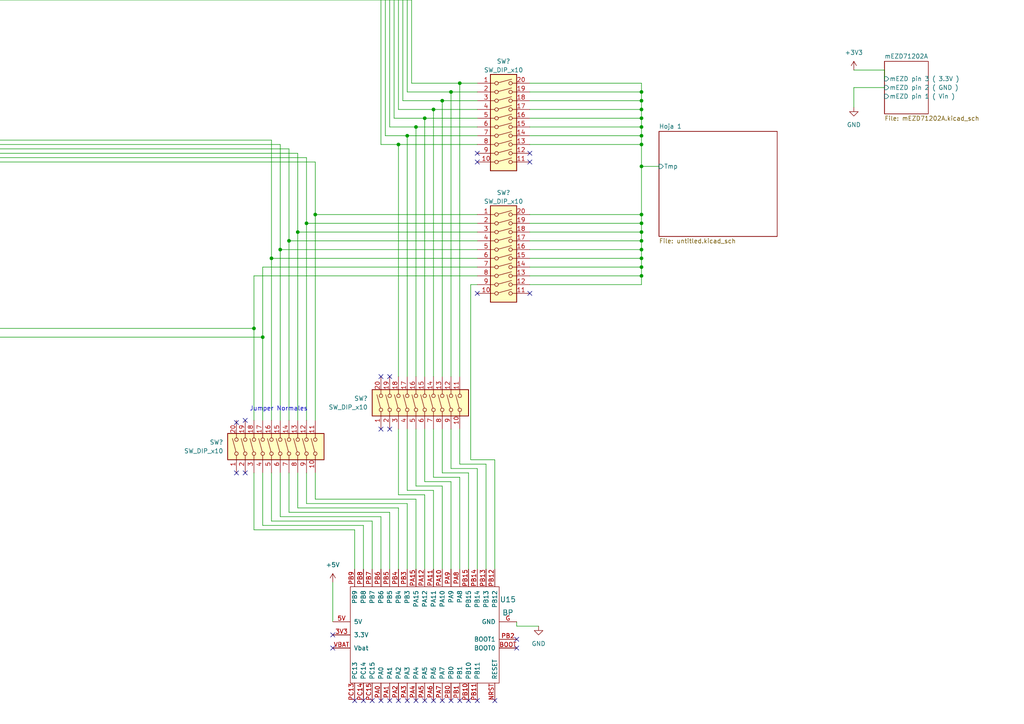
<source format=kicad_sch>
(kicad_sch (version 20211123) (generator eeschema)

  (uuid f5d1fd36-a507-40fb-9629-a44f5c6ba129)

  (paper "A4")

  (lib_symbols
    (symbol "Device:R" (pin_numbers hide) (pin_names (offset 0)) (in_bom yes) (on_board yes)
      (property "Reference" "R" (id 0) (at 2.032 0 90)
        (effects (font (size 1.27 1.27)))
      )
      (property "Value" "R" (id 1) (at 0 0 90)
        (effects (font (size 1.27 1.27)))
      )
      (property "Footprint" "" (id 2) (at -1.778 0 90)
        (effects (font (size 1.27 1.27)) hide)
      )
      (property "Datasheet" "~" (id 3) (at 0 0 0)
        (effects (font (size 1.27 1.27)) hide)
      )
      (property "ki_keywords" "R res resistor" (id 4) (at 0 0 0)
        (effects (font (size 1.27 1.27)) hide)
      )
      (property "ki_description" "Resistor" (id 5) (at 0 0 0)
        (effects (font (size 1.27 1.27)) hide)
      )
      (property "ki_fp_filters" "R_*" (id 6) (at 0 0 0)
        (effects (font (size 1.27 1.27)) hide)
      )
      (symbol "R_0_1"
        (rectangle (start -1.016 -2.54) (end 1.016 2.54)
          (stroke (width 0.254) (type default) (color 0 0 0 0))
          (fill (type none))
        )
      )
      (symbol "R_1_1"
        (pin passive line (at 0 3.81 270) (length 1.27)
          (name "~" (effects (font (size 1.27 1.27))))
          (number "1" (effects (font (size 1.27 1.27))))
        )
        (pin passive line (at 0 -3.81 90) (length 1.27)
          (name "~" (effects (font (size 1.27 1.27))))
          (number "2" (effects (font (size 1.27 1.27))))
        )
      )
    )
    (symbol "Simbolos PE:DB37_Female" (pin_names (offset 1.016) hide) (in_bom yes) (on_board yes)
      (property "Reference" "J" (id 0) (at 0 50.165 0)
        (effects (font (size 1.27 1.27)))
      )
      (property "Value" "DB37_Female" (id 1) (at 0 -50.8 0)
        (effects (font (size 1.27 1.27)))
      )
      (property "Footprint" "" (id 2) (at 0 0 0)
        (effects (font (size 1.27 1.27)) hide)
      )
      (property "Datasheet" " ~" (id 3) (at 0 0 0)
        (effects (font (size 1.27 1.27)) hide)
      )
      (property "ki_keywords" "female D-SUB connector" (id 4) (at 0 0 0)
        (effects (font (size 1.27 1.27)) hide)
      )
      (property "ki_description" "37-pin female D-SUB connector" (id 5) (at 0 0 0)
        (effects (font (size 1.27 1.27)) hide)
      )
      (property "ki_fp_filters" "DSUB*Female*" (id 6) (at 0 0 0)
        (effects (font (size 1.27 1.27)) hide)
      )
      (symbol "DB37_Female_0_1"
        (circle (center -1.778 -45.72) (radius 0.762)
          (stroke (width 0) (type default) (color 0 0 0 0))
          (fill (type none))
        )
        (circle (center -1.778 -40.64) (radius 0.762)
          (stroke (width 0) (type default) (color 0 0 0 0))
          (fill (type none))
        )
        (circle (center -1.778 -35.56) (radius 0.762)
          (stroke (width 0) (type default) (color 0 0 0 0))
          (fill (type none))
        )
        (circle (center -1.778 -30.48) (radius 0.762)
          (stroke (width 0) (type default) (color 0 0 0 0))
          (fill (type none))
        )
        (circle (center -1.778 -25.4) (radius 0.762)
          (stroke (width 0) (type default) (color 0 0 0 0))
          (fill (type none))
        )
        (circle (center -1.778 -20.32) (radius 0.762)
          (stroke (width 0) (type default) (color 0 0 0 0))
          (fill (type none))
        )
        (circle (center -1.778 -15.24) (radius 0.762)
          (stroke (width 0) (type default) (color 0 0 0 0))
          (fill (type none))
        )
        (circle (center -1.778 -10.16) (radius 0.762)
          (stroke (width 0) (type default) (color 0 0 0 0))
          (fill (type none))
        )
        (circle (center -1.778 -5.08) (radius 0.762)
          (stroke (width 0) (type default) (color 0 0 0 0))
          (fill (type none))
        )
        (circle (center -1.778 0) (radius 0.762)
          (stroke (width 0) (type default) (color 0 0 0 0))
          (fill (type none))
        )
        (circle (center -1.778 5.08) (radius 0.762)
          (stroke (width 0) (type default) (color 0 0 0 0))
          (fill (type none))
        )
        (circle (center -1.778 10.16) (radius 0.762)
          (stroke (width 0) (type default) (color 0 0 0 0))
          (fill (type none))
        )
        (circle (center -1.778 15.24) (radius 0.762)
          (stroke (width 0) (type default) (color 0 0 0 0))
          (fill (type none))
        )
        (circle (center -1.778 20.32) (radius 0.762)
          (stroke (width 0) (type default) (color 0 0 0 0))
          (fill (type none))
        )
        (circle (center -1.778 25.4) (radius 0.762)
          (stroke (width 0) (type default) (color 0 0 0 0))
          (fill (type none))
        )
        (circle (center -1.778 30.48) (radius 0.762)
          (stroke (width 0) (type default) (color 0 0 0 0))
          (fill (type none))
        )
        (circle (center -1.778 35.56) (radius 0.762)
          (stroke (width 0) (type default) (color 0 0 0 0))
          (fill (type none))
        )
        (circle (center -1.778 40.64) (radius 0.762)
          (stroke (width 0) (type default) (color 0 0 0 0))
          (fill (type none))
        )
        (circle (center -1.778 45.72) (radius 0.762)
          (stroke (width 0) (type default) (color 0 0 0 0))
          (fill (type none))
        )
        (polyline
          (pts
            (xy -3.81 -45.72)
            (xy -2.54 -45.72)
          )
          (stroke (width 0) (type default) (color 0 0 0 0))
          (fill (type none))
        )
        (polyline
          (pts
            (xy -3.81 -43.18)
            (xy 0.508 -43.18)
          )
          (stroke (width 0) (type default) (color 0 0 0 0))
          (fill (type none))
        )
        (polyline
          (pts
            (xy -3.81 -40.64)
            (xy -2.54 -40.64)
          )
          (stroke (width 0) (type default) (color 0 0 0 0))
          (fill (type none))
        )
        (polyline
          (pts
            (xy -3.81 -38.1)
            (xy 0.508 -38.1)
          )
          (stroke (width 0) (type default) (color 0 0 0 0))
          (fill (type none))
        )
        (polyline
          (pts
            (xy -3.81 -35.56)
            (xy -2.54 -35.56)
          )
          (stroke (width 0) (type default) (color 0 0 0 0))
          (fill (type none))
        )
        (polyline
          (pts
            (xy -3.81 -33.02)
            (xy 0.508 -33.02)
          )
          (stroke (width 0) (type default) (color 0 0 0 0))
          (fill (type none))
        )
        (polyline
          (pts
            (xy -3.81 -30.48)
            (xy -2.54 -30.48)
          )
          (stroke (width 0) (type default) (color 0 0 0 0))
          (fill (type none))
        )
        (polyline
          (pts
            (xy -3.81 -27.94)
            (xy 0.508 -27.94)
          )
          (stroke (width 0) (type default) (color 0 0 0 0))
          (fill (type none))
        )
        (polyline
          (pts
            (xy -3.81 -25.4)
            (xy -2.54 -25.4)
          )
          (stroke (width 0) (type default) (color 0 0 0 0))
          (fill (type none))
        )
        (polyline
          (pts
            (xy -3.81 -22.86)
            (xy 0.508 -22.86)
          )
          (stroke (width 0) (type default) (color 0 0 0 0))
          (fill (type none))
        )
        (polyline
          (pts
            (xy -3.81 -20.32)
            (xy -2.54 -20.32)
          )
          (stroke (width 0) (type default) (color 0 0 0 0))
          (fill (type none))
        )
        (polyline
          (pts
            (xy -3.81 -17.78)
            (xy 0.508 -17.78)
          )
          (stroke (width 0) (type default) (color 0 0 0 0))
          (fill (type none))
        )
        (polyline
          (pts
            (xy -3.81 -15.24)
            (xy -2.54 -15.24)
          )
          (stroke (width 0) (type default) (color 0 0 0 0))
          (fill (type none))
        )
        (polyline
          (pts
            (xy -3.81 -12.7)
            (xy 0.508 -12.7)
          )
          (stroke (width 0) (type default) (color 0 0 0 0))
          (fill (type none))
        )
        (polyline
          (pts
            (xy -3.81 -10.16)
            (xy -2.54 -10.16)
          )
          (stroke (width 0) (type default) (color 0 0 0 0))
          (fill (type none))
        )
        (polyline
          (pts
            (xy -3.81 -7.62)
            (xy 0.508 -7.62)
          )
          (stroke (width 0) (type default) (color 0 0 0 0))
          (fill (type none))
        )
        (polyline
          (pts
            (xy -3.81 -5.08)
            (xy -2.54 -5.08)
          )
          (stroke (width 0) (type default) (color 0 0 0 0))
          (fill (type none))
        )
        (polyline
          (pts
            (xy -3.81 -2.54)
            (xy 0.508 -2.54)
          )
          (stroke (width 0) (type default) (color 0 0 0 0))
          (fill (type none))
        )
        (polyline
          (pts
            (xy -3.81 0)
            (xy -2.54 0)
          )
          (stroke (width 0) (type default) (color 0 0 0 0))
          (fill (type none))
        )
        (polyline
          (pts
            (xy -3.81 2.54)
            (xy 0.508 2.54)
          )
          (stroke (width 0) (type default) (color 0 0 0 0))
          (fill (type none))
        )
        (polyline
          (pts
            (xy -3.81 5.08)
            (xy -2.54 5.08)
          )
          (stroke (width 0) (type default) (color 0 0 0 0))
          (fill (type none))
        )
        (polyline
          (pts
            (xy -3.81 7.62)
            (xy 0.508 7.62)
          )
          (stroke (width 0) (type default) (color 0 0 0 0))
          (fill (type none))
        )
        (polyline
          (pts
            (xy -3.81 10.16)
            (xy -2.54 10.16)
          )
          (stroke (width 0) (type default) (color 0 0 0 0))
          (fill (type none))
        )
        (polyline
          (pts
            (xy -3.81 12.7)
            (xy 0.508 12.7)
          )
          (stroke (width 0) (type default) (color 0 0 0 0))
          (fill (type none))
        )
        (polyline
          (pts
            (xy -3.81 15.24)
            (xy -2.54 15.24)
          )
          (stroke (width 0) (type default) (color 0 0 0 0))
          (fill (type none))
        )
        (polyline
          (pts
            (xy -3.81 17.78)
            (xy 0.508 17.78)
          )
          (stroke (width 0) (type default) (color 0 0 0 0))
          (fill (type none))
        )
        (polyline
          (pts
            (xy -3.81 20.32)
            (xy -2.54 20.32)
          )
          (stroke (width 0) (type default) (color 0 0 0 0))
          (fill (type none))
        )
        (polyline
          (pts
            (xy -3.81 22.86)
            (xy 0.508 22.86)
          )
          (stroke (width 0) (type default) (color 0 0 0 0))
          (fill (type none))
        )
        (polyline
          (pts
            (xy -3.81 25.4)
            (xy -2.54 25.4)
          )
          (stroke (width 0) (type default) (color 0 0 0 0))
          (fill (type none))
        )
        (polyline
          (pts
            (xy -3.81 27.94)
            (xy 0.508 27.94)
          )
          (stroke (width 0) (type default) (color 0 0 0 0))
          (fill (type none))
        )
        (polyline
          (pts
            (xy -3.81 30.48)
            (xy -2.54 30.48)
          )
          (stroke (width 0) (type default) (color 0 0 0 0))
          (fill (type none))
        )
        (polyline
          (pts
            (xy -3.81 33.02)
            (xy 0.508 33.02)
          )
          (stroke (width 0) (type default) (color 0 0 0 0))
          (fill (type none))
        )
        (polyline
          (pts
            (xy -3.81 35.56)
            (xy -2.54 35.56)
          )
          (stroke (width 0) (type default) (color 0 0 0 0))
          (fill (type none))
        )
        (polyline
          (pts
            (xy -3.81 38.1)
            (xy 0.508 38.1)
          )
          (stroke (width 0) (type default) (color 0 0 0 0))
          (fill (type none))
        )
        (polyline
          (pts
            (xy -3.81 40.64)
            (xy -2.54 40.64)
          )
          (stroke (width 0) (type default) (color 0 0 0 0))
          (fill (type none))
        )
        (polyline
          (pts
            (xy -3.81 43.18)
            (xy 0.508 43.18)
          )
          (stroke (width 0) (type default) (color 0 0 0 0))
          (fill (type none))
        )
        (polyline
          (pts
            (xy -3.81 45.72)
            (xy -2.54 45.72)
          )
          (stroke (width 0) (type default) (color 0 0 0 0))
          (fill (type none))
        )
        (polyline
          (pts
            (xy -3.81 -49.53)
            (xy 3.81 -45.085)
            (xy 3.81 45.085)
            (xy -3.81 48.895)
            (xy -3.81 -49.53)
          )
          (stroke (width 0.254) (type default) (color 0 0 0 0))
          (fill (type background))
        )
        (circle (center 1.27 -43.18) (radius 0.762)
          (stroke (width 0) (type default) (color 0 0 0 0))
          (fill (type none))
        )
        (circle (center 1.27 -38.1) (radius 0.762)
          (stroke (width 0) (type default) (color 0 0 0 0))
          (fill (type none))
        )
        (circle (center 1.27 -33.02) (radius 0.762)
          (stroke (width 0) (type default) (color 0 0 0 0))
          (fill (type none))
        )
        (circle (center 1.27 -27.94) (radius 0.762)
          (stroke (width 0) (type default) (color 0 0 0 0))
          (fill (type none))
        )
        (circle (center 1.27 -22.86) (radius 0.762)
          (stroke (width 0) (type default) (color 0 0 0 0))
          (fill (type none))
        )
        (circle (center 1.27 -17.78) (radius 0.762)
          (stroke (width 0) (type default) (color 0 0 0 0))
          (fill (type none))
        )
        (circle (center 1.27 -12.7) (radius 0.762)
          (stroke (width 0) (type default) (color 0 0 0 0))
          (fill (type none))
        )
        (circle (center 1.27 -7.62) (radius 0.762)
          (stroke (width 0) (type default) (color 0 0 0 0))
          (fill (type none))
        )
        (circle (center 1.27 -2.54) (radius 0.762)
          (stroke (width 0) (type default) (color 0 0 0 0))
          (fill (type none))
        )
        (circle (center 1.27 2.54) (radius 0.762)
          (stroke (width 0) (type default) (color 0 0 0 0))
          (fill (type none))
        )
        (circle (center 1.27 7.62) (radius 0.762)
          (stroke (width 0) (type default) (color 0 0 0 0))
          (fill (type none))
        )
        (circle (center 1.27 12.7) (radius 0.762)
          (stroke (width 0) (type default) (color 0 0 0 0))
          (fill (type none))
        )
        (circle (center 1.27 17.78) (radius 0.762)
          (stroke (width 0) (type default) (color 0 0 0 0))
          (fill (type none))
        )
        (circle (center 1.27 22.86) (radius 0.762)
          (stroke (width 0) (type default) (color 0 0 0 0))
          (fill (type none))
        )
        (circle (center 1.27 27.94) (radius 0.762)
          (stroke (width 0) (type default) (color 0 0 0 0))
          (fill (type none))
        )
        (circle (center 1.27 33.02) (radius 0.762)
          (stroke (width 0) (type default) (color 0 0 0 0))
          (fill (type none))
        )
        (circle (center 1.27 38.1) (radius 0.762)
          (stroke (width 0) (type default) (color 0 0 0 0))
          (fill (type none))
        )
        (circle (center 1.27 43.18) (radius 0.762)
          (stroke (width 0) (type default) (color 0 0 0 0))
          (fill (type none))
        )
      )
      (symbol "DB37_Female_1_1"
        (pin passive line (at -7.62 45.72 0) (length 3.81)
          (name "1" (effects (font (size 1.27 1.27))))
          (number "1" (effects (font (size 1.27 1.27))))
        )
        (pin passive line (at -7.62 0 0) (length 3.81)
          (name "10" (effects (font (size 1.27 1.27))))
          (number "10" (effects (font (size 1.27 1.27))))
        )
        (pin passive line (at -7.62 -5.08 0) (length 3.81)
          (name "11" (effects (font (size 1.27 1.27))))
          (number "11" (effects (font (size 1.27 1.27))))
        )
        (pin passive line (at -7.62 -10.16 0) (length 3.81)
          (name "12" (effects (font (size 1.27 1.27))))
          (number "12" (effects (font (size 1.27 1.27))))
        )
        (pin passive line (at -7.62 -15.24 0) (length 3.81)
          (name "13" (effects (font (size 1.27 1.27))))
          (number "13" (effects (font (size 1.27 1.27))))
        )
        (pin passive line (at -7.62 -20.32 0) (length 3.81)
          (name "14" (effects (font (size 1.27 1.27))))
          (number "14" (effects (font (size 1.27 1.27))))
        )
        (pin passive line (at -7.62 -25.4 0) (length 3.81)
          (name "15" (effects (font (size 1.27 1.27))))
          (number "15" (effects (font (size 1.27 1.27))))
        )
        (pin passive line (at -7.62 -30.48 0) (length 3.81)
          (name "16" (effects (font (size 1.27 1.27))))
          (number "16" (effects (font (size 1.27 1.27))))
        )
        (pin passive line (at -7.62 -35.56 0) (length 3.81)
          (name "17" (effects (font (size 1.27 1.27))))
          (number "17" (effects (font (size 1.27 1.27))))
        )
        (pin passive line (at -7.62 -40.64 0) (length 3.81)
          (name "18" (effects (font (size 1.27 1.27))))
          (number "18" (effects (font (size 1.27 1.27))))
        )
        (pin passive line (at -7.62 -45.72 0) (length 3.81)
          (name "19" (effects (font (size 1.27 1.27))))
          (number "19" (effects (font (size 1.27 1.27))))
        )
        (pin passive line (at -7.62 40.64 0) (length 3.81)
          (name "2" (effects (font (size 1.27 1.27))))
          (number "2" (effects (font (size 1.27 1.27))))
        )
        (pin passive line (at -7.62 43.18 0) (length 3.81)
          (name "20" (effects (font (size 1.27 1.27))))
          (number "20" (effects (font (size 1.27 1.27))))
        )
        (pin passive line (at -7.62 38.1 0) (length 3.81)
          (name "21" (effects (font (size 1.27 1.27))))
          (number "21" (effects (font (size 1.27 1.27))))
        )
        (pin passive line (at -7.62 33.02 0) (length 3.81)
          (name "22" (effects (font (size 1.27 1.27))))
          (number "22" (effects (font (size 1.27 1.27))))
        )
        (pin passive line (at -7.62 27.94 0) (length 3.81)
          (name "23" (effects (font (size 1.27 1.27))))
          (number "23" (effects (font (size 1.27 1.27))))
        )
        (pin passive line (at -7.62 22.86 0) (length 3.81)
          (name "24" (effects (font (size 1.27 1.27))))
          (number "24" (effects (font (size 1.27 1.27))))
        )
        (pin passive line (at -7.62 17.78 0) (length 3.81)
          (name "25" (effects (font (size 1.27 1.27))))
          (number "25" (effects (font (size 1.27 1.27))))
        )
        (pin passive line (at -7.62 12.7 0) (length 3.81)
          (name "26" (effects (font (size 1.27 1.27))))
          (number "26" (effects (font (size 1.27 1.27))))
        )
        (pin passive line (at -7.62 7.62 0) (length 3.81)
          (name "27" (effects (font (size 1.27 1.27))))
          (number "27" (effects (font (size 1.27 1.27))))
        )
        (pin passive line (at -7.62 2.54 0) (length 3.81)
          (name "28" (effects (font (size 1.27 1.27))))
          (number "28" (effects (font (size 1.27 1.27))))
        )
        (pin passive line (at -7.62 -2.54 0) (length 3.81)
          (name "29" (effects (font (size 1.27 1.27))))
          (number "29" (effects (font (size 1.27 1.27))))
        )
        (pin passive line (at -7.62 35.56 0) (length 3.81)
          (name "3" (effects (font (size 1.27 1.27))))
          (number "3" (effects (font (size 1.27 1.27))))
        )
        (pin passive line (at -7.62 -7.62 0) (length 3.81)
          (name "30" (effects (font (size 1.27 1.27))))
          (number "30" (effects (font (size 1.27 1.27))))
        )
        (pin passive line (at -7.62 -12.7 0) (length 3.81)
          (name "31" (effects (font (size 1.27 1.27))))
          (number "31" (effects (font (size 1.27 1.27))))
        )
        (pin passive line (at -7.62 -17.78 0) (length 3.81)
          (name "32" (effects (font (size 1.27 1.27))))
          (number "32" (effects (font (size 1.27 1.27))))
        )
        (pin passive line (at -7.62 -22.86 0) (length 3.81)
          (name "33" (effects (font (size 1.27 1.27))))
          (number "33" (effects (font (size 1.27 1.27))))
        )
        (pin passive line (at -7.62 -27.94 0) (length 3.81)
          (name "34" (effects (font (size 1.27 1.27))))
          (number "34" (effects (font (size 1.27 1.27))))
        )
        (pin passive line (at -7.62 -33.02 0) (length 3.81)
          (name "35" (effects (font (size 1.27 1.27))))
          (number "35" (effects (font (size 1.27 1.27))))
        )
        (pin passive line (at -7.62 -38.1 0) (length 3.81)
          (name "36" (effects (font (size 1.27 1.27))))
          (number "36" (effects (font (size 1.27 1.27))))
        )
        (pin passive line (at -7.62 -43.18 0) (length 3.81)
          (name "37" (effects (font (size 1.27 1.27))))
          (number "37" (effects (font (size 1.27 1.27))))
        )
        (pin passive line (at -7.62 30.48 0) (length 3.81)
          (name "4" (effects (font (size 1.27 1.27))))
          (number "4" (effects (font (size 1.27 1.27))))
        )
        (pin passive line (at -7.62 25.4 0) (length 3.81)
          (name "5" (effects (font (size 1.27 1.27))))
          (number "5" (effects (font (size 1.27 1.27))))
        )
        (pin passive line (at -7.62 20.32 0) (length 3.81)
          (name "6" (effects (font (size 1.27 1.27))))
          (number "6" (effects (font (size 1.27 1.27))))
        )
        (pin passive line (at -7.62 15.24 0) (length 3.81)
          (name "7" (effects (font (size 1.27 1.27))))
          (number "7" (effects (font (size 1.27 1.27))))
        )
        (pin passive line (at -7.62 10.16 0) (length 3.81)
          (name "8" (effects (font (size 1.27 1.27))))
          (number "8" (effects (font (size 1.27 1.27))))
        )
        (pin passive line (at -7.62 5.08 0) (length 3.81)
          (name "9" (effects (font (size 1.27 1.27))))
          (number "9" (effects (font (size 1.27 1.27))))
        )
      )
    )
    (symbol "Simbolos PE:WH_db9" (in_bom yes) (on_board yes)
      (property "Reference" "WH" (id 0) (at -1.27 -5.08 0)
        (effects (font (size 1.27 1.27)))
      )
      (property "Value" "WH_db9" (id 1) (at -2.54 3.81 0)
        (effects (font (size 1.27 1.27)))
      )
      (property "Footprint" "" (id 2) (at 2.54 2.54 0)
        (effects (font (size 1.27 1.27)) hide)
      )
      (property "Datasheet" "" (id 3) (at 2.54 2.54 0)
        (effects (font (size 1.27 1.27)) hide)
      )
      (symbol "WH_db9_0_1"
        (rectangle (start -5.08 2.54) (end 2.54 -3.81)
          (stroke (width 0) (type default) (color 0 0 0 0))
          (fill (type none))
        )
      )
      (symbol "WH_db9_1_1"
        (pin input line (at 5.08 -1.27 180) (length 2.54)
          (name "GND" (effects (font (size 1.27 1.27))))
          (number "1" (effects (font (size 1.27 1.27))))
        )
        (pin input line (at 5.08 1.27 180) (length 2.54)
          (name "E-Stop" (effects (font (size 1.27 1.27))))
          (number "2" (effects (font (size 1.27 1.27))))
        )
      )
    )
    (symbol "Switch:SW_DIP_x10" (pin_names (offset 0) hide) (in_bom yes) (on_board yes)
      (property "Reference" "SW" (id 0) (at 0 16.51 0)
        (effects (font (size 1.27 1.27)))
      )
      (property "Value" "SW_DIP_x10" (id 1) (at 0 -13.97 0)
        (effects (font (size 1.27 1.27)))
      )
      (property "Footprint" "" (id 2) (at 0 0 0)
        (effects (font (size 1.27 1.27)) hide)
      )
      (property "Datasheet" "~" (id 3) (at 0 0 0)
        (effects (font (size 1.27 1.27)) hide)
      )
      (property "ki_keywords" "dip switch" (id 4) (at 0 0 0)
        (effects (font (size 1.27 1.27)) hide)
      )
      (property "ki_description" "10x DIP Switch, Single Pole Single Throw (SPST) switch, small symbol" (id 5) (at 0 0 0)
        (effects (font (size 1.27 1.27)) hide)
      )
      (property "ki_fp_filters" "SW?DIP?x10*" (id 6) (at 0 0 0)
        (effects (font (size 1.27 1.27)) hide)
      )
      (symbol "SW_DIP_x10_0_0"
        (circle (center -2.032 -10.16) (radius 0.508)
          (stroke (width 0) (type default) (color 0 0 0 0))
          (fill (type none))
        )
        (circle (center -2.032 -7.62) (radius 0.508)
          (stroke (width 0) (type default) (color 0 0 0 0))
          (fill (type none))
        )
        (circle (center -2.032 -5.08) (radius 0.508)
          (stroke (width 0) (type default) (color 0 0 0 0))
          (fill (type none))
        )
        (circle (center -2.032 -2.54) (radius 0.508)
          (stroke (width 0) (type default) (color 0 0 0 0))
          (fill (type none))
        )
        (circle (center -2.032 0) (radius 0.508)
          (stroke (width 0) (type default) (color 0 0 0 0))
          (fill (type none))
        )
        (circle (center -2.032 2.54) (radius 0.508)
          (stroke (width 0) (type default) (color 0 0 0 0))
          (fill (type none))
        )
        (circle (center -2.032 5.08) (radius 0.508)
          (stroke (width 0) (type default) (color 0 0 0 0))
          (fill (type none))
        )
        (circle (center -2.032 7.62) (radius 0.508)
          (stroke (width 0) (type default) (color 0 0 0 0))
          (fill (type none))
        )
        (circle (center -2.032 10.16) (radius 0.508)
          (stroke (width 0) (type default) (color 0 0 0 0))
          (fill (type none))
        )
        (circle (center -2.032 12.7) (radius 0.508)
          (stroke (width 0) (type default) (color 0 0 0 0))
          (fill (type none))
        )
        (polyline
          (pts
            (xy -1.524 -10.0076)
            (xy 2.3622 -8.9662)
          )
          (stroke (width 0) (type default) (color 0 0 0 0))
          (fill (type none))
        )
        (polyline
          (pts
            (xy -1.524 -7.4676)
            (xy 2.3622 -6.4262)
          )
          (stroke (width 0) (type default) (color 0 0 0 0))
          (fill (type none))
        )
        (polyline
          (pts
            (xy -1.524 -4.9276)
            (xy 2.3622 -3.8862)
          )
          (stroke (width 0) (type default) (color 0 0 0 0))
          (fill (type none))
        )
        (polyline
          (pts
            (xy -1.524 -2.3876)
            (xy 2.3622 -1.3462)
          )
          (stroke (width 0) (type default) (color 0 0 0 0))
          (fill (type none))
        )
        (polyline
          (pts
            (xy -1.524 0.127)
            (xy 2.3622 1.1684)
          )
          (stroke (width 0) (type default) (color 0 0 0 0))
          (fill (type none))
        )
        (polyline
          (pts
            (xy -1.524 2.667)
            (xy 2.3622 3.7084)
          )
          (stroke (width 0) (type default) (color 0 0 0 0))
          (fill (type none))
        )
        (polyline
          (pts
            (xy -1.524 5.207)
            (xy 2.3622 6.2484)
          )
          (stroke (width 0) (type default) (color 0 0 0 0))
          (fill (type none))
        )
        (polyline
          (pts
            (xy -1.524 7.747)
            (xy 2.3622 8.7884)
          )
          (stroke (width 0) (type default) (color 0 0 0 0))
          (fill (type none))
        )
        (polyline
          (pts
            (xy -1.524 10.287)
            (xy 2.3622 11.3284)
          )
          (stroke (width 0) (type default) (color 0 0 0 0))
          (fill (type none))
        )
        (polyline
          (pts
            (xy -1.524 12.827)
            (xy 2.3622 13.8684)
          )
          (stroke (width 0) (type default) (color 0 0 0 0))
          (fill (type none))
        )
        (circle (center 2.032 -10.16) (radius 0.508)
          (stroke (width 0) (type default) (color 0 0 0 0))
          (fill (type none))
        )
        (circle (center 2.032 -7.62) (radius 0.508)
          (stroke (width 0) (type default) (color 0 0 0 0))
          (fill (type none))
        )
        (circle (center 2.032 -5.08) (radius 0.508)
          (stroke (width 0) (type default) (color 0 0 0 0))
          (fill (type none))
        )
        (circle (center 2.032 -2.54) (radius 0.508)
          (stroke (width 0) (type default) (color 0 0 0 0))
          (fill (type none))
        )
        (circle (center 2.032 0) (radius 0.508)
          (stroke (width 0) (type default) (color 0 0 0 0))
          (fill (type none))
        )
        (circle (center 2.032 2.54) (radius 0.508)
          (stroke (width 0) (type default) (color 0 0 0 0))
          (fill (type none))
        )
        (circle (center 2.032 5.08) (radius 0.508)
          (stroke (width 0) (type default) (color 0 0 0 0))
          (fill (type none))
        )
        (circle (center 2.032 7.62) (radius 0.508)
          (stroke (width 0) (type default) (color 0 0 0 0))
          (fill (type none))
        )
        (circle (center 2.032 10.16) (radius 0.508)
          (stroke (width 0) (type default) (color 0 0 0 0))
          (fill (type none))
        )
        (circle (center 2.032 12.7) (radius 0.508)
          (stroke (width 0) (type default) (color 0 0 0 0))
          (fill (type none))
        )
      )
      (symbol "SW_DIP_x10_0_1"
        (rectangle (start -3.81 15.24) (end 3.81 -12.7)
          (stroke (width 0.254) (type default) (color 0 0 0 0))
          (fill (type background))
        )
      )
      (symbol "SW_DIP_x10_1_1"
        (pin passive line (at -7.62 12.7 0) (length 5.08)
          (name "~" (effects (font (size 1.27 1.27))))
          (number "1" (effects (font (size 1.27 1.27))))
        )
        (pin passive line (at -7.62 -10.16 0) (length 5.08)
          (name "~" (effects (font (size 1.27 1.27))))
          (number "10" (effects (font (size 1.27 1.27))))
        )
        (pin passive line (at 7.62 -10.16 180) (length 5.08)
          (name "~" (effects (font (size 1.27 1.27))))
          (number "11" (effects (font (size 1.27 1.27))))
        )
        (pin passive line (at 7.62 -7.62 180) (length 5.08)
          (name "~" (effects (font (size 1.27 1.27))))
          (number "12" (effects (font (size 1.27 1.27))))
        )
        (pin passive line (at 7.62 -5.08 180) (length 5.08)
          (name "~" (effects (font (size 1.27 1.27))))
          (number "13" (effects (font (size 1.27 1.27))))
        )
        (pin passive line (at 7.62 -2.54 180) (length 5.08)
          (name "~" (effects (font (size 1.27 1.27))))
          (number "14" (effects (font (size 1.27 1.27))))
        )
        (pin passive line (at 7.62 0 180) (length 5.08)
          (name "~" (effects (font (size 1.27 1.27))))
          (number "15" (effects (font (size 1.27 1.27))))
        )
        (pin passive line (at 7.62 2.54 180) (length 5.08)
          (name "~" (effects (font (size 1.27 1.27))))
          (number "16" (effects (font (size 1.27 1.27))))
        )
        (pin passive line (at 7.62 5.08 180) (length 5.08)
          (name "~" (effects (font (size 1.27 1.27))))
          (number "17" (effects (font (size 1.27 1.27))))
        )
        (pin passive line (at 7.62 7.62 180) (length 5.08)
          (name "~" (effects (font (size 1.27 1.27))))
          (number "18" (effects (font (size 1.27 1.27))))
        )
        (pin passive line (at 7.62 10.16 180) (length 5.08)
          (name "~" (effects (font (size 1.27 1.27))))
          (number "19" (effects (font (size 1.27 1.27))))
        )
        (pin passive line (at -7.62 10.16 0) (length 5.08)
          (name "~" (effects (font (size 1.27 1.27))))
          (number "2" (effects (font (size 1.27 1.27))))
        )
        (pin passive line (at 7.62 12.7 180) (length 5.08)
          (name "~" (effects (font (size 1.27 1.27))))
          (number "20" (effects (font (size 1.27 1.27))))
        )
        (pin passive line (at -7.62 7.62 0) (length 5.08)
          (name "~" (effects (font (size 1.27 1.27))))
          (number "3" (effects (font (size 1.27 1.27))))
        )
        (pin passive line (at -7.62 5.08 0) (length 5.08)
          (name "~" (effects (font (size 1.27 1.27))))
          (number "4" (effects (font (size 1.27 1.27))))
        )
        (pin passive line (at -7.62 2.54 0) (length 5.08)
          (name "~" (effects (font (size 1.27 1.27))))
          (number "5" (effects (font (size 1.27 1.27))))
        )
        (pin passive line (at -7.62 0 0) (length 5.08)
          (name "~" (effects (font (size 1.27 1.27))))
          (number "6" (effects (font (size 1.27 1.27))))
        )
        (pin passive line (at -7.62 -2.54 0) (length 5.08)
          (name "~" (effects (font (size 1.27 1.27))))
          (number "7" (effects (font (size 1.27 1.27))))
        )
        (pin passive line (at -7.62 -5.08 0) (length 5.08)
          (name "~" (effects (font (size 1.27 1.27))))
          (number "8" (effects (font (size 1.27 1.27))))
        )
        (pin passive line (at -7.62 -7.62 0) (length 5.08)
          (name "~" (effects (font (size 1.27 1.27))))
          (number "9" (effects (font (size 1.27 1.27))))
        )
      )
    )
    (symbol "bp:BP" (pin_names (offset 1.016)) (in_bom yes) (on_board yes)
      (property "Reference" "U" (id 0) (at -12.7 22.86 0)
        (effects (font (size 1.524 1.524)))
      )
      (property "Value" "BP" (id 1) (at 7.62 -24.13 0)
        (effects (font (size 1.524 1.524)))
      )
      (property "Footprint" "Module:blue_pill" (id 2) (at -2.54 19.05 0)
        (effects (font (size 1.524 1.524)) hide)
      )
      (property "Datasheet" "https://www.electronicshub.org/getting-started-with-stm32f103c8t6-blue-pill/" (id 3) (at -2.54 19.05 0)
        (effects (font (size 1.524 1.524)) hide)
      )
      (symbol "BP_0_1"
        (rectangle (start -13.97 21.59) (end 13.97 -21.59)
          (stroke (width 0) (type default) (color 0 0 0 0))
          (fill (type none))
        )
      )
      (symbol "BP_1_1"
        (pin power_out line (at 0 26.67 270) (length 5.08)
          (name "3.3V" (effects (font (size 1.27 1.27))))
          (number "3V3" (effects (font (size 1.27 1.27))))
        )
        (pin power_out line (at 3.81 26.67 270) (length 5.08)
          (name "5V" (effects (font (size 1.27 1.27))))
          (number "5V" (effects (font (size 1.27 1.27))))
        )
        (pin input line (at -3.81 -26.67 90) (length 5.08)
          (name "BOOT0" (effects (font (size 1.27 1.27))))
          (number "BOOT" (effects (font (size 1.27 1.27))))
        )
        (pin power_out line (at 3.81 -26.67 90) (length 5.08)
          (name "GND" (effects (font (size 1.27 1.27))))
          (number "G" (effects (font (size 1.27 1.27))))
        )
        (pin input line (at -19.05 -20.32 0) (length 5.08)
          (name "RESET" (effects (font (size 1.27 1.27))))
          (number "NRST" (effects (font (size 1.27 1.27))))
        )
        (pin bidirectional line (at -19.05 12.7 0) (length 5.08)
          (name "PA0" (effects (font (size 1.27 1.27))))
          (number "PA0" (effects (font (size 1.27 1.27))))
        )
        (pin bidirectional line (at -19.05 10.16 0) (length 5.08)
          (name "PA1" (effects (font (size 1.27 1.27))))
          (number "PA1" (effects (font (size 1.27 1.27))))
        )
        (pin bidirectional line (at 19.05 -5.08 180) (length 5.08)
          (name "PA10" (effects (font (size 1.27 1.27))))
          (number "PA10" (effects (font (size 1.27 1.27))))
        )
        (pin bidirectional line (at 19.05 -2.54 180) (length 5.08)
          (name "PA11" (effects (font (size 1.27 1.27))))
          (number "PA11" (effects (font (size 1.27 1.27))))
        )
        (pin bidirectional line (at 19.05 0 180) (length 5.08)
          (name "PA12" (effects (font (size 1.27 1.27))))
          (number "PA12" (effects (font (size 1.27 1.27))))
        )
        (pin bidirectional line (at 19.05 2.54 180) (length 5.08)
          (name "PA15" (effects (font (size 1.27 1.27))))
          (number "PA15" (effects (font (size 1.27 1.27))))
        )
        (pin bidirectional line (at -19.05 7.62 0) (length 5.08)
          (name "PA2" (effects (font (size 1.27 1.27))))
          (number "PA2" (effects (font (size 1.27 1.27))))
        )
        (pin bidirectional line (at -19.05 5.08 0) (length 5.08)
          (name "PA3" (effects (font (size 1.27 1.27))))
          (number "PA3" (effects (font (size 1.27 1.27))))
        )
        (pin bidirectional line (at -19.05 2.54 0) (length 5.08)
          (name "PA4" (effects (font (size 1.27 1.27))))
          (number "PA4" (effects (font (size 1.27 1.27))))
        )
        (pin bidirectional line (at -19.05 0 0) (length 5.08)
          (name "PA5" (effects (font (size 1.27 1.27))))
          (number "PA5" (effects (font (size 1.27 1.27))))
        )
        (pin bidirectional line (at -19.05 -2.54 0) (length 5.08)
          (name "PA6" (effects (font (size 1.27 1.27))))
          (number "PA6" (effects (font (size 1.27 1.27))))
        )
        (pin bidirectional line (at -19.05 -5.08 0) (length 5.08)
          (name "PA7" (effects (font (size 1.27 1.27))))
          (number "PA7" (effects (font (size 1.27 1.27))))
        )
        (pin bidirectional line (at 19.05 -10.16 180) (length 5.08)
          (name "PA8" (effects (font (size 1.27 1.27))))
          (number "PA8" (effects (font (size 1.27 1.27))))
        )
        (pin bidirectional line (at 19.05 -7.62 180) (length 5.08)
          (name "PA9" (effects (font (size 1.27 1.27))))
          (number "PA9" (effects (font (size 1.27 1.27))))
        )
        (pin bidirectional line (at -19.05 -7.62 0) (length 5.08)
          (name "PB0" (effects (font (size 1.27 1.27))))
          (number "PB0" (effects (font (size 1.27 1.27))))
        )
        (pin bidirectional line (at -19.05 -10.16 0) (length 5.08)
          (name "PB1" (effects (font (size 1.27 1.27))))
          (number "PB1" (effects (font (size 1.27 1.27))))
        )
        (pin bidirectional line (at -19.05 -12.7 0) (length 5.08)
          (name "PB10" (effects (font (size 1.27 1.27))))
          (number "PB10" (effects (font (size 1.27 1.27))))
        )
        (pin bidirectional line (at -19.05 -15.24 0) (length 5.08)
          (name "PB11" (effects (font (size 1.27 1.27))))
          (number "PB11" (effects (font (size 1.27 1.27))))
        )
        (pin bidirectional line (at 19.05 -20.32 180) (length 5.08)
          (name "PB12" (effects (font (size 1.27 1.27))))
          (number "PB12" (effects (font (size 1.27 1.27))))
        )
        (pin bidirectional line (at 19.05 -17.78 180) (length 5.08)
          (name "PB13" (effects (font (size 1.27 1.27))))
          (number "PB13" (effects (font (size 1.27 1.27))))
        )
        (pin bidirectional line (at 19.05 -15.24 180) (length 5.08)
          (name "PB14" (effects (font (size 1.27 1.27))))
          (number "PB14" (effects (font (size 1.27 1.27))))
        )
        (pin bidirectional line (at 19.05 -12.7 180) (length 5.08)
          (name "PB15" (effects (font (size 1.27 1.27))))
          (number "PB15" (effects (font (size 1.27 1.27))))
        )
        (pin input line (at -1.27 -26.67 90) (length 5.08)
          (name "BOOT1" (effects (font (size 1.27 1.27))))
          (number "PB2" (effects (font (size 1.27 1.27))))
        )
        (pin bidirectional line (at 19.05 5.08 180) (length 5.08)
          (name "PB3" (effects (font (size 1.27 1.27))))
          (number "PB3" (effects (font (size 1.27 1.27))))
        )
        (pin bidirectional line (at 19.05 7.62 180) (length 5.08)
          (name "PB4" (effects (font (size 1.27 1.27))))
          (number "PB4" (effects (font (size 1.27 1.27))))
        )
        (pin bidirectional line (at 19.05 10.16 180) (length 5.08)
          (name "PB5" (effects (font (size 1.27 1.27))))
          (number "PB5" (effects (font (size 1.27 1.27))))
        )
        (pin bidirectional line (at 19.05 12.7 180) (length 5.08)
          (name "PB6" (effects (font (size 1.27 1.27))))
          (number "PB6" (effects (font (size 1.27 1.27))))
        )
        (pin bidirectional line (at 19.05 15.24 180) (length 5.08)
          (name "PB7" (effects (font (size 1.27 1.27))))
          (number "PB7" (effects (font (size 1.27 1.27))))
        )
        (pin bidirectional line (at 19.05 17.78 180) (length 5.08)
          (name "PB8" (effects (font (size 1.27 1.27))))
          (number "PB8" (effects (font (size 1.27 1.27))))
        )
        (pin bidirectional line (at 19.05 20.32 180) (length 5.08)
          (name "PB9" (effects (font (size 1.27 1.27))))
          (number "PB9" (effects (font (size 1.27 1.27))))
        )
        (pin bidirectional line (at -19.05 20.32 0) (length 5.08)
          (name "PC13" (effects (font (size 1.27 1.27))))
          (number "PC13" (effects (font (size 1.27 1.27))))
        )
        (pin bidirectional line (at -19.05 17.78 0) (length 5.08)
          (name "PC14" (effects (font (size 1.27 1.27))))
          (number "PC14" (effects (font (size 1.27 1.27))))
        )
        (pin bidirectional line (at -19.05 15.24 0) (length 5.08)
          (name "PC15" (effects (font (size 1.27 1.27))))
          (number "PC15" (effects (font (size 1.27 1.27))))
        )
        (pin power_in line (at -3.81 26.67 270) (length 5.08)
          (name "Vbat" (effects (font (size 1.27 1.27))))
          (number "VBAT" (effects (font (size 1.27 1.27))))
        )
      )
    )
    (symbol "power:+3.3V" (power) (pin_names (offset 0)) (in_bom yes) (on_board yes)
      (property "Reference" "#PWR" (id 0) (at 0 -3.81 0)
        (effects (font (size 1.27 1.27)) hide)
      )
      (property "Value" "+3.3V" (id 1) (at 0 3.556 0)
        (effects (font (size 1.27 1.27)))
      )
      (property "Footprint" "" (id 2) (at 0 0 0)
        (effects (font (size 1.27 1.27)) hide)
      )
      (property "Datasheet" "" (id 3) (at 0 0 0)
        (effects (font (size 1.27 1.27)) hide)
      )
      (property "ki_keywords" "power-flag" (id 4) (at 0 0 0)
        (effects (font (size 1.27 1.27)) hide)
      )
      (property "ki_description" "Power symbol creates a global label with name \"+3.3V\"" (id 5) (at 0 0 0)
        (effects (font (size 1.27 1.27)) hide)
      )
      (symbol "+3.3V_0_1"
        (polyline
          (pts
            (xy -0.762 1.27)
            (xy 0 2.54)
          )
          (stroke (width 0) (type default) (color 0 0 0 0))
          (fill (type none))
        )
        (polyline
          (pts
            (xy 0 0)
            (xy 0 2.54)
          )
          (stroke (width 0) (type default) (color 0 0 0 0))
          (fill (type none))
        )
        (polyline
          (pts
            (xy 0 2.54)
            (xy 0.762 1.27)
          )
          (stroke (width 0) (type default) (color 0 0 0 0))
          (fill (type none))
        )
      )
      (symbol "+3.3V_1_1"
        (pin power_in line (at 0 0 90) (length 0) hide
          (name "+3V3" (effects (font (size 1.27 1.27))))
          (number "1" (effects (font (size 1.27 1.27))))
        )
      )
    )
    (symbol "power:+5V" (power) (pin_names (offset 0)) (in_bom yes) (on_board yes)
      (property "Reference" "#PWR" (id 0) (at 0 -3.81 0)
        (effects (font (size 1.27 1.27)) hide)
      )
      (property "Value" "+5V" (id 1) (at 0 3.556 0)
        (effects (font (size 1.27 1.27)))
      )
      (property "Footprint" "" (id 2) (at 0 0 0)
        (effects (font (size 1.27 1.27)) hide)
      )
      (property "Datasheet" "" (id 3) (at 0 0 0)
        (effects (font (size 1.27 1.27)) hide)
      )
      (property "ki_keywords" "power-flag" (id 4) (at 0 0 0)
        (effects (font (size 1.27 1.27)) hide)
      )
      (property "ki_description" "Power symbol creates a global label with name \"+5V\"" (id 5) (at 0 0 0)
        (effects (font (size 1.27 1.27)) hide)
      )
      (symbol "+5V_0_1"
        (polyline
          (pts
            (xy -0.762 1.27)
            (xy 0 2.54)
          )
          (stroke (width 0) (type default) (color 0 0 0 0))
          (fill (type none))
        )
        (polyline
          (pts
            (xy 0 0)
            (xy 0 2.54)
          )
          (stroke (width 0) (type default) (color 0 0 0 0))
          (fill (type none))
        )
        (polyline
          (pts
            (xy 0 2.54)
            (xy 0.762 1.27)
          )
          (stroke (width 0) (type default) (color 0 0 0 0))
          (fill (type none))
        )
      )
      (symbol "+5V_1_1"
        (pin power_in line (at 0 0 90) (length 0) hide
          (name "+5V" (effects (font (size 1.27 1.27))))
          (number "1" (effects (font (size 1.27 1.27))))
        )
      )
    )
    (symbol "power:GND" (power) (pin_names (offset 0)) (in_bom yes) (on_board yes)
      (property "Reference" "#PWR" (id 0) (at 0 -6.35 0)
        (effects (font (size 1.27 1.27)) hide)
      )
      (property "Value" "GND" (id 1) (at 0 -3.81 0)
        (effects (font (size 1.27 1.27)))
      )
      (property "Footprint" "" (id 2) (at 0 0 0)
        (effects (font (size 1.27 1.27)) hide)
      )
      (property "Datasheet" "" (id 3) (at 0 0 0)
        (effects (font (size 1.27 1.27)) hide)
      )
      (property "ki_keywords" "power-flag" (id 4) (at 0 0 0)
        (effects (font (size 1.27 1.27)) hide)
      )
      (property "ki_description" "Power symbol creates a global label with name \"GND\" , ground" (id 5) (at 0 0 0)
        (effects (font (size 1.27 1.27)) hide)
      )
      (symbol "GND_0_1"
        (polyline
          (pts
            (xy 0 0)
            (xy 0 -1.27)
            (xy 1.27 -1.27)
            (xy 0 -2.54)
            (xy -1.27 -1.27)
            (xy 0 -1.27)
          )
          (stroke (width 0) (type default) (color 0 0 0 0))
          (fill (type none))
        )
      )
      (symbol "GND_1_1"
        (pin power_in line (at 0 0 270) (length 0) hide
          (name "GND" (effects (font (size 1.27 1.27))))
          (number "1" (effects (font (size 1.27 1.27))))
        )
      )
    )
  )

  (junction (at 91.44 62.23) (diameter 0) (color 0 0 0 0)
    (uuid 06145f9f-8027-4732-86d9-a86fe6beedf9)
  )
  (junction (at 83.82 69.85) (diameter 0) (color 0 0 0 0)
    (uuid 105eda13-1786-4317-8941-4e846d08d448)
  )
  (junction (at 186.055 77.47) (diameter 0) (color 0 0 0 0)
    (uuid 10ef0e89-3484-41b4-af18-01e5f92d22b9)
  )
  (junction (at 186.055 62.23) (diameter 0) (color 0 0 0 0)
    (uuid 136e8d41-a80e-4972-a13f-f080408ab78c)
  )
  (junction (at 186.055 48.26) (diameter 0) (color 0 0 0 0)
    (uuid 16cbade9-c9ab-4c01-8ae6-bce64deb56f2)
  )
  (junction (at 186.055 72.39) (diameter 0) (color 0 0 0 0)
    (uuid 22fa379b-828b-48d0-9cdc-2f948687fef6)
  )
  (junction (at 130.81 26.67) (diameter 0) (color 0 0 0 0)
    (uuid 282f0ada-15fb-4816-8fbe-301054a9a962)
  )
  (junction (at -97.79 -13.97) (diameter 0) (color 0 0 0 0)
    (uuid 393f47a0-1818-432e-a33d-e321ba05a6cd)
  )
  (junction (at -43.18 96.52) (diameter 0) (color 0 0 0 0)
    (uuid 3c9bcd43-ff25-4bc5-812f-7da0de3056bf)
  )
  (junction (at 120.65 36.83) (diameter 0) (color 0 0 0 0)
    (uuid 3d54d97d-f1db-48de-8e3b-01e4a22413fc)
  )
  (junction (at 73.66 95.25) (diameter 0) (color 0 0 0 0)
    (uuid 3f061532-fc99-4fc6-bfd1-51ecd8ed57cb)
  )
  (junction (at 186.055 39.37) (diameter 0) (color 0 0 0 0)
    (uuid 42e1bc1b-d14c-4453-a625-9dac817f8013)
  )
  (junction (at 86.36 67.31) (diameter 0) (color 0 0 0 0)
    (uuid 490481e1-49a9-456b-b469-318d7f33b19b)
  )
  (junction (at 115.57 41.91) (diameter 0) (color 0 0 0 0)
    (uuid 4dd01d3f-22d4-494c-8fd9-9b5ca6b1e39e)
  )
  (junction (at -49.53 36.83) (diameter 0) (color 0 0 0 0)
    (uuid 501338bd-8e05-43da-a180-306e762e8ee6)
  )
  (junction (at -35.56 -13.97) (diameter 0) (color 0 0 0 0)
    (uuid 57bcb076-bdce-4801-9cc1-544192358a1c)
  )
  (junction (at 123.19 34.29) (diameter 0) (color 0 0 0 0)
    (uuid 590275d9-e276-450d-ad64-365b6bf31310)
  )
  (junction (at -95.25 36.83) (diameter 0) (color 0 0 0 0)
    (uuid 5bba5bac-b417-4dc6-839f-87c645d34f57)
  )
  (junction (at -77.47 -13.97) (diameter 0) (color 0 0 0 0)
    (uuid 5fa01fe4-967d-47a1-b751-bc06db2b3835)
  )
  (junction (at 186.055 80.01) (diameter 0) (color 0 0 0 0)
    (uuid 67798dce-6303-4749-aada-1895f6188932)
  )
  (junction (at -76.2 -13.97) (diameter 0) (color 0 0 0 0)
    (uuid 76077149-93ee-4383-82fb-2875d00dfeff)
  )
  (junction (at -116.84 36.83) (diameter 0) (color 0 0 0 0)
    (uuid 78e1cc6d-aaac-4072-a01f-0cea6187deee)
  )
  (junction (at 186.055 34.29) (diameter 0) (color 0 0 0 0)
    (uuid 7d075d5c-9175-4fc8-bdc4-6ed53eed74aa)
  )
  (junction (at -100.33 -13.97) (diameter 0) (color 0 0 0 0)
    (uuid 83de2a19-5cbf-4bf3-9548-a6939c467d00)
  )
  (junction (at 186.055 36.83) (diameter 0) (color 0 0 0 0)
    (uuid 882cd6cc-a536-48d5-87b2-38649f921c20)
  )
  (junction (at 186.055 64.77) (diameter 0) (color 0 0 0 0)
    (uuid 8c804196-ce05-4a88-aa35-921824345579)
  )
  (junction (at 128.27 29.21) (diameter 0) (color 0 0 0 0)
    (uuid 8d2ce2c2-632b-4bff-b7e2-bebe76997b65)
  )
  (junction (at 186.055 74.93) (diameter 0) (color 0 0 0 0)
    (uuid 92ab492d-3b91-47cd-b860-be1dcb564f5e)
  )
  (junction (at 118.11 39.37) (diameter 0) (color 0 0 0 0)
    (uuid a1841999-5b82-41e7-95e0-0660d23fb9e2)
  )
  (junction (at 133.35 24.13) (diameter 0) (color 0 0 0 0)
    (uuid a3af0418-7ea2-4f36-bb88-fc370b766aba)
  )
  (junction (at 186.055 69.85) (diameter 0) (color 0 0 0 0)
    (uuid aafea21e-87b4-4bd2-8ab1-40694489d7a3)
  )
  (junction (at 186.055 67.31) (diameter 0) (color 0 0 0 0)
    (uuid af80d43a-c36d-46ad-9237-5f6545f4be86)
  )
  (junction (at -72.39 36.83) (diameter 0) (color 0 0 0 0)
    (uuid b3e5a94a-509d-44b0-b4b7-43c1bf4f3904)
  )
  (junction (at 88.9 64.77) (diameter 0) (color 0 0 0 0)
    (uuid c680f6e1-e4c7-4676-b5ad-f4729270a6a4)
  )
  (junction (at 186.055 26.67) (diameter 0) (color 0 0 0 0)
    (uuid ce079c96-ba70-4b0f-8144-0e9d21fde19f)
  )
  (junction (at 81.28 72.39) (diameter 0) (color 0 0 0 0)
    (uuid d00b4906-45a7-4611-9bf7-6cd16c838cc6)
  )
  (junction (at 125.73 31.75) (diameter 0) (color 0 0 0 0)
    (uuid da6bda0e-41ba-4d29-8f87-eb530cfc0f2d)
  )
  (junction (at -139.7 36.83) (diameter 0) (color 0 0 0 0)
    (uuid df05da48-c293-4fa5-8380-bc1290852069)
  )
  (junction (at 186.055 31.75) (diameter 0) (color 0 0 0 0)
    (uuid e3dc1563-37bc-4f45-a150-4045e0064df6)
  )
  (junction (at -53.34 -13.97) (diameter 0) (color 0 0 0 0)
    (uuid e4589376-19f4-4af4-ad89-7382d179c76d)
  )
  (junction (at 186.055 41.91) (diameter 0) (color 0 0 0 0)
    (uuid e51c7fb7-d671-46fc-87f3-5886f5c368f6)
  )
  (junction (at 186.055 29.21) (diameter 0) (color 0 0 0 0)
    (uuid ea61051f-1f2d-458b-92bd-a1af2a98ecc5)
  )
  (junction (at 78.74 74.93) (diameter 0) (color 0 0 0 0)
    (uuid eb7cf41c-cb97-4073-95de-d6b196e8afd9)
  )
  (junction (at -55.88 -13.97) (diameter 0) (color 0 0 0 0)
    (uuid eb83be56-7828-4af0-83fb-770f0ac45431)
  )
  (junction (at 76.2 97.79) (diameter 0) (color 0 0 0 0)
    (uuid f4824fe4-68e6-4fce-8453-59186e14e933)
  )

  (no_connect (at 96.52 187.96) (uuid 2611266e-4cbf-49a6-818c-c01ff1bf5372))
  (no_connect (at 96.52 184.15) (uuid 2611266e-4cbf-49a6-818c-c01ff1bf5373))
  (no_connect (at 110.49 109.22) (uuid cf226116-a83e-4914-b31a-3b5c2dd4c050))
  (no_connect (at 113.03 109.22) (uuid cf226116-a83e-4914-b31a-3b5c2dd4c050))
  (no_connect (at 110.49 124.46) (uuid cf226116-a83e-4914-b31a-3b5c2dd4c050))
  (no_connect (at 113.03 124.46) (uuid cf226116-a83e-4914-b31a-3b5c2dd4c050))
  (no_connect (at 71.12 137.16) (uuid cf226116-a83e-4914-b31a-3b5c2dd4c050))
  (no_connect (at 68.58 122.555) (uuid cf226116-a83e-4914-b31a-3b5c2dd4c050))
  (no_connect (at 71.12 121.92) (uuid cf226116-a83e-4914-b31a-3b5c2dd4c050))
  (no_connect (at 68.58 137.16) (uuid cf226116-a83e-4914-b31a-3b5c2dd4c050))
  (no_connect (at 153.67 46.99) (uuid cf226116-a83e-4914-b31a-3b5c2dd4c050))
  (no_connect (at 138.43 46.99) (uuid cf226116-a83e-4914-b31a-3b5c2dd4c050))
  (no_connect (at 138.43 44.45) (uuid cf226116-a83e-4914-b31a-3b5c2dd4c050))
  (no_connect (at 153.67 44.45) (uuid cf226116-a83e-4914-b31a-3b5c2dd4c050))
  (no_connect (at 138.43 85.09) (uuid cf226116-a83e-4914-b31a-3b5c2dd4c050))
  (no_connect (at 153.67 85.09) (uuid cf226116-a83e-4914-b31a-3b5c2dd4c050))
  (no_connect (at 149.86 185.42) (uuid e448b253-4585-40df-8cac-58ccf56b0f09))
  (no_connect (at 149.86 187.96) (uuid e448b253-4585-40df-8cac-58ccf56b0f0a))
  (no_connect (at 102.87 203.2) (uuid e448b253-4585-40df-8cac-58ccf56b0f0b))
  (no_connect (at 105.41 203.2) (uuid e448b253-4585-40df-8cac-58ccf56b0f0c))
  (no_connect (at 107.95 203.2) (uuid e448b253-4585-40df-8cac-58ccf56b0f0d))
  (no_connect (at 110.49 203.2) (uuid e448b253-4585-40df-8cac-58ccf56b0f0e))
  (no_connect (at 113.03 203.2) (uuid e448b253-4585-40df-8cac-58ccf56b0f0f))
  (no_connect (at 115.57 203.2) (uuid e448b253-4585-40df-8cac-58ccf56b0f10))
  (no_connect (at 118.11 203.2) (uuid e448b253-4585-40df-8cac-58ccf56b0f11))
  (no_connect (at 120.65 203.2) (uuid e448b253-4585-40df-8cac-58ccf56b0f12))
  (no_connect (at 123.19 203.2) (uuid e448b253-4585-40df-8cac-58ccf56b0f13))
  (no_connect (at 125.73 203.2) (uuid e448b253-4585-40df-8cac-58ccf56b0f14))
  (no_connect (at 128.27 203.2) (uuid e448b253-4585-40df-8cac-58ccf56b0f15))
  (no_connect (at 130.81 203.2) (uuid e448b253-4585-40df-8cac-58ccf56b0f16))
  (no_connect (at 133.35 203.2) (uuid e448b253-4585-40df-8cac-58ccf56b0f17))
  (no_connect (at 135.89 203.2) (uuid e448b253-4585-40df-8cac-58ccf56b0f18))
  (no_connect (at 138.43 203.2) (uuid e448b253-4585-40df-8cac-58ccf56b0f19))
  (no_connect (at 143.51 203.2) (uuid e448b253-4585-40df-8cac-58ccf56b0f1a))

  (wire (pts (xy 153.67 29.21) (xy 186.055 29.21))
    (stroke (width 0) (type default) (color 0 0 0 0))
    (uuid 005fcb7b-ca14-48df-8b2a-b54f0aa5df23)
  )
  (wire (pts (xy 153.67 82.55) (xy 186.055 82.55))
    (stroke (width 0) (type default) (color 0 0 0 0))
    (uuid 008bf260-43e8-4c35-bf5c-db5992c726ca)
  )
  (wire (pts (xy 115.57 41.91) (xy 115.57 109.22))
    (stroke (width 0) (type default) (color 0 0 0 0))
    (uuid 0138f5df-caca-440f-b61d-49b10a928b39)
  )
  (wire (pts (xy 133.35 24.13) (xy 138.43 24.13))
    (stroke (width 0) (type default) (color 0 0 0 0))
    (uuid 01606017-ddc7-4cfb-8d5c-a164e8833f25)
  )
  (wire (pts (xy -67.31 44.45) (xy 86.36 44.45))
    (stroke (width 0) (type default) (color 0 0 0 0))
    (uuid 02d862c8-2e08-438e-a389-70e544c94605)
  )
  (wire (pts (xy 186.055 64.77) (xy 186.055 67.31))
    (stroke (width 0) (type default) (color 0 0 0 0))
    (uuid 03c3b393-2578-4090-941d-2dad4f80a11b)
  )
  (wire (pts (xy 91.44 62.23) (xy 91.44 121.92))
    (stroke (width 0) (type default) (color 0 0 0 0))
    (uuid 04f78b3e-f986-474e-89bd-0ee42e0aa363)
  )
  (wire (pts (xy 136.525 133.35) (xy 136.525 82.55))
    (stroke (width 0) (type default) (color 0 0 0 0))
    (uuid 060e7e64-628b-4ec2-af7a-d9cc017cb9ff)
  )
  (wire (pts (xy 130.81 124.46) (xy 130.81 135.89))
    (stroke (width 0) (type default) (color 0 0 0 0))
    (uuid 084b99c6-55eb-4f29-985f-c7ac35b3ab8a)
  )
  (wire (pts (xy 133.35 138.43) (xy 133.35 165.1))
    (stroke (width 0) (type default) (color 0 0 0 0))
    (uuid 08e6279b-d390-4f64-adbb-27c796b0f808)
  )
  (wire (pts (xy -58.42 -19.05) (xy -58.42 -6.35))
    (stroke (width 0) (type default) (color 0 0 0 0))
    (uuid 0aea5c13-1819-47ff-840c-0020a1c79ef8)
  )
  (wire (pts (xy -139.7 35.56) (xy -139.7 36.83))
    (stroke (width 0) (type default) (color 0 0 0 0))
    (uuid 10245a41-3a80-48b9-95b5-dd81827241c3)
  )
  (wire (pts (xy 128.27 124.46) (xy 128.27 137.16))
    (stroke (width 0) (type default) (color 0 0 0 0))
    (uuid 10758368-8bb9-457d-8eb7-284e785e15c6)
  )
  (wire (pts (xy 138.43 26.67) (xy 130.81 26.67))
    (stroke (width 0) (type default) (color 0 0 0 0))
    (uuid 1163cd71-9c9f-4736-b47d-626e0886db11)
  )
  (wire (pts (xy -81.28 -7.62) (xy 111.76 -7.62))
    (stroke (width 0) (type default) (color 0 0 0 0))
    (uuid 120281b6-7abc-4cea-a41f-0cfbff603ce5)
  )
  (wire (pts (xy 133.35 134.62) (xy 140.97 134.62))
    (stroke (width 0) (type default) (color 0 0 0 0))
    (uuid 129e2313-f16e-499a-b66e-eb306a50d915)
  )
  (wire (pts (xy 153.67 36.83) (xy 186.055 36.83))
    (stroke (width 0) (type default) (color 0 0 0 0))
    (uuid 12ca8971-a190-447d-a84a-e717b5156714)
  )
  (wire (pts (xy 81.28 137.16) (xy 81.28 149.86))
    (stroke (width 0) (type default) (color 0 0 0 0))
    (uuid 12e03617-28fd-4c5f-a8fd-577f989d500b)
  )
  (wire (pts (xy 123.19 34.29) (xy 138.43 34.29))
    (stroke (width 0) (type default) (color 0 0 0 0))
    (uuid 13a74388-4dcd-4cad-8bda-b383aff397cd)
  )
  (wire (pts (xy -30.48 0) (xy 119.38 0))
    (stroke (width 0) (type default) (color 0 0 0 0))
    (uuid 14139f5a-f1ec-4101-b2e2-941a1556c604)
  )
  (wire (pts (xy 110.49 41.91) (xy 115.57 41.91))
    (stroke (width 0) (type default) (color 0 0 0 0))
    (uuid 163fd2ea-8498-4cdc-b761-8c0fc3121d98)
  )
  (wire (pts (xy -44.45 49.53) (xy -44.45 45.72))
    (stroke (width 0) (type default) (color 0 0 0 0))
    (uuid 17f31fc4-6533-4d1f-974a-2ee5d3241c29)
  )
  (wire (pts (xy 186.055 36.83) (xy 186.055 39.37))
    (stroke (width 0) (type default) (color 0 0 0 0))
    (uuid 19e51ebb-f61b-49b0-80aa-98baed057092)
  )
  (wire (pts (xy -100.33 -19.05) (xy -100.33 -13.97))
    (stroke (width 0) (type default) (color 0 0 0 0))
    (uuid 1b96c991-3566-4d04-bcf0-c700400e93ed)
  )
  (wire (pts (xy 186.055 24.13) (xy 186.055 26.67))
    (stroke (width 0) (type default) (color 0 0 0 0))
    (uuid 1be9ac81-0cc6-4ed0-ba26-38c72b334610)
  )
  (wire (pts (xy -76.2 -19.05) (xy -76.2 -13.97))
    (stroke (width 0) (type default) (color 0 0 0 0))
    (uuid 1c6f9620-aa85-4c8a-adf4-838aac2630b6)
  )
  (wire (pts (xy 128.27 29.21) (xy 128.27 109.22))
    (stroke (width 0) (type default) (color 0 0 0 0))
    (uuid 1caed686-ada5-4999-99f1-0b67a931861c)
  )
  (wire (pts (xy 118.11 142.24) (xy 125.73 142.24))
    (stroke (width 0) (type default) (color 0 0 0 0))
    (uuid 1cc0ba04-4bcb-4217-9ae6-30a578ef9c24)
  )
  (wire (pts (xy 115.57 41.91) (xy 138.43 41.91))
    (stroke (width 0) (type default) (color 0 0 0 0))
    (uuid 1d204adf-96c0-4967-aec8-39cf36ecb60c)
  )
  (wire (pts (xy -38.1 95.25) (xy 73.66 95.25))
    (stroke (width 0) (type default) (color 0 0 0 0))
    (uuid 1db794e8-1280-4013-941a-08e11c38de78)
  )
  (wire (pts (xy 153.67 39.37) (xy 186.055 39.37))
    (stroke (width 0) (type default) (color 0 0 0 0))
    (uuid 1e35c5d4-f96e-4132-82bb-47135228c530)
  )
  (wire (pts (xy 123.19 124.46) (xy 123.19 139.7))
    (stroke (width 0) (type default) (color 0 0 0 0))
    (uuid 1f81a9bb-66d8-4cb1-ac88-aab65c619c91)
  )
  (wire (pts (xy 125.73 124.46) (xy 125.73 138.43))
    (stroke (width 0) (type default) (color 0 0 0 0))
    (uuid 22842683-9941-432e-a8b2-628853ec8132)
  )
  (wire (pts (xy 119.38 24.13) (xy 133.35 24.13))
    (stroke (width 0) (type default) (color 0 0 0 0))
    (uuid 22a2fbd7-fbc5-4c80-b9c9-ae5fdbd64244)
  )
  (wire (pts (xy 96.52 168.91) (xy 96.52 180.34))
    (stroke (width 0) (type default) (color 0 0 0 0))
    (uuid 239708f8-1ca9-45d8-9429-6953ac2b5b11)
  )
  (wire (pts (xy 88.9 146.05) (xy 118.11 146.05))
    (stroke (width 0) (type default) (color 0 0 0 0))
    (uuid 23b59e5a-80ed-463b-bda5-8f64be968b63)
  )
  (wire (pts (xy 91.44 46.99) (xy 91.44 62.23))
    (stroke (width 0) (type default) (color 0 0 0 0))
    (uuid 264554fd-e504-4459-9823-f76575609acb)
  )
  (wire (pts (xy 81.28 41.91) (xy 81.28 72.39))
    (stroke (width 0) (type default) (color 0 0 0 0))
    (uuid 26738642-22b6-4e2a-b42e-5cbc8dbb3592)
  )
  (wire (pts (xy 128.27 29.21) (xy 138.43 29.21))
    (stroke (width 0) (type default) (color 0 0 0 0))
    (uuid 26759e58-e08e-49aa-9091-08f80fa474c1)
  )
  (wire (pts (xy 186.055 31.75) (xy 186.055 34.29))
    (stroke (width 0) (type default) (color 0 0 0 0))
    (uuid 2688f574-4c18-428c-9d47-c1bf8c8aa193)
  )
  (wire (pts (xy -139.7 -38.735) (xy -139.7 -35.56))
    (stroke (width 0) (type default) (color 0 0 0 0))
    (uuid 271904d9-a825-411e-a954-5e534a424d27)
  )
  (wire (pts (xy 118.11 124.46) (xy 118.11 142.24))
    (stroke (width 0) (type default) (color 0 0 0 0))
    (uuid 297b3db1-4246-4572-9ee1-d8da580c1a00)
  )
  (wire (pts (xy 186.055 34.29) (xy 186.055 36.83))
    (stroke (width 0) (type default) (color 0 0 0 0))
    (uuid 2982b906-ca1d-45a9-a095-7b0317269df5)
  )
  (wire (pts (xy 123.19 34.29) (xy 123.19 109.22))
    (stroke (width 0) (type default) (color 0 0 0 0))
    (uuid 29aceb1f-e273-4645-b6f4-ccca4382802e)
  )
  (wire (pts (xy 135.89 137.16) (xy 135.89 165.1))
    (stroke (width 0) (type default) (color 0 0 0 0))
    (uuid 2ab0fa47-655f-4f01-afcb-4e9234ec3926)
  )
  (wire (pts (xy 86.36 147.32) (xy 115.57 147.32))
    (stroke (width 0) (type default) (color 0 0 0 0))
    (uuid 2b86b079-0d96-4a3a-a2bf-640bd3d8b892)
  )
  (wire (pts (xy 256.54 25.4) (xy 247.65 25.4))
    (stroke (width 0) (type default) (color 0 0 0 0))
    (uuid 2bdaf918-aded-4295-b400-8f71a7afd33c)
  )
  (wire (pts (xy 118.11 39.37) (xy 138.43 39.37))
    (stroke (width 0) (type default) (color 0 0 0 0))
    (uuid 2c700875-879a-4c58-a449-42c39ea1863b)
  )
  (wire (pts (xy 186.055 41.91) (xy 186.055 48.26))
    (stroke (width 0) (type default) (color 0 0 0 0))
    (uuid 2e877ba1-bdf9-4dda-b1f7-df528429a483)
  )
  (wire (pts (xy 102.87 153.67) (xy 102.87 165.1))
    (stroke (width 0) (type default) (color 0 0 0 0))
    (uuid 3034811f-f361-4346-aa05-113ad83e1e45)
  )
  (wire (pts (xy -90.17 43.18) (xy 83.82 43.18))
    (stroke (width 0) (type default) (color 0 0 0 0))
    (uuid 305ec861-2981-49a2-b51a-22637efa19e3)
  )
  (wire (pts (xy -72.39 -2.54) (xy 116.84 -2.54))
    (stroke (width 0) (type default) (color 0 0 0 0))
    (uuid 30919f01-3a03-47fc-99bf-9fd68101bef2)
  )
  (wire (pts (xy 91.44 137.16) (xy 91.44 144.78))
    (stroke (width 0) (type default) (color 0 0 0 0))
    (uuid 31ac2068-c14c-4a0d-9239-e198318e9084)
  )
  (wire (pts (xy 115.57 143.51) (xy 123.19 143.51))
    (stroke (width 0) (type default) (color 0 0 0 0))
    (uuid 31b1a937-2747-436a-94b9-685ef7a396df)
  )
  (wire (pts (xy 256.54 20.32) (xy 256.54 22.86))
    (stroke (width 0) (type default) (color 0 0 0 0))
    (uuid 31d94ff0-4df6-4a36-8392-e0199fbc535b)
  )
  (wire (pts (xy 143.51 133.35) (xy 136.525 133.35))
    (stroke (width 0) (type default) (color 0 0 0 0))
    (uuid 34483e40-1ec5-418a-b1e3-9ffb2a24a8c1)
  )
  (wire (pts (xy 153.67 24.13) (xy 186.055 24.13))
    (stroke (width 0) (type default) (color 0 0 0 0))
    (uuid 3499b411-844a-4919-9458-cc536b1a5399)
  )
  (wire (pts (xy 115.57 124.46) (xy 115.57 143.51))
    (stroke (width 0) (type default) (color 0 0 0 0))
    (uuid 3575d1bc-8098-4428-8f36-dbfeb41fa42e)
  )
  (wire (pts (xy 138.43 135.89) (xy 138.43 165.1))
    (stroke (width 0) (type default) (color 0 0 0 0))
    (uuid 37bf5e27-fc67-462a-ae2f-141ee04e560f)
  )
  (wire (pts (xy 73.66 95.25) (xy 73.66 121.92))
    (stroke (width 0) (type default) (color 0 0 0 0))
    (uuid 38521d37-23a4-48ef-9a44-164578343b87)
  )
  (wire (pts (xy 118.11 146.05) (xy 118.11 165.1))
    (stroke (width 0) (type default) (color 0 0 0 0))
    (uuid 38dbda29-10a4-4652-a6b1-0ccd14294cc7)
  )
  (wire (pts (xy -97.79 1.27) (xy -97.79 -13.97))
    (stroke (width 0) (type default) (color 0 0 255 1))
    (uuid 3968b3d0-a986-4105-b0e3-7e7cfc4da9ca)
  )
  (wire (pts (xy 128.27 137.16) (xy 135.89 137.16))
    (stroke (width 0) (type default) (color 0 0 0 0))
    (uuid 3b9637a7-ddd0-43e6-8632-afdbd8b65798)
  )
  (wire (pts (xy 78.74 40.64) (xy 78.74 74.93))
    (stroke (width 0) (type default) (color 0 0 0 0))
    (uuid 3bd3dea1-8e81-4000-965d-bc5c40c0a5dc)
  )
  (wire (pts (xy 138.43 64.77) (xy 88.9 64.77))
    (stroke (width 0) (type default) (color 0 0 0 0))
    (uuid 3cb88be9-9f42-4cef-87c2-576178c66695)
  )
  (wire (pts (xy 125.73 109.22) (xy 125.73 31.75))
    (stroke (width 0) (type default) (color 0 0 0 0))
    (uuid 3d39efa9-6cf6-470f-8bed-beeec9e92872)
  )
  (wire (pts (xy 76.2 77.47) (xy 76.2 97.79))
    (stroke (width 0) (type default) (color 0 0 0 0))
    (uuid 3d5a9377-c577-4c3f-9d3d-c0b52696b2ed)
  )
  (wire (pts (xy -73.66 99.06) (xy -73.66 96.52))
    (stroke (width 0) (type default) (color 0 0 0 0))
    (uuid 3d8c5418-e765-4e18-9968-8a87ba1b96fd)
  )
  (wire (pts (xy 88.9 45.72) (xy 88.9 64.77))
    (stroke (width 0) (type default) (color 0 0 0 0))
    (uuid 443afe6a-e0f1-4cd3-90e5-931ca19fb9e2)
  )
  (wire (pts (xy 81.28 72.39) (xy 81.28 121.92))
    (stroke (width 0) (type default) (color 0 0 0 0))
    (uuid 44ce6d6f-a34f-4bf4-941a-5c5c1fa92bc5)
  )
  (wire (pts (xy -97.79 -13.97) (xy -77.47 -13.97))
    (stroke (width 0) (type default) (color 0 0 0 0))
    (uuid 457e1ccc-8231-4a98-9a35-eed83df03bad)
  )
  (wire (pts (xy 105.41 152.4) (xy 105.41 165.1))
    (stroke (width 0) (type default) (color 0 0 0 0))
    (uuid 45b8fad7-34ac-4a67-b949-ffc74651b41a)
  )
  (wire (pts (xy 125.73 138.43) (xy 133.35 138.43))
    (stroke (width 0) (type default) (color 0 0 0 0))
    (uuid 47876f84-7adf-46bc-919b-1d92771aa680)
  )
  (wire (pts (xy 153.67 34.29) (xy 186.055 34.29))
    (stroke (width 0) (type default) (color 0 0 0 0))
    (uuid 4affc8f9-58fd-4d96-9cd4-72fd195f1c61)
  )
  (wire (pts (xy -43.18 101.6) (xy -43.18 96.52))
    (stroke (width 0) (type default) (color 0 0 0 0))
    (uuid 4b2456cc-7a25-4c62-862e-f263d4257e62)
  )
  (wire (pts (xy -53.34 -19.05) (xy -53.34 -13.97))
    (stroke (width 0) (type default) (color 0 0 0 0))
    (uuid 4d705e94-3f04-4ce9-b613-d5812976c85b)
  )
  (wire (pts (xy -55.88 -13.97) (xy -55.88 1.27))
    (stroke (width 0) (type solid) (color 0 0 194 1))
    (uuid 4f8d9e38-573e-428b-9ac7-3768ec5718f0)
  )
  (wire (pts (xy -30.48 1.27) (xy -30.48 0))
    (stroke (width 0) (type default) (color 0 0 0 0))
    (uuid 50d28fdf-a295-4670-8473-0981ee20585f)
  )
  (wire (pts (xy -111.76 41.91) (xy 81.28 41.91))
    (stroke (width 0) (type default) (color 0 0 0 0))
    (uuid 50eefbaf-dc96-4a32-90ea-b3473dbf1d1a)
  )
  (wire (pts (xy 143.51 165.1) (xy 143.51 133.35))
    (stroke (width 0) (type default) (color 0 0 0 0))
    (uuid 52f48aaf-dfe5-4088-9052-a87735c169c2)
  )
  (wire (pts (xy 138.43 80.01) (xy 73.66 80.01))
    (stroke (width 0) (type default) (color 0 0 0 0))
    (uuid 57be32c5-d705-469b-8d17-1f6c1c8466f8)
  )
  (wire (pts (xy -50.8 1.27) (xy -50.8 -1.27))
    (stroke (width 0) (type default) (color 0 0 0 0))
    (uuid 5a3c91f8-2d2b-4834-9c43-a19bc67f9063)
  )
  (wire (pts (xy -44.45 45.72) (xy 88.9 45.72))
    (stroke (width 0) (type default) (color 0 0 0 0))
    (uuid 5a6d1d4b-91d5-4968-bbdc-3e046d3e28b6)
  )
  (wire (pts (xy 130.81 26.67) (xy 130.81 109.22))
    (stroke (width 0) (type default) (color 0 0 0 0))
    (uuid 5a86f124-1dfb-48c9-9a88-544e13a47e5a)
  )
  (wire (pts (xy 186.055 82.55) (xy 186.055 80.01))
    (stroke (width 0) (type default) (color 0 0 0 0))
    (uuid 5cda8e9f-53b4-4346-ad24-33ae864ad9ee)
  )
  (wire (pts (xy 88.9 64.77) (xy 88.9 121.92))
    (stroke (width 0) (type default) (color 0 0 0 0))
    (uuid 6069b4a9-f983-4112-b6e4-afd2b5d112d2)
  )
  (wire (pts (xy 247.65 20.32) (xy 256.54 20.32))
    (stroke (width 0) (type default) (color 0 0 0 0))
    (uuid 61e13ec1-6f5f-4447-8c37-994b968de458)
  )
  (wire (pts (xy 138.43 74.93) (xy 78.74 74.93))
    (stroke (width 0) (type default) (color 0 0 0 0))
    (uuid 63ebdfd4-7acf-479f-8b19-0fa80604fedc)
  )
  (wire (pts (xy -15.24 101.6) (xy -15.24 97.79))
    (stroke (width 0) (type default) (color 0 0 0 0))
    (uuid 64c08595-4d26-4340-b1d5-6e1f47004005)
  )
  (wire (pts (xy -92.71 1.27) (xy -92.71 -3.81))
    (stroke (width 0) (type default) (color 0 0 0 0))
    (uuid 64cfa92b-a038-4b7c-ae23-36a9ebdcc58a)
  )
  (wire (pts (xy 123.19 143.51) (xy 123.19 165.1))
    (stroke (width 0) (type default) (color 0 0 0 0))
    (uuid 65e0da3d-06ae-4f77-9e68-d5d3c32c82ab)
  )
  (wire (pts (xy -66.04 96.52) (xy -66.04 106.68))
    (stroke (width 0) (type default) (color 0 0 0 0))
    (uuid 66d2ee26-7a85-4e53-9d53-61ac9f512845)
  )
  (wire (pts (xy -31.75 -19.05) (xy -31.75 -13.97))
    (stroke (width 0) (type default) (color 0 0 0 0))
    (uuid 6760318e-b606-408f-b89c-d2608613921e)
  )
  (wire (pts (xy 86.36 44.45) (xy 86.36 67.31))
    (stroke (width 0) (type default) (color 0 0 0 0))
    (uuid 6942992f-1693-403b-a122-3bd64cb3b48d)
  )
  (wire (pts (xy 186.055 48.26) (xy 191.135 48.26))
    (stroke (width 0) (type default) (color 0 0 0 0))
    (uuid 6a0ea819-1b00-4bf9-b144-7de7e2328228)
  )
  (wire (pts (xy 153.67 67.31) (xy 186.055 67.31))
    (stroke (width 0) (type default) (color 0 0 0 0))
    (uuid 6e78cf45-6887-46ed-b9a3-f54bb39a2a54)
  )
  (wire (pts (xy 130.81 139.7) (xy 130.81 165.1))
    (stroke (width 0) (type default) (color 0 0 0 0))
    (uuid 6f87b4b4-bc42-4e2a-be43-afe984b9f189)
  )
  (wire (pts (xy -43.18 96.52) (xy -20.32 96.52))
    (stroke (width 0) (type default) (color 0 0 0 0))
    (uuid 70d2f515-f7ab-49f6-b676-e69d3e4a0c6a)
  )
  (wire (pts (xy 156.21 181.61) (xy 149.86 181.61))
    (stroke (width 0) (type default) (color 0 0 0 0))
    (uuid 712cb6cb-0562-4b74-9f37-4c6144e0a64e)
  )
  (wire (pts (xy 107.95 151.13) (xy 107.95 165.1))
    (stroke (width 0) (type default) (color 0 0 0 0))
    (uuid 716c5ec4-97b9-41e4-a386-e1408717240a)
  )
  (wire (pts (xy -138.43 43.18) (xy -138.43 49.53))
    (stroke (width 0) (type default) (color 0 0 0 0))
    (uuid 7298dbca-92ba-4f2d-82a6-d9aa8d30041e)
  )
  (wire (pts (xy -95.25 36.83) (xy -72.39 36.83))
    (stroke (width 0) (type default) (color 0 0 0 0))
    (uuid 731c8abe-6956-4b60-9a52-8a52542b22ad)
  )
  (wire (pts (xy 120.65 144.78) (xy 120.65 165.1))
    (stroke (width 0) (type default) (color 0 0 0 0))
    (uuid 74af678f-c086-49d1-95b7-7baee5985a71)
  )
  (wire (pts (xy 125.73 31.75) (xy 138.43 31.75))
    (stroke (width 0) (type default) (color 0 0 0 0))
    (uuid 757c2e4d-dc3c-4480-a9bc-901a13de388c)
  )
  (wire (pts (xy 128.27 140.97) (xy 128.27 165.1))
    (stroke (width 0) (type default) (color 0 0 0 0))
    (uuid 760bf4fe-238b-44ca-91a1-070d2f31372c)
  )
  (wire (pts (xy -66.04 96.52) (xy -43.18 96.52))
    (stroke (width 0) (type default) (color 0 0 0 0))
    (uuid 788c0ebc-de43-42e7-8b77-73147da73f97)
  )
  (wire (pts (xy 88.9 137.16) (xy 88.9 146.05))
    (stroke (width 0) (type default) (color 0 0 0 0))
    (uuid 7893a0cd-ae6f-4f11-8819-797bf75e60e7)
  )
  (wire (pts (xy 133.35 24.13) (xy 133.35 109.22))
    (stroke (width 0) (type default) (color 0 0 0 0))
    (uuid 79cae806-5f3b-4a83-adeb-2e0dce117c16)
  )
  (wire (pts (xy 186.055 26.67) (xy 186.055 29.21))
    (stroke (width 0) (type default) (color 0 0 0 0))
    (uuid 7b0cffb1-145f-47d8-b98f-50c1eca5cc35)
  )
  (wire (pts (xy -133.35 49.53) (xy -133.35 40.64))
    (stroke (width 0) (type default) (color 0 0 0 0))
    (uuid 7c1b0ac8-c155-4d1a-9c19-7d4a268997d2)
  )
  (wire (pts (xy 116.84 -2.54) (xy 116.84 29.21))
    (stroke (width 0) (type default) (color 0 0 0 0))
    (uuid 7c5d4dfa-02ab-4a04-97ae-749da487e50f)
  )
  (wire (pts (xy 186.055 72.39) (xy 186.055 74.93))
    (stroke (width 0) (type default) (color 0 0 0 0))
    (uuid 80887985-738b-4e1a-b766-c9e0fff2db5a)
  )
  (wire (pts (xy -139.7 -13.97) (xy -139.7 -27.94))
    (stroke (width 0) (type default) (color 0 0 0 0))
    (uuid 8357f9ee-855f-40d0-afcc-213926209fe3)
  )
  (wire (pts (xy 81.28 72.39) (xy 138.43 72.39))
    (stroke (width 0) (type default) (color 0 0 0 0))
    (uuid 8420c472-18e8-414d-bfea-7c63beacafbb)
  )
  (wire (pts (xy 120.65 124.46) (xy 120.65 140.97))
    (stroke (width 0) (type default) (color 0 0 0 0))
    (uuid 8479046b-baa1-438d-9e37-0eecffe7c1a3)
  )
  (wire (pts (xy 186.055 69.85) (xy 186.055 72.39))
    (stroke (width 0) (type default) (color 0 0 0 0))
    (uuid 849e23f3-8833-4c2c-b6ee-8fa604ad4b08)
  )
  (wire (pts (xy -49.53 36.83) (xy -27.94 36.83))
    (stroke (width 0) (type default) (color 0 0 0 0))
    (uuid 863120c0-f47b-4f83-91e5-8338f16b3a49)
  )
  (wire (pts (xy 118.11 39.37) (xy 118.11 109.22))
    (stroke (width 0) (type default) (color 0 0 0 0))
    (uuid 871ba747-80c1-4103-9326-bfe531e025b8)
  )
  (wire (pts (xy 133.35 124.46) (xy 133.35 134.62))
    (stroke (width 0) (type default) (color 0 0 0 0))
    (uuid 879e0f57-439d-4c33-aed3-23239c81fc3b)
  )
  (wire (pts (xy 83.82 137.16) (xy 83.82 148.59))
    (stroke (width 0) (type default) (color 0 0 0 0))
    (uuid 891ada95-361f-4b66-8ea2-96bec7858571)
  )
  (wire (pts (xy 153.67 31.75) (xy 186.055 31.75))
    (stroke (width 0) (type default) (color 0 0 0 0))
    (uuid 89670edc-d95b-4ca3-84cd-a805b94bddd1)
  )
  (wire (pts (xy -76.2 -13.97) (xy -55.88 -13.97))
    (stroke (width 0) (type default) (color 0 0 0 0))
    (uuid 8afc4d28-e58b-4457-9013-be132482b76b)
  )
  (wire (pts (xy 73.66 153.67) (xy 102.87 153.67))
    (stroke (width 0) (type default) (color 0 0 0 0))
    (uuid 8e82e994-73e9-4177-90b3-bdd294972c05)
  )
  (wire (pts (xy 138.43 67.31) (xy 86.36 67.31))
    (stroke (width 0) (type default) (color 0 0 0 0))
    (uuid 8e9276f4-1bfd-46bd-9611-fb1220694f63)
  )
  (wire (pts (xy 110.49 -8.89) (xy 110.49 41.91))
    (stroke (width 0) (type default) (color 0 0 0 0))
    (uuid 8ebc76f8-ad7c-457f-93d9-62e4b17f074f)
  )
  (wire (pts (xy -72.39 1.27) (xy -72.39 -2.54))
    (stroke (width 0) (type default) (color 0 0 0 0))
    (uuid 8ed2ced4-af3f-4b31-ad8f-f4a505139ec6)
  )
  (wire (pts (xy 86.36 137.16) (xy 86.36 147.32))
    (stroke (width 0) (type default) (color 0 0 0 0))
    (uuid 93c3f730-be29-4632-8fec-b986500985f7)
  )
  (wire (pts (xy -35.56 -13.97) (xy -53.34 -13.97))
    (stroke (width 0) (type default) (color 0 0 0 0))
    (uuid 943556e4-5179-45f6-9d48-bfd3ad20eacd)
  )
  (wire (pts (xy -97.79 -13.97) (xy -100.33 -13.97))
    (stroke (width 0) (type default) (color 0 0 0 0))
    (uuid 943e78a9-b90d-4a1a-85f3-c06392800770)
  )
  (wire (pts (xy -58.42 -6.35) (xy 113.03 -6.35))
    (stroke (width 0) (type default) (color 0 0 0 0))
    (uuid 95a1160b-d0c2-463a-a529-a1fc714b4d6e)
  )
  (wire (pts (xy 118.11 26.67) (xy 118.11 -1.27))
    (stroke (width 0) (type default) (color 0 0 0 0))
    (uuid 95d9051e-e30d-46b1-b5c3-864da1960a77)
  )
  (wire (pts (xy -139.7 36.83) (xy -139.7 43.18))
    (stroke (width 0) (type default) (color 0 0 0 0))
    (uuid 971a6806-96f2-445c-bb38-535b1f282298)
  )
  (wire (pts (xy -92.71 -3.81) (xy 115.57 -3.81))
    (stroke (width 0) (type default) (color 0 0 0 0))
    (uuid 971ae411-525f-4173-ae4c-4afdfd6778b2)
  )
  (wire (pts (xy 140.97 134.62) (xy 140.97 165.1))
    (stroke (width 0) (type default) (color 0 0 0 0))
    (uuid 98abcb63-67f0-4bf3-b7cc-e414fbe3a6fa)
  )
  (wire (pts (xy 111.76 39.37) (xy 118.11 39.37))
    (stroke (width 0) (type default) (color 0 0 0 0))
    (uuid 9a129db4-1a05-4793-b2e6-5417f55761d4)
  )
  (wire (pts (xy 125.73 142.24) (xy 125.73 165.1))
    (stroke (width 0) (type default) (color 0 0 0 0))
    (uuid 9e0392fc-dfd6-4948-b5cd-2023b4f180a7)
  )
  (wire (pts (xy 153.67 74.93) (xy 186.055 74.93))
    (stroke (width 0) (type default) (color 0 0 0 0))
    (uuid 9f2096eb-6b02-4bd2-8e39-0b3a4f08d9c9)
  )
  (wire (pts (xy -72.39 36.83) (xy -72.39 49.53))
    (stroke (width 0) (type default) (color 0 0 0 0))
    (uuid 9f65f87c-3e62-4981-92df-f8832b18009a)
  )
  (wire (pts (xy 120.65 36.83) (xy 138.43 36.83))
    (stroke (width 0) (type default) (color 0 0 0 0))
    (uuid a1914cef-6325-4e2a-8d75-909b587fcee4)
  )
  (wire (pts (xy 113.03 148.59) (xy 113.03 165.1))
    (stroke (width 0) (type default) (color 0 0 0 0))
    (uuid a194d92b-0b8a-4018-9a9b-70b1aef9c5b5)
  )
  (wire (pts (xy -27.94 49.53) (xy -27.94 36.83))
    (stroke (width 0) (type default) (color 0 0 0 0))
    (uuid a19cc6ad-d6e9-451b-b56f-1421eb6b8f11)
  )
  (wire (pts (xy -111.76 49.53) (xy -111.76 41.91))
    (stroke (width 0) (type default) (color 0 0 0 0))
    (uuid a2a9f818-a8bc-4837-8ec1-79f330a2e51c)
  )
  (wire (pts (xy -38.1 101.6) (xy -38.1 95.25))
    (stroke (width 0) (type default) (color 0 0 0 0))
    (uuid a3d95025-f275-4baa-9849-b40467881cdd)
  )
  (wire (pts (xy -35.56 -13.97) (xy -35.56 1.27))
    (stroke (width 0) (type default) (color 0 0 194 1))
    (uuid a4050b8a-0041-4da5-9825-a6818ca79b3c)
  )
  (wire (pts (xy -116.84 36.83) (xy -95.25 36.83))
    (stroke (width 0) (type default) (color 0 0 0 0))
    (uuid a4bd9a2b-062f-41c9-b36b-cfe6934dbf3f)
  )
  (wire (pts (xy 186.055 29.21) (xy 186.055 31.75))
    (stroke (width 0) (type default) (color 0 0 0 0))
    (uuid a65efce4-6f2b-458b-abfd-40f08e0885ce)
  )
  (wire (pts (xy 83.82 148.59) (xy 113.03 148.59))
    (stroke (width 0) (type default) (color 0 0 0 0))
    (uuid a6fc8ab7-9295-4ab1-bc2a-ab599da3ec75)
  )
  (wire (pts (xy -15.24 97.79) (xy 76.2 97.79))
    (stroke (width 0) (type default) (color 0 0 0 0))
    (uuid a76ac50f-6d06-4826-92a1-f896152ce78e)
  )
  (wire (pts (xy 153.67 64.77) (xy 186.055 64.77))
    (stroke (width 0) (type default) (color 0 0 0 0))
    (uuid a804d015-4cc6-49d9-a207-250f464c8081)
  )
  (wire (pts (xy 114.3 34.29) (xy 123.19 34.29))
    (stroke (width 0) (type default) (color 0 0 0 0))
    (uuid a8b5ff4f-5889-41b6-8d1c-f9455873060b)
  )
  (wire (pts (xy 153.67 41.91) (xy 186.055 41.91))
    (stroke (width 0) (type default) (color 0 0 0 0))
    (uuid a97a9f32-80a5-488b-bc05-cf10c481bb50)
  )
  (wire (pts (xy -81.28 -19.05) (xy -81.28 -7.62))
    (stroke (width 0) (type default) (color 0 0 0 0))
    (uuid aab2de9f-ef37-4c25-aa78-eefa143fd744)
  )
  (wire (pts (xy 83.82 69.85) (xy 83.82 121.92))
    (stroke (width 0) (type default) (color 0 0 0 0))
    (uuid ab82ee4d-9050-4c76-b33e-440fb4087995)
  )
  (wire (pts (xy 247.65 25.4) (xy 247.65 31.115))
    (stroke (width 0) (type default) (color 0 0 0 0))
    (uuid b0d7ef6b-1424-4c00-a9db-63dff7b1d89e)
  )
  (wire (pts (xy 115.57 -3.81) (xy 115.57 31.75))
    (stroke (width 0) (type default) (color 0 0 0 0))
    (uuid b0f4f6d3-161b-4bff-865a-856bd88fe95a)
  )
  (wire (pts (xy 153.67 69.85) (xy 186.055 69.85))
    (stroke (width 0) (type default) (color 0 0 0 0))
    (uuid b151d83a-7493-4561-a0e0-d3da1963b3dc)
  )
  (wire (pts (xy 73.66 137.16) (xy 73.66 153.67))
    (stroke (width 0) (type default) (color 0 0 0 0))
    (uuid b158a649-0f2e-4a33-9c69-cd4841742850)
  )
  (wire (pts (xy 115.57 147.32) (xy 115.57 165.1))
    (stroke (width 0) (type default) (color 0 0 0 0))
    (uuid b1fadedc-e6de-4569-8342-cf92963aab47)
  )
  (wire (pts (xy 83.82 43.18) (xy 83.82 69.85))
    (stroke (width 0) (type default) (color 0 0 0 0))
    (uuid b4bd4e3d-20cc-41a9-a247-b901b3bf5e81)
  )
  (wire (pts (xy 78.74 137.16) (xy 78.74 151.13))
    (stroke (width 0) (type default) (color 0 0 0 0))
    (uuid b4c89869-31b6-4c58-ba9f-c3539a7aea8f)
  )
  (wire (pts (xy 136.525 82.55) (xy 138.43 82.55))
    (stroke (width 0) (type default) (color 0 0 0 0))
    (uuid b54ed867-8049-4708-b368-1df4af16e09b)
  )
  (wire (pts (xy 111.76 -7.62) (xy 111.76 39.37))
    (stroke (width 0) (type default) (color 0 0 0 0))
    (uuid b5dce3f4-091c-4cfd-9bf8-9fa8f4879b38)
  )
  (wire (pts (xy 76.2 152.4) (xy 105.41 152.4))
    (stroke (width 0) (type default) (color 0 0 0 0))
    (uuid b62953f6-eea8-454e-b11c-a20e5f45909f)
  )
  (wire (pts (xy 130.81 26.67) (xy 118.11 26.67))
    (stroke (width 0) (type default) (color 0 0 0 0))
    (uuid b630199a-3fd8-448a-bfaa-533a8c9064f1)
  )
  (wire (pts (xy 153.67 72.39) (xy 186.055 72.39))
    (stroke (width 0) (type default) (color 0 0 0 0))
    (uuid b6478a2f-a084-4cd8-bb65-0e9a0558d5dc)
  )
  (wire (pts (xy 153.67 80.01) (xy 186.055 80.01))
    (stroke (width 0) (type default) (color 0 0 0 0))
    (uuid b77a521c-329c-43a7-afca-6c18af1688b4)
  )
  (wire (pts (xy -95.25 36.83) (xy -95.25 49.53))
    (stroke (width 0) (type default) (color 0 0 0 0))
    (uuid b78e86bb-0ef5-492b-b0b3-b40d2d75104b)
  )
  (wire (pts (xy -139.7 22.86) (xy -139.7 27.94))
    (stroke (width 0) (type default) (color 0 0 0 0))
    (uuid b88b57f1-a504-4d94-8d41-e6fab3223b55)
  )
  (wire (pts (xy -105.41 -19.05) (xy -105.41 -8.89))
    (stroke (width 0) (type default) (color 0 0 0 0))
    (uuid bc231a88-e649-40f8-a207-8d39d72f0116)
  )
  (wire (pts (xy 186.055 77.47) (xy 186.055 80.01))
    (stroke (width 0) (type default) (color 0 0 0 0))
    (uuid bda284ea-b6f0-47f8-983a-f2eaf1c8939c)
  )
  (wire (pts (xy 73.66 80.01) (xy 73.66 95.25))
    (stroke (width 0) (type default) (color 0 0 0 0))
    (uuid be0a0724-6020-41fe-b3a1-679ca3ba0b91)
  )
  (wire (pts (xy 186.055 62.23) (xy 186.055 64.77))
    (stroke (width 0) (type default) (color 0 0 0 0))
    (uuid bfa9fd0f-2334-4cd2-9a46-2bd9627a62c0)
  )
  (wire (pts (xy 153.67 26.67) (xy 186.055 26.67))
    (stroke (width 0) (type default) (color 0 0 0 0))
    (uuid c0f3c94c-3797-456c-84ba-a527fb571f00)
  )
  (wire (pts (xy 114.3 -5.08) (xy 114.3 34.29))
    (stroke (width 0) (type default) (color 0 0 0 0))
    (uuid c19c81cb-a5ff-4467-828a-100d63494ee3)
  )
  (wire (pts (xy -72.39 36.83) (xy -49.53 36.83))
    (stroke (width 0) (type default) (color 0 0 0 0))
    (uuid c2f9fd2e-ef2e-489a-996f-fc0e30c4e386)
  )
  (wire (pts (xy -66.04 106.68) (xy -73.66 106.68))
    (stroke (width 0) (type default) (color 0 0 0 0))
    (uuid c9066e11-483a-44a7-9a52-5a1ce912fb22)
  )
  (wire (pts (xy 113.03 36.83) (xy 120.65 36.83))
    (stroke (width 0) (type default) (color 0 0 0 0))
    (uuid c96d3c72-f431-4950-865a-dd632189653b)
  )
  (wire (pts (xy -55.88 -13.97) (xy -53.34 -13.97))
    (stroke (width 0) (type default) (color 0 0 0 0))
    (uuid ca5c5cc8-22e6-4882-8a45-975b5cb8d211)
  )
  (wire (pts (xy 81.28 149.86) (xy 110.49 149.86))
    (stroke (width 0) (type default) (color 0 0 0 0))
    (uuid caa5a0a0-75c2-44f2-bc84-e6031288a5eb)
  )
  (wire (pts (xy -36.83 -5.08) (xy 114.3 -5.08))
    (stroke (width 0) (type default) (color 0 0 0 0))
    (uuid cad5abfc-39ac-450b-8ba7-1ce037523ce0)
  )
  (wire (pts (xy -22.86 46.99) (xy 91.44 46.99))
    (stroke (width 0) (type default) (color 0 0 0 0))
    (uuid cb6b8676-cb0d-4bb3-9d50-e364d2180aee)
  )
  (wire (pts (xy -139.7 36.83) (xy -116.84 36.83))
    (stroke (width 0) (type default) (color 0 0 0 0))
    (uuid cc913990-1210-446d-84fa-91d0328606d7)
  )
  (wire (pts (xy 186.055 74.93) (xy 186.055 77.47))
    (stroke (width 0) (type default) (color 0 0 0 0))
    (uuid cd9b44c6-520a-415b-b693-3d5779d9da18)
  )
  (wire (pts (xy -100.33 -13.97) (xy -139.7 -13.97))
    (stroke (width 0) (type default) (color 0 0 0 0))
    (uuid ce3bbd56-49ad-408d-8d51-a2841a68d2b5)
  )
  (wire (pts (xy 138.43 69.85) (xy 83.82 69.85))
    (stroke (width 0) (type default) (color 0 0 0 0))
    (uuid cebb4ba1-5854-49ca-a466-093cae0021f7)
  )
  (wire (pts (xy -36.83 -19.05) (xy -36.83 -5.08))
    (stroke (width 0) (type default) (color 0 0 0 0))
    (uuid cf967bf6-d5ea-43be-9051-3078f02f84e7)
  )
  (wire (pts (xy 76.2 97.79) (xy 76.2 121.92))
    (stroke (width 0) (type default) (color 0 0 0 0))
    (uuid d0f4ad55-6c46-4398-94c1-fc3a2c4c176d)
  )
  (wire (pts (xy 153.67 62.23) (xy 186.055 62.23))
    (stroke (width 0) (type default) (color 0 0 0 0))
    (uuid d1d29ede-595e-414f-9084-e7872a03bc3a)
  )
  (wire (pts (xy 120.65 140.97) (xy 128.27 140.97))
    (stroke (width 0) (type default) (color 0 0 0 0))
    (uuid d22c9011-dde4-4fc0-8a51-274afa2a1559)
  )
  (wire (pts (xy 78.74 74.93) (xy 78.74 121.92))
    (stroke (width 0) (type default) (color 0 0 0 0))
    (uuid d665babe-31b7-4433-bb23-dff6f0d025dc)
  )
  (wire (pts (xy -20.32 101.6) (xy -20.32 96.52))
    (stroke (width 0) (type default) (color 0 0 0 0))
    (uuid d6e9374b-7eb3-4887-910d-d8da0293c09d)
  )
  (wire (pts (xy 76.2 137.16) (xy 76.2 152.4))
    (stroke (width 0) (type default) (color 0 0 0 0))
    (uuid d7a52985-9201-45c0-902c-9ad681976a3a)
  )
  (wire (pts (xy 123.19 139.7) (xy 130.81 139.7))
    (stroke (width 0) (type default) (color 0 0 0 0))
    (uuid d9627a50-4e81-46bd-9499-558572ef5c86)
  )
  (wire (pts (xy 186.055 48.26) (xy 186.055 62.23))
    (stroke (width 0) (type default) (color 0 0 0 0))
    (uuid da5a9c52-14ab-4f5e-87b6-fda312ae2049)
  )
  (wire (pts (xy 115.57 31.75) (xy 125.73 31.75))
    (stroke (width 0) (type default) (color 0 0 0 0))
    (uuid db15c91f-9997-4e1c-a080-4a8753743984)
  )
  (wire (pts (xy 119.38 0) (xy 119.38 24.13))
    (stroke (width 0) (type default) (color 0 0 0 0))
    (uuid dc93a4d5-c5f7-4abf-bd2c-f8e59cbe2dc1)
  )
  (wire (pts (xy 113.03 -6.35) (xy 113.03 36.83))
    (stroke (width 0) (type default) (color 0 0 0 0))
    (uuid e0e3d906-d16a-4d7a-b741-973514bf80b7)
  )
  (wire (pts (xy -50.8 -1.27) (xy 118.11 -1.27))
    (stroke (width 0) (type default) (color 0 0 0 0))
    (uuid e10ce9b1-1570-4667-ae87-7396989e8ea0)
  )
  (wire (pts (xy 153.67 77.47) (xy 186.055 77.47))
    (stroke (width 0) (type default) (color 0 0 0 0))
    (uuid e12fd6ee-59ef-4437-9f41-52707db30d7d)
  )
  (wire (pts (xy 138.43 77.47) (xy 76.2 77.47))
    (stroke (width 0) (type default) (color 0 0 0 0))
    (uuid e22c90a6-781e-48eb-b4e2-a75af92fcbd5)
  )
  (wire (pts (xy -49.53 36.83) (xy -49.53 49.53))
    (stroke (width 0) (type default) (color 0 0 0 0))
    (uuid e56f8e3f-6514-4657-b0d2-3e48ed249762)
  )
  (wire (pts (xy -77.47 1.27) (xy -77.47 -13.97))
    (stroke (width 0) (type default) (color 0 0 194 1))
    (uuid e81edd5d-5c45-44ed-9e63-f2dfc95895a0)
  )
  (wire (pts (xy 110.49 149.86) (xy 110.49 165.1))
    (stroke (width 0) (type default) (color 0 0 0 0))
    (uuid ea25377b-fff7-4c7e-bb59-c915204c7648)
  )
  (wire (pts (xy -90.17 49.53) (xy -90.17 43.18))
    (stroke (width 0) (type default) (color 0 0 0 0))
    (uuid ea6c4724-ffa5-4809-a6db-e8f4e3ea52cf)
  )
  (wire (pts (xy -67.31 49.53) (xy -67.31 44.45))
    (stroke (width 0) (type default) (color 0 0 0 0))
    (uuid eaea1ed6-4f11-4271-933b-0a482ded8452)
  )
  (wire (pts (xy -116.84 36.83) (xy -116.84 49.53))
    (stroke (width 0) (type default) (color 0 0 0 0))
    (uuid edd9263a-2928-450b-850f-b4f9a74e15f0)
  )
  (wire (pts (xy 78.74 151.13) (xy 107.95 151.13))
    (stroke (width 0) (type default) (color 0 0 0 0))
    (uuid ef10eecc-fbfb-461d-bd54-333cd61503c2)
  )
  (wire (pts (xy -133.35 40.64) (xy 78.74 40.64))
    (stroke (width 0) (type default) (color 0 0 0 0))
    (uuid f09f16d2-2556-4374-8755-7bede2623e5a)
  )
  (wire (pts (xy 138.43 62.23) (xy 91.44 62.23))
    (stroke (width 0) (type default) (color 0 0 0 0))
    (uuid f1eb0d0d-7dd8-40dc-adc6-1eeeabfa34df)
  )
  (wire (pts (xy -77.47 -13.97) (xy -76.2 -13.97))
    (stroke (width 0) (type default) (color 0 0 0 0))
    (uuid f202f8ed-7545-449d-8c79-8988ab88965d)
  )
  (wire (pts (xy 91.44 144.78) (xy 120.65 144.78))
    (stroke (width 0) (type default) (color 0 0 0 0))
    (uuid f2ebc743-3787-40a0-a5fa-d91fbb0620e0)
  )
  (wire (pts (xy 186.055 67.31) (xy 186.055 69.85))
    (stroke (width 0) (type default) (color 0 0 0 0))
    (uuid f35b6918-54d0-4f51-b4c8-5a9b37f861f7)
  )
  (wire (pts (xy -31.75 -13.97) (xy -35.56 -13.97))
    (stroke (width 0) (type default) (color 0 0 0 0))
    (uuid f36bfffc-597a-40af-a3b2-10c7dcd033e3)
  )
  (wire (pts (xy 130.81 135.89) (xy 138.43 135.89))
    (stroke (width 0) (type default) (color 0 0 0 0))
    (uuid f4cf4b88-1f14-4816-a1fe-0e815e0d27e4)
  )
  (wire (pts (xy -22.86 49.53) (xy -22.86 46.99))
    (stroke (width 0) (type default) (color 0 0 0 0))
    (uuid f637a245-9eb3-4dfe-a68d-8af7833b1b1b)
  )
  (wire (pts (xy 186.055 39.37) (xy 186.055 41.91))
    (stroke (width 0) (type default) (color 0 0 0 0))
    (uuid f80bb5a1-dace-4ab3-baee-bf3663781311)
  )
  (wire (pts (xy 86.36 67.31) (xy 86.36 121.92))
    (stroke (width 0) (type default) (color 0 0 0 0))
    (uuid f9116d74-e2be-4c70-84a9-65bb6557cbc1)
  )
  (wire (pts (xy -139.7 43.18) (xy -138.43 43.18))
    (stroke (width 0) (type default) (color 0 0 0 0))
    (uuid fba07e80-42d0-4457-a1b4-d673864a434c)
  )
  (wire (pts (xy 149.86 181.61) (xy 149.86 180.34))
    (stroke (width 0) (type default) (color 0 0 0 0))
    (uuid fc4772aa-9ad5-4d1d-af07-968216998da4)
  )
  (wire (pts (xy 120.65 36.83) (xy 120.65 109.22))
    (stroke (width 0) (type default) (color 0 0 0 0))
    (uuid fc7be46b-74b3-4ffa-8047-cf886f66629e)
  )
  (wire (pts (xy -105.41 -8.89) (xy 110.49 -8.89))
    (stroke (width 0) (type default) (color 0 0 0 0))
    (uuid fd0bf4bc-2df8-4a40-a8dc-cd56be1f3f69)
  )
  (wire (pts (xy 116.84 29.21) (xy 128.27 29.21))
    (stroke (width 0) (type default) (color 0 0 0 0))
    (uuid fe176e31-c435-4374-b4af-7eee28bb6850)
  )

  (text "Jumper Normales" (at 72.39 119.38 0)
    (effects (font (size 1.27 1.27)) (justify left bottom))
    (uuid 4fde0785-c32e-4a21-b645-339fa0ad8b38)
  )

  (symbol (lib_id "power:GND") (at 247.65 31.115 0) (unit 1)
    (in_bom yes) (on_board yes) (fields_autoplaced)
    (uuid 02de1718-f074-409e-a0ac-24be04e1358a)
    (property "Reference" "#PWR?" (id 0) (at 247.65 37.465 0)
      (effects (font (size 1.27 1.27)) hide)
    )
    (property "Value" "GND" (id 1) (at 247.65 36.195 0))
    (property "Footprint" "" (id 2) (at 247.65 31.115 0)
      (effects (font (size 1.27 1.27)) hide)
    )
    (property "Datasheet" "" (id 3) (at 247.65 31.115 0)
      (effects (font (size 1.27 1.27)) hide)
    )
    (pin "1" (uuid 41cdad4a-8887-4975-b47e-81b94904c535))
  )

  (symbol (lib_id "Switch:SW_DIP_x10") (at 146.05 36.83 0) (unit 1)
    (in_bom yes) (on_board yes) (fields_autoplaced)
    (uuid 084721db-d822-4221-82e0-cbb34a6ac6a9)
    (property "Reference" "SW?" (id 0) (at 146.05 17.78 0))
    (property "Value" "SW_DIP_x10" (id 1) (at 146.05 20.32 0))
    (property "Footprint" "" (id 2) (at 146.05 36.83 0)
      (effects (font (size 1.27 1.27)) hide)
    )
    (property "Datasheet" "~" (id 3) (at 146.05 36.83 0)
      (effects (font (size 1.27 1.27)) hide)
    )
    (pin "1" (uuid d61ca338-ca6a-4b7c-9466-f4a6d106cfad))
    (pin "10" (uuid 5f3f895f-22c6-4c0e-a908-adc19772a706))
    (pin "11" (uuid 9e580497-a1ed-496a-84af-294d0525aae9))
    (pin "12" (uuid 5f1a41e1-e0ab-4bf7-ad40-6f311d7bc86d))
    (pin "13" (uuid 29d5091e-c26e-4245-8d77-3753b7f1dff6))
    (pin "14" (uuid 760347cb-6dab-4895-b777-5684d12e526a))
    (pin "15" (uuid bcd63506-9f8e-42d2-a37f-429421db4657))
    (pin "16" (uuid 0b6af2bf-88cf-4681-94a1-d482d52cd893))
    (pin "17" (uuid 575b38a3-631e-493e-b8dc-371d20637c25))
    (pin "18" (uuid 7df7761d-6010-4ae3-a623-ea7ce672e1fd))
    (pin "19" (uuid 3d1f6c92-6989-4f45-ad11-06436e0986c5))
    (pin "2" (uuid c4729c0a-bf08-4353-a33a-19755b130dba))
    (pin "20" (uuid 447761a8-8492-424e-a8fa-49924aed7720))
    (pin "3" (uuid c70dbeba-4438-4a33-aa25-3bb15226f91e))
    (pin "4" (uuid ebcc2501-ca73-4ef3-b685-7263efaa0e39))
    (pin "5" (uuid 33b169e1-bec5-4263-8f22-8437188b51ed))
    (pin "6" (uuid ecc4661d-4e23-4196-a9c1-87460aebcac0))
    (pin "7" (uuid 10a218bd-d14b-4874-9682-3c0df5869d3e))
    (pin "8" (uuid 6d5caf3d-69be-44da-ab84-f659093d12bf))
    (pin "9" (uuid e4dfe301-b1cc-405a-a52c-3846c7e50de0))
  )

  (symbol (lib_id "power:+3.3V") (at -139.7 22.86 0) (unit 1)
    (in_bom yes) (on_board yes) (fields_autoplaced)
    (uuid 0fff5f48-27cb-4a7a-8c5e-f80894b0e595)
    (property "Reference" "#PWR?" (id 0) (at -139.7 26.67 0)
      (effects (font (size 1.27 1.27)) hide)
    )
    (property "Value" "+3.3V" (id 1) (at -139.7 17.78 0))
    (property "Footprint" "" (id 2) (at -139.7 22.86 0)
      (effects (font (size 1.27 1.27)) hide)
    )
    (property "Datasheet" "" (id 3) (at -139.7 22.86 0)
      (effects (font (size 1.27 1.27)) hide)
    )
    (pin "1" (uuid fa55ff77-6459-4380-bc31-7de8146ddc86))
  )

  (symbol (lib_id "power:+3.3V") (at -73.66 96.52 0) (unit 1)
    (in_bom yes) (on_board yes) (fields_autoplaced)
    (uuid 1052e09a-9671-4b5c-8356-da8766319ee0)
    (property "Reference" "#PWR?" (id 0) (at -73.66 100.33 0)
      (effects (font (size 1.27 1.27)) hide)
    )
    (property "Value" "+3.3V" (id 1) (at -73.66 91.44 0))
    (property "Footprint" "" (id 2) (at -73.66 96.52 0)
      (effects (font (size 1.27 1.27)) hide)
    )
    (property "Datasheet" "" (id 3) (at -73.66 96.52 0)
      (effects (font (size 1.27 1.27)) hide)
    )
    (pin "1" (uuid 23668c75-9ce9-4767-ab79-7d48db298b62))
  )

  (symbol (lib_id "Simbolos PE:WH_db9") (at 312.42 26.67 0) (unit 1)
    (in_bom yes) (on_board yes) (fields_autoplaced)
    (uuid 142e9322-a182-4d08-850d-6b90547726a4)
    (property "Reference" "WH1" (id 0) (at 311.15 19.05 0))
    (property "Value" "WH_db9" (id 1) (at 311.15 21.59 0))
    (property "Footprint" "" (id 2) (at 314.96 24.13 0)
      (effects (font (size 1.27 1.27)) hide)
    )
    (property "Datasheet" "" (id 3) (at 314.96 24.13 0)
      (effects (font (size 1.27 1.27)) hide)
    )
    (pin "1" (uuid 81bce1dc-aef4-4d5e-9c2d-52d9f014c9f6))
    (pin "2" (uuid 2f57f096-52e2-414d-ac87-9e94a56a7d79))
  )

  (symbol (lib_id "Device:R") (at -139.7 31.75 180) (unit 1)
    (in_bom yes) (on_board yes) (fields_autoplaced)
    (uuid 23f56aa1-1ef4-4dbf-9289-e4033b6979c7)
    (property "Reference" "R10" (id 0) (at -137.16 30.4799 0)
      (effects (font (size 1.27 1.27)) (justify right))
    )
    (property "Value" "R" (id 1) (at -137.16 33.0199 0)
      (effects (font (size 1.27 1.27)) (justify right))
    )
    (property "Footprint" "" (id 2) (at -137.922 31.75 90)
      (effects (font (size 1.27 1.27)) hide)
    )
    (property "Datasheet" "~" (id 3) (at -139.7 31.75 0)
      (effects (font (size 1.27 1.27)) hide)
    )
    (pin "1" (uuid cf80587a-d346-416a-9de6-6a1be5c153c5))
    (pin "2" (uuid bc59120f-6127-4ba5-9c64-887cb9caab10))
  )

  (symbol (lib_id "power:+3.3V") (at 247.65 20.32 0) (unit 1)
    (in_bom yes) (on_board yes) (fields_autoplaced)
    (uuid 411d71c2-a13c-4b28-9784-17c15cf0104b)
    (property "Reference" "#PWR?" (id 0) (at 247.65 24.13 0)
      (effects (font (size 1.27 1.27)) hide)
    )
    (property "Value" "+3.3V" (id 1) (at 247.65 15.24 0))
    (property "Footprint" "" (id 2) (at 247.65 20.32 0)
      (effects (font (size 1.27 1.27)) hide)
    )
    (property "Datasheet" "" (id 3) (at 247.65 20.32 0)
      (effects (font (size 1.27 1.27)) hide)
    )
    (pin "1" (uuid 58e44307-574e-43cb-ac81-6d18a6428159))
  )

  (symbol (lib_id "Device:R") (at -139.7 -31.75 180) (unit 1)
    (in_bom yes) (on_board yes) (fields_autoplaced)
    (uuid 4172b9e0-6d7b-4f21-bf92-841251555b7b)
    (property "Reference" "R9" (id 0) (at -137.16 -33.0201 0)
      (effects (font (size 1.27 1.27)) (justify right))
    )
    (property "Value" "R" (id 1) (at -137.16 -30.4801 0)
      (effects (font (size 1.27 1.27)) (justify right))
    )
    (property "Footprint" "" (id 2) (at -137.922 -31.75 90)
      (effects (font (size 1.27 1.27)) hide)
    )
    (property "Datasheet" "~" (id 3) (at -139.7 -31.75 0)
      (effects (font (size 1.27 1.27)) hide)
    )
    (pin "1" (uuid bcdee150-9daf-40bd-a0d6-14aa53d38585))
    (pin "2" (uuid 62991ac5-4f2c-43fd-89e5-65573e291b73))
  )

  (symbol (lib_id "Switch:SW_DIP_x10") (at 123.19 116.84 90) (unit 1)
    (in_bom yes) (on_board yes) (fields_autoplaced)
    (uuid 4da10a0f-6991-45f2-bfc5-f49834df79e2)
    (property "Reference" "SW?" (id 0) (at 106.68 115.5699 90)
      (effects (font (size 1.27 1.27)) (justify left))
    )
    (property "Value" "SW_DIP_x10" (id 1) (at 106.68 118.1099 90)
      (effects (font (size 1.27 1.27)) (justify left))
    )
    (property "Footprint" "" (id 2) (at 123.19 116.84 0)
      (effects (font (size 1.27 1.27)) hide)
    )
    (property "Datasheet" "~" (id 3) (at 123.19 116.84 0)
      (effects (font (size 1.27 1.27)) hide)
    )
    (pin "1" (uuid 9ac537c4-49c1-45e5-bccd-a046b723c6aa))
    (pin "10" (uuid c09a4b1e-99a6-42d0-bbdd-71d5b7fc1000))
    (pin "11" (uuid 010ace9f-d144-4ad1-b91a-6b2671687f1c))
    (pin "12" (uuid 216afe08-40bd-44e7-a330-769f58444fe1))
    (pin "13" (uuid 57056490-7cc1-49e9-9920-fb54c9b20a95))
    (pin "14" (uuid 0bf9f0d0-1694-4dc8-ba76-605afc2499ba))
    (pin "15" (uuid c9f4acef-5b3d-4192-927b-a55c48f7d3c3))
    (pin "16" (uuid 87c5e70c-9fc0-409e-81a3-b296a41b0706))
    (pin "17" (uuid 01e19e35-5523-4384-81ac-f383ab2b037c))
    (pin "18" (uuid 8d82aff3-7252-4757-9ed8-d934322a219c))
    (pin "19" (uuid d1f0bc3d-a530-4ead-8526-5034dac8a2d7))
    (pin "2" (uuid 690fb6cb-b1ee-45e4-926b-c652d9fe9226))
    (pin "20" (uuid d596e55c-4d17-4cec-a800-8a1c5c3f2063))
    (pin "3" (uuid 9e07985e-a529-4e9b-b1bb-dece4f277861))
    (pin "4" (uuid 5cff0e25-dadf-40d1-af6c-594550d91dae))
    (pin "5" (uuid c16360aa-63eb-4e68-a335-83b3fda878bd))
    (pin "6" (uuid c8867313-55d8-4f73-8b53-a1855d414a7b))
    (pin "7" (uuid 028e9231-771e-4cbb-8cb6-eae5f86a874d))
    (pin "8" (uuid d7920548-190f-45cc-9f68-f7b6ce1648b7))
    (pin "9" (uuid 353fe719-57e9-4305-9dfa-41b2023d1e08))
  )

  (symbol (lib_id "power:+3.3V") (at -139.7 -38.735 0) (unit 1)
    (in_bom yes) (on_board yes) (fields_autoplaced)
    (uuid 53be49db-e8a7-4664-be3b-47cbc1f418ae)
    (property "Reference" "#PWR?" (id 0) (at -139.7 -34.925 0)
      (effects (font (size 1.27 1.27)) hide)
    )
    (property "Value" "+3.3V" (id 1) (at -139.7 -43.815 0))
    (property "Footprint" "" (id 2) (at -139.7 -38.735 0)
      (effects (font (size 1.27 1.27)) hide)
    )
    (property "Datasheet" "" (id 3) (at -139.7 -38.735 0)
      (effects (font (size 1.27 1.27)) hide)
    )
    (pin "1" (uuid e192f234-b5b6-486b-ac55-447545b10000))
  )

  (symbol (lib_id "Simbolos PE:DB37_Female") (at 431.8 187.96 0) (unit 1)
    (in_bom yes) (on_board yes) (fields_autoplaced)
    (uuid 9b22a8f8-d19d-44ef-9267-fef03a33c454)
    (property "Reference" "J1" (id 0) (at 436.88 187.0074 0)
      (effects (font (size 1.27 1.27)) (justify left))
    )
    (property "Value" "DB37_Female" (id 1) (at 436.88 189.5474 0)
      (effects (font (size 1.27 1.27)) (justify left))
    )
    (property "Footprint" "" (id 2) (at 431.8 187.96 0)
      (effects (font (size 1.27 1.27)) hide)
    )
    (property "Datasheet" " ~" (id 3) (at 431.8 187.96 0)
      (effects (font (size 1.27 1.27)) hide)
    )
    (pin "1" (uuid ffd188aa-d2a2-431b-abeb-a3fd1f2a2ff4))
    (pin "10" (uuid 424c6337-4f72-4a0a-b2be-b09884bea423))
    (pin "11" (uuid c922fc91-5822-4313-93ac-44986ac4e3cb))
    (pin "12" (uuid fed1c856-5a4a-4bb6-9a10-c2cec650db92))
    (pin "13" (uuid 706e423f-da21-4b6d-9201-c9c67f12e3a4))
    (pin "14" (uuid 7ab34b11-bbe9-4ece-ab09-d6c13f3e6b25))
    (pin "15" (uuid 4e0074cd-6d95-4903-a519-2221528e9149))
    (pin "16" (uuid b8dc2d5c-b6e9-4881-92a4-cf2d9967c531))
    (pin "17" (uuid 71691c45-d06a-4217-aa50-f0341465d00b))
    (pin "18" (uuid ac1992e9-3135-4255-bc7e-f21d0514f35a))
    (pin "19" (uuid 6a53ab5e-5005-4e5b-9240-7a7b55558a77))
    (pin "2" (uuid 84905281-4ade-4c28-a635-fdad4082b1c7))
    (pin "20" (uuid cd2444c4-6eb0-4eda-ba59-66960ac68a7a))
    (pin "21" (uuid ec7e8ed9-86ad-46aa-bce3-c1495e53510f))
    (pin "22" (uuid 396713c1-ac3b-4d39-b0df-c7c33d375bde))
    (pin "23" (uuid 2fcc6a34-fe03-4a2a-bcd0-622953be3d38))
    (pin "24" (uuid db1f36e5-c155-4ba9-ab2e-3c5768f0b999))
    (pin "25" (uuid dcf10365-f345-4f0c-af7d-5b3b63a48242))
    (pin "26" (uuid 21cfff81-c1fe-4ad4-9bcd-dce8832f7e09))
    (pin "27" (uuid 09ffda2e-b01f-46d6-af74-d06f32349b2f))
    (pin "28" (uuid c6923614-93c4-4fe6-b6a7-b412a8797461))
    (pin "29" (uuid 14bc8ba0-df60-462b-b398-279f8e3359e1))
    (pin "3" (uuid e0ca8984-db0b-4c53-87c4-4261b17d8079))
    (pin "30" (uuid d849fad9-daf6-48e0-a7fa-edd876d97941))
    (pin "31" (uuid d3b77d54-d1e1-474e-90ae-2f476ef94ae8))
    (pin "32" (uuid d372b059-2825-4743-bd77-fdb99b4c5ba4))
    (pin "33" (uuid d348693a-755b-42b8-91ba-7089d25e3953))
    (pin "34" (uuid 7d4e2194-7a9e-423b-8794-215a3ea80588))
    (pin "35" (uuid 3b364ad7-b91f-45b5-91c4-c49948782903))
    (pin "36" (uuid fd59d2bd-5629-4e7a-b1dc-866e12f96ec6))
    (pin "37" (uuid 364019ab-8ada-47ca-8888-a83e6a678a3a))
    (pin "4" (uuid b295f0a3-3c65-4b49-8b35-5567888ebd6c))
    (pin "5" (uuid aa6c5b1f-f8cb-41bc-8a23-36b232558434))
    (pin "6" (uuid 280479ad-d02b-4cfe-b53d-54476d582ff3))
    (pin "7" (uuid 1d5fe4e2-dd2d-4e7f-bef3-6353ad7c5df9))
    (pin "8" (uuid 773278fa-07d0-4633-9095-f7b43cbcae77))
    (pin "9" (uuid 2bebaa68-17ea-4232-9d22-9a679337678f))
  )

  (symbol (lib_id "power:+5V") (at 96.52 168.91 0) (unit 1)
    (in_bom yes) (on_board yes) (fields_autoplaced)
    (uuid a6d9d342-8c57-4ffe-b27a-75409eb1ba29)
    (property "Reference" "#PWR?" (id 0) (at 96.52 172.72 0)
      (effects (font (size 1.27 1.27)) hide)
    )
    (property "Value" "+5V" (id 1) (at 96.52 163.83 0))
    (property "Footprint" "" (id 2) (at 96.52 168.91 0)
      (effects (font (size 1.27 1.27)) hide)
    )
    (property "Datasheet" "" (id 3) (at 96.52 168.91 0)
      (effects (font (size 1.27 1.27)) hide)
    )
    (pin "1" (uuid 6456eb2c-be83-4c1f-8171-30e021034a23))
  )

  (symbol (lib_id "power:GND") (at 156.21 181.61 0) (unit 1)
    (in_bom yes) (on_board yes) (fields_autoplaced)
    (uuid ad039cd5-dc98-41f0-b826-86ee0a021a52)
    (property "Reference" "#PWR?" (id 0) (at 156.21 187.96 0)
      (effects (font (size 1.27 1.27)) hide)
    )
    (property "Value" "GND" (id 1) (at 156.21 186.69 0))
    (property "Footprint" "" (id 2) (at 156.21 181.61 0)
      (effects (font (size 1.27 1.27)) hide)
    )
    (property "Datasheet" "" (id 3) (at 156.21 181.61 0)
      (effects (font (size 1.27 1.27)) hide)
    )
    (pin "1" (uuid 83ef91a0-94df-4d0d-8077-c29e85a19504))
  )

  (symbol (lib_id "Device:R") (at -73.66 102.87 180) (unit 1)
    (in_bom yes) (on_board yes) (fields_autoplaced)
    (uuid d2bcf230-1ab0-4033-9ddc-821cdebefbb7)
    (property "Reference" "R8" (id 0) (at -71.12 101.5999 0)
      (effects (font (size 1.27 1.27)) (justify right))
    )
    (property "Value" "R" (id 1) (at -71.12 104.1399 0)
      (effects (font (size 1.27 1.27)) (justify right))
    )
    (property "Footprint" "" (id 2) (at -71.882 102.87 90)
      (effects (font (size 1.27 1.27)) hide)
    )
    (property "Datasheet" "~" (id 3) (at -73.66 102.87 0)
      (effects (font (size 1.27 1.27)) hide)
    )
    (pin "1" (uuid 0a7a1b30-c0ee-421a-8949-3e478ef05d8c))
    (pin "2" (uuid 4760666a-e1ac-4030-afe6-b21e27eae70f))
  )

  (symbol (lib_id "Switch:SW_DIP_x10") (at 146.05 74.93 0) (unit 1)
    (in_bom yes) (on_board yes) (fields_autoplaced)
    (uuid df443b2f-f65e-4f8c-808d-de364703eb75)
    (property "Reference" "SW?" (id 0) (at 146.05 55.88 0))
    (property "Value" "SW_DIP_x10" (id 1) (at 146.05 58.42 0))
    (property "Footprint" "" (id 2) (at 146.05 74.93 0)
      (effects (font (size 1.27 1.27)) hide)
    )
    (property "Datasheet" "~" (id 3) (at 146.05 74.93 0)
      (effects (font (size 1.27 1.27)) hide)
    )
    (pin "1" (uuid ad073762-b426-4c20-83d6-579e47cdfa96))
    (pin "10" (uuid cafd2e32-aefb-48b7-a5ea-3ca46c4b9ee9))
    (pin "11" (uuid 3a1f3de7-a03b-43ba-be63-8dba6926f57b))
    (pin "12" (uuid d7180fcc-ceae-48a0-b7ff-0915fe1c1b38))
    (pin "13" (uuid e64a0b35-8eac-4830-b2b8-8d100a707b2b))
    (pin "14" (uuid eb6f1e91-9a9b-4e69-ae56-61607187b5e9))
    (pin "15" (uuid ede57e82-f555-41a2-8e5b-b4f43dac8f1d))
    (pin "16" (uuid 6c061781-46f2-4619-a810-18ab3c6dda17))
    (pin "17" (uuid 615ba050-2f92-45a8-83e9-30d495d15a5a))
    (pin "18" (uuid 56b4287f-1d95-4c73-a867-cf5d7de0faa8))
    (pin "19" (uuid 9e167b4a-de61-4102-89c5-114dcca62afa))
    (pin "2" (uuid 17a64ebf-4585-4a6d-839a-64afc59b70c7))
    (pin "20" (uuid 22f1215b-cb59-44d6-abae-c2c711763ad6))
    (pin "3" (uuid d8e9cfca-f612-4e4b-896f-002303047de5))
    (pin "4" (uuid 8616a398-071d-4719-a5e8-b94c90e0d14a))
    (pin "5" (uuid 71401f2c-8b10-4a1f-b857-1be10a227fd1))
    (pin "6" (uuid f168eedb-4305-43c5-a17c-05ed79517fc8))
    (pin "7" (uuid 0a9194f7-d5b6-4578-99a3-e736c64c12d8))
    (pin "8" (uuid c54cbfec-13e4-4e81-8b4d-2f6304022c09))
    (pin "9" (uuid b05a40ba-4598-4d5e-829e-7846aa1a49da))
  )

  (symbol (lib_id "bp:BP") (at 123.19 184.15 90) (unit 1)
    (in_bom yes) (on_board yes) (fields_autoplaced)
    (uuid ea1af2fe-7945-43bf-865b-5396cfc960ee)
    (property "Reference" "U15" (id 0) (at 147.32 173.8756 90)
      (effects (font (size 1.524 1.524)))
    )
    (property "Value" "BP" (id 1) (at 147.32 177.6856 90)
      (effects (font (size 1.524 1.524)))
    )
    (property "Footprint" "Module:blue_pill" (id 2) (at 104.14 186.69 0)
      (effects (font (size 1.524 1.524)) hide)
    )
    (property "Datasheet" "https://www.electronicshub.org/getting-started-with-stm32f103c8t6-blue-pill/" (id 3) (at 104.14 186.69 0)
      (effects (font (size 1.524 1.524)) hide)
    )
    (pin "3V3" (uuid 667897dd-c22d-48ef-ab92-ee71fff8a5cd))
    (pin "5V" (uuid 70dac8a2-4d5d-44a7-8a98-ea3e71d0da48))
    (pin "BOOT" (uuid 463536e0-8ad4-4b4b-a0bd-46d5d44a6bd3))
    (pin "G" (uuid 9954d718-6670-4052-89a8-445cdac91075))
    (pin "NRST" (uuid 202d8d8f-a6f9-46fe-914c-ea39ed4cbcdf))
    (pin "PA0" (uuid 8877c7e3-366f-4675-b7f4-95d60c96e023))
    (pin "PA1" (uuid 62b222fe-34f5-4439-af9c-bae902b62e28))
    (pin "PA10" (uuid 72e73690-a207-4265-9ca8-04410d675961))
    (pin "PA11" (uuid 2f21c623-d490-40a9-af89-2870c75b405b))
    (pin "PA12" (uuid bdbdc5f3-a7a8-4da8-a23a-f88f95f7e030))
    (pin "PA15" (uuid d30bf0bc-3716-4eba-a499-5d70b0f4cc51))
    (pin "PA2" (uuid f17e6329-4ebc-46c5-9c45-c3d4bb9cba30))
    (pin "PA3" (uuid 23b54ca0-aa76-4688-bbc2-e2e44b07b092))
    (pin "PA4" (uuid 458a5ff3-2a42-4ae3-8b33-7a3e0e4fd736))
    (pin "PA5" (uuid c86fb11c-2482-45d5-942f-06e534266f4c))
    (pin "PA6" (uuid a0133b09-4b93-4ced-90fd-1aacdff18906))
    (pin "PA7" (uuid 979522de-af40-49e6-a333-22e7b984c9c1))
    (pin "PA8" (uuid 6e61e514-0234-4b37-8ebb-446eea763eb0))
    (pin "PA9" (uuid f4921b7f-f9e8-4b12-99d9-6ff8d3e2aca4))
    (pin "PB0" (uuid a0d692bb-1dd4-43da-a222-c639fceb39cb))
    (pin "PB1" (uuid bd712004-1c9f-49e3-b9ea-e3c72e1e00a6))
    (pin "PB10" (uuid b7f02f76-14b7-4d93-994f-935b1e8b99ec))
    (pin "PB11" (uuid 99e27136-96ff-4a05-aa18-c0b73df3b91e))
    (pin "PB12" (uuid 4f547f0b-eab8-48ab-9511-6f6823fb3d76))
    (pin "PB13" (uuid ba3a242d-dee9-4304-b8f5-09f1050072e6))
    (pin "PB14" (uuid 9ab450f6-fb93-4277-8e7c-8880f53db09d))
    (pin "PB15" (uuid 9e45251c-01e5-4f31-b0fc-3d94de1ffdde))
    (pin "PB2" (uuid b9c32b0d-b0e1-4510-a508-69eebf28e5b7))
    (pin "PB3" (uuid b634a698-516f-4a12-9388-3cb1abb3d5d5))
    (pin "PB4" (uuid b1505092-8dc1-499d-87f8-eaec89292844))
    (pin "PB5" (uuid b68eb134-62db-4dc2-b5fc-0a4ca52369dd))
    (pin "PB6" (uuid a1c60efa-a8ef-40e1-9b0c-401fbbfb6872))
    (pin "PB7" (uuid 83ba2bb5-8469-4f73-b49a-ded44c513dee))
    (pin "PB8" (uuid 4ab56101-12d3-411a-8e1e-6d1ade3ee261))
    (pin "PB9" (uuid d67e03fb-4f72-41c4-9508-6d4e4b4d6d08))
    (pin "PC13" (uuid ca072b88-c476-434d-b73a-88a89860f273))
    (pin "PC14" (uuid 5c0e668c-953b-45a4-a5fc-d52db9624023))
    (pin "PC15" (uuid 0fbdbb92-117b-4085-aab5-bd92df76994f))
    (pin "VBAT" (uuid fad8c449-f249-44f2-ad31-c7bb62ceeefd))
  )

  (symbol (lib_id "Switch:SW_DIP_x10") (at 81.28 129.54 90) (unit 1)
    (in_bom yes) (on_board yes) (fields_autoplaced)
    (uuid ec15434a-c341-4885-8070-9018748f09b8)
    (property "Reference" "SW?" (id 0) (at 64.77 128.2699 90)
      (effects (font (size 1.27 1.27)) (justify left))
    )
    (property "Value" "SW_DIP_x10" (id 1) (at 64.77 130.8099 90)
      (effects (font (size 1.27 1.27)) (justify left))
    )
    (property "Footprint" "" (id 2) (at 81.28 129.54 0)
      (effects (font (size 1.27 1.27)) hide)
    )
    (property "Datasheet" "~" (id 3) (at 81.28 129.54 0)
      (effects (font (size 1.27 1.27)) hide)
    )
    (pin "1" (uuid e7ea6db6-6953-4855-a8eb-919a449f4552))
    (pin "10" (uuid e7834044-f454-47f4-b798-1b0fd06386ec))
    (pin "11" (uuid 0e230495-d282-4d74-9deb-c877d153a8b4))
    (pin "12" (uuid 11205b5c-0dba-44a2-9249-92ecf48b9fc4))
    (pin "13" (uuid 2cb83006-7079-4142-9026-fde5a0ad843a))
    (pin "14" (uuid 4fda9164-b2b7-4556-bc6d-db217e18fdf9))
    (pin "15" (uuid f826b8a0-19fc-4d74-b975-96db87021961))
    (pin "16" (uuid 415ea818-47c7-4aee-839a-6e873c62c7b5))
    (pin "17" (uuid 069fad2c-c1f8-41ac-a5e9-e3be3889a77f))
    (pin "18" (uuid 358090ef-fe58-4c53-82a8-0a3316b1d321))
    (pin "19" (uuid 0b018b1b-a142-45ac-a0bb-6b87e1c77459))
    (pin "2" (uuid 6959f7a6-68f2-4ac9-be98-8ac2231cbf48))
    (pin "20" (uuid 06957196-eadf-4031-be5c-b743724de481))
    (pin "3" (uuid e39dbe3e-8c39-4c17-b1d0-c36bcffbbbc6))
    (pin "4" (uuid 8a27e2a0-bc8c-4c98-8edc-b07440b727bb))
    (pin "5" (uuid a9ceb63f-46a6-4fe8-860d-c0f50d57af52))
    (pin "6" (uuid f810fadd-fef3-4755-981e-5ce72060de67))
    (pin "7" (uuid b3198bdf-7d17-4846-aa16-4ff0f776d267))
    (pin "8" (uuid a2bb56fb-b77b-4615-91a9-cbb721c7825b))
    (pin "9" (uuid 71a51a53-c505-4700-80fb-28a6d4a638da))
  )

  (sheet (at -105.41 1.27) (size 16.51 27.94) (fields_autoplaced)
    (stroke (width 0.1524) (type solid) (color 0 0 0 0))
    (fill (color 0 0 0 0.0000))
    (uuid 0f12f3bc-6674-40ac-991b-d232e52de4d0)
    (property "Sheet name" "KRC3" (id 0) (at -105.41 0.5584 0)
      (effects (font (size 1.27 1.27)) (justify left bottom))
    )
    (property "Sheet file" "KRC.kicad_sch" (id 1) (at -105.41 29.7946 0)
      (effects (font (size 1.27 1.27)) (justify left top))
    )
    (pin "LTV-847S pin 15" input (at -92.71 1.27 90)
      (effects (font (size 1.27 1.27)) (justify right))
      (uuid 438f5e84-9f79-412e-9fec-5c8c6e09b692)
    )
    (pin "LTV-847S pin 16" input (at -97.79 1.27 90)
      (effects (font (size 1.27 1.27)) (justify right))
      (uuid f7be9b4c-dbff-41e3-9d4e-b2739c40d28f)
    )
  )

  (sheet (at -100.33 49.53) (size 17.78 35.56) (fields_autoplaced)
    (stroke (width 0.1524) (type solid) (color 0 0 0 0))
    (fill (color 0 0 0 0.0000))
    (uuid 1888d913-5ef1-4fc6-9404-873558b4a8ec)
    (property "Sheet name" "Open_coroco3" (id 0) (at -100.33 48.8184 0)
      (effects (font (size 1.27 1.27)) (justify left bottom))
    )
    (property "Sheet file" "open coroco.kicad_sch" (id 1) (at -100.33 85.6746 0)
      (effects (font (size 1.27 1.27)) (justify left top))
    )
    (pin "LTV 847S pin 16" input (at -95.25 49.53 90)
      (effects (font (size 1.27 1.27)) (justify right))
      (uuid 86b671d4-579b-4c97-a776-f1c2766379ac)
    )
    (pin "LTV 847S pin 15" input (at -90.17 49.53 90)
      (effects (font (size 1.27 1.27)) (justify right))
      (uuid bbcc414d-8dc6-4a57-a943-77babe8c39f8)
    )
  )

  (sheet (at 191.135 38.1) (size 34.29 30.48) (fields_autoplaced)
    (stroke (width 0.1524) (type solid) (color 0 0 0 0))
    (fill (color 0 0 0 0.0000))
    (uuid 23a78a3d-13a5-4c83-bca2-03732cd0f18f)
    (property "Sheet name" "Hoja 1" (id 0) (at 191.135 37.3884 0)
      (effects (font (size 1.27 1.27)) (justify left bottom))
    )
    (property "Sheet file" "untitled.kicad_sch" (id 1) (at 191.135 69.1646 0)
      (effects (font (size 1.27 1.27)) (justify left top))
    )
    (pin "Tmp" input (at 191.135 48.26 180)
      (effects (font (size 1.27 1.27)) (justify left))
      (uuid c0a206ac-9aa4-4d20-b70d-64bc5e3cc78f)
    )
  )

  (sheet (at -49.53 101.6) (size 17.78 35.56) (fields_autoplaced)
    (stroke (width 0.1524) (type solid) (color 0 0 0 0))
    (fill (color 0 0 0 0.0000))
    (uuid 2dcb387a-4c74-4060-bf13-2d0b2f00c560)
    (property "Sheet name" "NECK1" (id 0) (at -49.53 100.8884 0)
      (effects (font (size 1.27 1.27)) (justify left bottom))
    )
    (property "Sheet file" "open coroco.kicad_sch" (id 1) (at -49.53 137.7446 0)
      (effects (font (size 1.27 1.27)) (justify left top))
    )
    (pin "LTV 847S pin 16" input (at -43.18 101.6 90)
      (effects (font (size 1.27 1.27)) (justify right))
      (uuid 244b2d00-3f12-4482-b52d-b6ee90be7b55)
    )
    (pin "LTV 847S pin 15" input (at -38.1 101.6 90)
      (effects (font (size 1.27 1.27)) (justify right))
      (uuid 12e2fa98-a4aa-4b3e-9e63-d595e2d1282d)
    )
  )

  (sheet (at -63.5 1.27) (size 16.51 27.94) (fields_autoplaced)
    (stroke (width 0.1524) (type solid) (color 0 0 0 0))
    (fill (color 0 0 0 0.0000))
    (uuid 6945535e-5e6d-45e5-9ec8-54ccf50edf54)
    (property "Sheet name" "KRC1" (id 0) (at -63.5 0.5584 0)
      (effects (font (size 1.27 1.27)) (justify left bottom))
    )
    (property "Sheet file" "KRC.kicad_sch" (id 1) (at -63.5 29.7946 0)
      (effects (font (size 1.27 1.27)) (justify left top))
    )
    (pin "LTV-847S pin 15" input (at -50.8 1.27 90)
      (effects (font (size 1.27 1.27)) (justify right))
      (uuid b04842ae-c3bc-4f20-9724-46620defe2d1)
    )
    (pin "LTV-847S pin 16" input (at -55.88 1.27 90)
      (effects (font (size 1.27 1.27)) (justify right))
      (uuid 92301810-deea-4289-acb8-57f93e47e812)
    )
  )

  (sheet (at -109.22 -46.99) (size 16.51 27.94) (fields_autoplaced)
    (stroke (width 0.1524) (type solid) (color 0 0 0 0))
    (fill (color 0 0 0 0.0000))
    (uuid 71736b7c-ac25-4a87-ba38-5ccc0aeefffc)
    (property "Sheet name" "KRC5" (id 0) (at -109.9316 -19.05 90)
      (effects (font (size 1.27 1.27)) (justify left bottom))
    )
    (property "Sheet file" "KRC.kicad_sch" (id 1) (at -92.1254 -19.05 90)
      (effects (font (size 1.27 1.27)) (justify left top))
    )
    (pin "LTV-847S pin 15" input (at -105.41 -19.05 270)
      (effects (font (size 1.27 1.27)) (justify left))
      (uuid 90d58d5e-718b-4c15-a5ca-67b9e787707f)
    )
    (pin "LTV-847S pin 16" input (at -100.33 -19.05 270)
      (effects (font (size 1.27 1.27)) (justify left))
      (uuid 403c4dce-9d4c-43d0-aee7-86a7eb6584c1)
    )
  )

  (sheet (at -26.67 101.6) (size 17.78 35.56) (fields_autoplaced)
    (stroke (width 0.1524) (type solid) (color 0 0 0 0))
    (fill (color 0 0 0 0.0000))
    (uuid 96cbba88-8388-472f-b077-057441252d6a)
    (property "Sheet name" "NECK" (id 0) (at -26.67 100.8884 0)
      (effects (font (size 1.27 1.27)) (justify left bottom))
    )
    (property "Sheet file" "open coroco.kicad_sch" (id 1) (at -26.67 137.7446 0)
      (effects (font (size 1.27 1.27)) (justify left top))
    )
    (pin "LTV 847S pin 16" input (at -20.32 101.6 90)
      (effects (font (size 1.27 1.27)) (justify right))
      (uuid 61b287ed-3576-4264-bd82-979983a12778)
    )
    (pin "LTV 847S pin 15" input (at -15.24 101.6 90)
      (effects (font (size 1.27 1.27)) (justify right))
      (uuid 38ac1320-d135-42e0-b386-32bfbb2f6d0b)
    )
  )

  (sheet (at -143.51 49.53) (size 17.78 35.56) (fields_autoplaced)
    (stroke (width 0.1524) (type solid) (color 0 0 0 0))
    (fill (color 0 0 0 0.0000))
    (uuid 9ba79c66-1d51-4ebc-b4c4-97b2d211e23d)
    (property "Sheet name" "Open_coroco5" (id 0) (at -143.51 48.8184 0)
      (effects (font (size 1.27 1.27)) (justify left bottom))
    )
    (property "Sheet file" "open coroco.kicad_sch" (id 1) (at -143.51 85.6746 0)
      (effects (font (size 1.27 1.27)) (justify left top))
    )
    (pin "LTV 847S pin 16" input (at -138.43 49.53 90)
      (effects (font (size 1.27 1.27)) (justify right))
      (uuid 02a2d54e-0884-498d-87eb-5ddb887279e3)
    )
    (pin "LTV 847S pin 15" input (at -133.35 49.53 90)
      (effects (font (size 1.27 1.27)) (justify right))
      (uuid 563406fc-928d-41c1-ab45-6c392604fcc1)
    )
  )

  (sheet (at -77.47 49.53) (size 17.78 35.56) (fields_autoplaced)
    (stroke (width 0.1524) (type solid) (color 0 0 0 0))
    (fill (color 0 0 0 0.0000))
    (uuid a48ae694-9c01-4d64-a729-66a30ba745cf)
    (property "Sheet name" "Open_coroco2" (id 0) (at -77.47 48.8184 0)
      (effects (font (size 1.27 1.27)) (justify left bottom))
    )
    (property "Sheet file" "open coroco.kicad_sch" (id 1) (at -77.47 85.6746 0)
      (effects (font (size 1.27 1.27)) (justify left top))
    )
    (pin "LTV 847S pin 16" input (at -72.39 49.53 90)
      (effects (font (size 1.27 1.27)) (justify right))
      (uuid d85178b8-c930-4f35-9bbd-171194020e30)
    )
    (pin "LTV 847S pin 15" input (at -67.31 49.53 90)
      (effects (font (size 1.27 1.27)) (justify right))
      (uuid a10c4a58-4b66-45cf-94fc-118a8e6c7c30)
    )
  )

  (sheet (at 256.54 17.78) (size 12.7 15.24) (fields_autoplaced)
    (stroke (width 0.1524) (type solid) (color 0 0 0 0))
    (fill (color 0 0 0 0.0000))
    (uuid b376e82f-56c8-4b58-8ce4-964e9d0c6b79)
    (property "Sheet name" "mEZD71202A" (id 0) (at 256.54 17.0684 0)
      (effects (font (size 1.27 1.27)) (justify left bottom))
    )
    (property "Sheet file" "mEZD71202A.kicad_sch" (id 1) (at 256.54 33.6046 0)
      (effects (font (size 1.27 1.27)) (justify left top))
    )
    (pin "mEZD pin 1 ( Vin )" input (at 256.54 27.94 180)
      (effects (font (size 1.27 1.27)) (justify left))
      (uuid 94d824ef-df7c-4198-ab27-804dd3f624b5)
    )
    (pin "mEZD pin 2 ( GND )" input (at 256.54 25.4 180)
      (effects (font (size 1.27 1.27)) (justify left))
      (uuid 6134a9ad-eda4-46ef-b996-f25b9ab24d20)
    )
    (pin "mEZD pin 3 ( 3.3V )" input (at 256.54 22.86 180)
      (effects (font (size 1.27 1.27)) (justify left))
      (uuid a10c751a-f396-41a4-a114-a72656404ed6)
    )
  )

  (sheet (at -33.02 49.53) (size 17.78 35.56) (fields_autoplaced)
    (stroke (width 0.1524) (type solid) (color 0 0 0 0))
    (fill (color 0 0 0 0.0000))
    (uuid b4a4601a-5929-4c4f-a86c-cbc7d384d463)
    (property "Sheet name" "Open_coroco" (id 0) (at -33.02 48.8184 0)
      (effects (font (size 1.27 1.27)) (justify left bottom))
    )
    (property "Sheet file" "open coroco.kicad_sch" (id 1) (at -33.02 85.6746 0)
      (effects (font (size 1.27 1.27)) (justify left top))
    )
    (pin "LTV 847S pin 16" input (at -27.94 49.53 90)
      (effects (font (size 1.27 1.27)) (justify right))
      (uuid f2df3263-7dcb-4c5c-bd89-4938f2d36688)
    )
    (pin "LTV 847S pin 15" input (at -22.86 49.53 90)
      (effects (font (size 1.27 1.27)) (justify right))
      (uuid e54ade66-b3ae-4d31-b36b-393fc8793aaf)
    )
  )

  (sheet (at -43.18 1.27) (size 16.51 27.94) (fields_autoplaced)
    (stroke (width 0.1524) (type solid) (color 0 0 0 0))
    (fill (color 0 0 0 0.0000))
    (uuid bf21c351-0e2b-494b-89d5-a1fd840096a1)
    (property "Sheet name" "KRC" (id 0) (at -43.18 0.5584 0)
      (effects (font (size 1.27 1.27)) (justify left bottom))
    )
    (property "Sheet file" "KRC.kicad_sch" (id 1) (at -43.18 29.7946 0)
      (effects (font (size 1.27 1.27)) (justify left top))
    )
    (pin "LTV-847S pin 15" input (at -30.48 1.27 90)
      (effects (font (size 1.27 1.27)) (justify right))
      (uuid 21caede8-8ee3-46fe-857b-a915f42f16c4)
    )
    (pin "LTV-847S pin 16" input (at -35.56 1.27 90)
      (effects (font (size 1.27 1.27)) (justify right))
      (uuid 8cf5202d-05bf-4778-8e49-1b381a31d62b)
    )
  )

  (sheet (at -54.61 49.53) (size 17.78 35.56) (fields_autoplaced)
    (stroke (width 0.1524) (type solid) (color 0 0 0 0))
    (fill (color 0 0 0 0.0000))
    (uuid c2c74f14-cb8b-4c57-940b-e5a3fd46fefa)
    (property "Sheet name" "Open_coroco1" (id 0) (at -54.61 48.8184 0)
      (effects (font (size 1.27 1.27)) (justify left bottom))
    )
    (property "Sheet file" "open coroco.kicad_sch" (id 1) (at -54.61 85.6746 0)
      (effects (font (size 1.27 1.27)) (justify left top))
    )
    (pin "LTV 847S pin 16" input (at -49.53 49.53 90)
      (effects (font (size 1.27 1.27)) (justify right))
      (uuid 83f9569d-3053-49a0-9e51-d1733282e13e)
    )
    (pin "LTV 847S pin 15" input (at -44.45 49.53 90)
      (effects (font (size 1.27 1.27)) (justify right))
      (uuid fa5bb90e-ee62-45bc-a620-0a5c1fa62320)
    )
  )

  (sheet (at 29.21 241.3) (size 34.29 54.61) (fields_autoplaced)
    (stroke (width 0.1524) (type solid) (color 0 0 0 0))
    (fill (color 0 0 0 0.0000))
    (uuid e9068924-9e83-4a40-9707-0192cc5895fc)
    (property "Sheet name" "NECK" (id 0) (at 29.21 240.5884 0)
      (effects (font (size 1.27 1.27)) (justify left bottom))
    )
    (property "Sheet file" "NECK.kicad_sch" (id 1) (at 29.21 296.4946 0)
      (effects (font (size 1.27 1.27)) (justify left top))
    )
    (pin "LTV-847S pin 16" input (at 63.5 266.7 0)
      (effects (font (size 1.27 1.27)) (justify right))
      (uuid b8f81af6-ad49-4196-9b91-1c2c1dc353ea)
    )
    (pin "LTV-847S pin 15" input (at 63.5 271.78 0)
      (effects (font (size 1.27 1.27)) (justify right))
      (uuid 0a1624b3-526c-4c74-84ca-0eb3343b47f1)
    )
  )

  (sheet (at -121.92 49.53) (size 17.78 35.56) (fields_autoplaced)
    (stroke (width 0.1524) (type solid) (color 0 0 0 0))
    (fill (color 0 0 0 0.0000))
    (uuid edb3d30b-6604-4b78-86dc-1ef86d013c0b)
    (property "Sheet name" "Open_coroco4" (id 0) (at -121.92 48.8184 0)
      (effects (font (size 1.27 1.27)) (justify left bottom))
    )
    (property "Sheet file" "open coroco.kicad_sch" (id 1) (at -121.92 85.6746 0)
      (effects (font (size 1.27 1.27)) (justify left top))
    )
    (pin "LTV 847S pin 16" input (at -116.84 49.53 90)
      (effects (font (size 1.27 1.27)) (justify right))
      (uuid 2edd69a5-6df9-44c9-acd6-a735f6e3aa0c)
    )
    (pin "LTV 847S pin 15" input (at -111.76 49.53 90)
      (effects (font (size 1.27 1.27)) (justify right))
      (uuid 6e395f89-b7c5-40c5-888e-ba13441ec344)
    )
  )

  (sheet (at -85.09 -46.99) (size 16.51 27.94) (fields_autoplaced)
    (stroke (width 0.1524) (type solid) (color 0 0 0 0))
    (fill (color 0 0 0 0.0000))
    (uuid eecaa342-e6c3-4ef2-ac13-823e1c0ac1af)
    (property "Sheet name" "KRC8" (id 0) (at -85.8016 -19.05 90)
      (effects (font (size 1.27 1.27)) (justify left bottom))
    )
    (property "Sheet file" "KRC.kicad_sch" (id 1) (at -67.9954 -19.05 90)
      (effects (font (size 1.27 1.27)) (justify left top))
    )
    (pin "LTV-847S pin 15" input (at -81.28 -19.05 270)
      (effects (font (size 1.27 1.27)) (justify left))
      (uuid 9ae45bb6-05a0-4463-90b7-1e0cf5d25b79)
    )
    (pin "LTV-847S pin 16" input (at -76.2 -19.05 270)
      (effects (font (size 1.27 1.27)) (justify left))
      (uuid 9c40f16b-9eae-4658-b187-df62c26e82c6)
    )
  )

  (sheet (at -40.64 -46.99) (size 16.51 27.94) (fields_autoplaced)
    (stroke (width 0.1524) (type solid) (color 0 0 0 0))
    (fill (color 0 0 0 0.0000))
    (uuid f623b367-cb87-45b5-9b3c-f6d060e613b0)
    (property "Sheet name" "KRC6" (id 0) (at -41.3516 -19.05 90)
      (effects (font (size 1.27 1.27)) (justify left bottom))
    )
    (property "Sheet file" "KRC.kicad_sch" (id 1) (at -23.5454 -19.05 90)
      (effects (font (size 1.27 1.27)) (justify left top))
    )
    (pin "LTV-847S pin 15" input (at -36.83 -19.05 270)
      (effects (font (size 1.27 1.27)) (justify left))
      (uuid 84e4b853-3f48-4d4d-bf10-54df084a2344)
    )
    (pin "LTV-847S pin 16" input (at -31.75 -19.05 270)
      (effects (font (size 1.27 1.27)) (justify left))
      (uuid 0d510ea5-2a41-453a-bae5-136afa8a5e84)
    )
  )

  (sheet (at -85.09 1.27) (size 16.51 27.94) (fields_autoplaced)
    (stroke (width 0.1524) (type solid) (color 0 0 0 0))
    (fill (color 0 0 0 0.0000))
    (uuid fe18a1d4-dbbf-4ce2-90d3-f221bcc67a4f)
    (property "Sheet name" "KRC2" (id 0) (at -85.09 0.5584 0)
      (effects (font (size 1.27 1.27)) (justify left bottom))
    )
    (property "Sheet file" "KRC.kicad_sch" (id 1) (at -85.09 29.7946 0)
      (effects (font (size 1.27 1.27)) (justify left top))
    )
    (pin "LTV-847S pin 15" input (at -72.39 1.27 90)
      (effects (font (size 1.27 1.27)) (justify right))
      (uuid 367531a5-0a2c-4d6c-a8e3-0c45bb100a8b)
    )
    (pin "LTV-847S pin 16" input (at -77.47 1.27 90)
      (effects (font (size 1.27 1.27)) (justify right))
      (uuid 1bd3e8d2-9628-4eeb-93d6-184f994b511f)
    )
  )

  (sheet (at -62.23 -46.99) (size 16.51 27.94) (fields_autoplaced)
    (stroke (width 0.1524) (type solid) (color 0 0 0 0))
    (fill (color 0 0 0 0.0000))
    (uuid fecc4a00-3f57-4359-b250-ae006ebf0987)
    (property "Sheet name" "KRC7" (id 0) (at -62.9416 -19.05 90)
      (effects (font (size 1.27 1.27)) (justify left bottom))
    )
    (property "Sheet file" "KRC.kicad_sch" (id 1) (at -45.1354 -19.05 90)
      (effects (font (size 1.27 1.27)) (justify left top))
    )
    (pin "LTV-847S pin 15" input (at -58.42 -19.05 270)
      (effects (font (size 1.27 1.27)) (justify left))
      (uuid fb71f6c3-ab53-4c08-8f62-44239b48ea9c)
    )
    (pin "LTV-847S pin 16" input (at -53.34 -19.05 270)
      (effects (font (size 1.27 1.27)) (justify left))
      (uuid 9591cd45-843b-4a63-a41c-19a631e029db)
    )
  )

  (sheet_instances
    (path "/" (page "1"))
    (path "/23a78a3d-13a5-4c83-bca2-03732cd0f18f" (page "2"))
    (path "/b4a4601a-5929-4c4f-a86c-cbc7d384d463" (page "3"))
    (path "/bf21c351-0e2b-494b-89d5-a1fd840096a1" (page "4"))
    (path "/e9068924-9e83-4a40-9707-0192cc5895fc" (page "5"))
    (path "/b376e82f-56c8-4b58-8ce4-964e9d0c6b79" (page "6"))
    (path "/96cbba88-8388-472f-b077-057441252d6a" (page "7"))
    (path "/2dcb387a-4c74-4060-bf13-2d0b2f00c560" (page "8"))
    (path "/c2c74f14-cb8b-4c57-940b-e5a3fd46fefa" (page "9"))
    (path "/a48ae694-9c01-4d64-a729-66a30ba745cf" (page "10"))
    (path "/1888d913-5ef1-4fc6-9404-873558b4a8ec" (page "11"))
    (path "/edb3d30b-6604-4b78-86dc-1ef86d013c0b" (page "12"))
    (path "/9ba79c66-1d51-4ebc-b4c4-97b2d211e23d" (page "13"))
    (path "/6945535e-5e6d-45e5-9ec8-54ccf50edf54" (page "14"))
    (path "/fe18a1d4-dbbf-4ce2-90d3-f221bcc67a4f" (page "15"))
    (path "/0f12f3bc-6674-40ac-991b-d232e52de4d0" (page "16"))
    (path "/71736b7c-ac25-4a87-ba38-5ccc0aeefffc" (page "18"))
    (path "/f623b367-cb87-45b5-9b3c-f6d060e613b0" (page "19"))
    (path "/fecc4a00-3f57-4359-b250-ae006ebf0987" (page "20"))
    (path "/eecaa342-e6c3-4ef2-ac13-823e1c0ac1af" (page "21"))
  )

  (symbol_instances
    (path "/02de1718-f074-409e-a0ac-24be04e1358a"
      (reference "#PWR?") (unit 1) (value "GND") (footprint "")
    )
    (path "/0fff5f48-27cb-4a7a-8c5e-f80894b0e595"
      (reference "#PWR?") (unit 1) (value "+3.3V") (footprint "")
    )
    (path "/1052e09a-9671-4b5c-8356-da8766319ee0"
      (reference "#PWR?") (unit 1) (value "+3.3V") (footprint "")
    )
    (path "/23a78a3d-13a5-4c83-bca2-03732cd0f18f/14a3704a-4316-47c5-95ae-9a4e3a70e94d"
      (reference "#PWR?") (unit 1) (value "+3.3V") (footprint "")
    )
    (path "/c2c74f14-cb8b-4c57-940b-e5a3fd46fefa/2fca49f0-9335-4266-932e-00f1bb4dbfc8"
      (reference "#PWR?") (unit 1) (value "GND") (footprint "")
    )
    (path "/b4a4601a-5929-4c4f-a86c-cbc7d384d463/2fca49f0-9335-4266-932e-00f1bb4dbfc8"
      (reference "#PWR?") (unit 1) (value "GND") (footprint "")
    )
    (path "/a48ae694-9c01-4d64-a729-66a30ba745cf/2fca49f0-9335-4266-932e-00f1bb4dbfc8"
      (reference "#PWR?") (unit 1) (value "GND") (footprint "")
    )
    (path "/2dcb387a-4c74-4060-bf13-2d0b2f00c560/2fca49f0-9335-4266-932e-00f1bb4dbfc8"
      (reference "#PWR?") (unit 1) (value "GND") (footprint "")
    )
    (path "/96cbba88-8388-472f-b077-057441252d6a/2fca49f0-9335-4266-932e-00f1bb4dbfc8"
      (reference "#PWR?") (unit 1) (value "GND") (footprint "")
    )
    (path "/edb3d30b-6604-4b78-86dc-1ef86d013c0b/2fca49f0-9335-4266-932e-00f1bb4dbfc8"
      (reference "#PWR?") (unit 1) (value "GND") (footprint "")
    )
    (path "/9ba79c66-1d51-4ebc-b4c4-97b2d211e23d/2fca49f0-9335-4266-932e-00f1bb4dbfc8"
      (reference "#PWR?") (unit 1) (value "GND") (footprint "")
    )
    (path "/1888d913-5ef1-4fc6-9404-873558b4a8ec/2fca49f0-9335-4266-932e-00f1bb4dbfc8"
      (reference "#PWR?") (unit 1) (value "GND") (footprint "")
    )
    (path "/411d71c2-a13c-4b28-9784-17c15cf0104b"
      (reference "#PWR?") (unit 1) (value "+3.3V") (footprint "")
    )
    (path "/23a78a3d-13a5-4c83-bca2-03732cd0f18f/4c0aadf8-5d9d-4a6d-86f0-8db3a21f9109"
      (reference "#PWR?") (unit 1) (value "GND") (footprint "")
    )
    (path "/53be49db-e8a7-4664-be3b-47cbc1f418ae"
      (reference "#PWR?") (unit 1) (value "+3.3V") (footprint "")
    )
    (path "/b376e82f-56c8-4b58-8ce4-964e9d0c6b79/541a6132-b217-4c00-af75-e0defce679fd"
      (reference "#PWR?") (unit 1) (value "GND") (footprint "")
    )
    (path "/23a78a3d-13a5-4c83-bca2-03732cd0f18f/74c1f52b-638c-4dd7-b062-0fb3733d14b9"
      (reference "#PWR?") (unit 1) (value "GND") (footprint "")
    )
    (path "/a6d9d342-8c57-4ffe-b27a-75409eb1ba29"
      (reference "#PWR?") (unit 1) (value "+5V") (footprint "")
    )
    (path "/ad039cd5-dc98-41f0-b826-86ee0a021a52"
      (reference "#PWR?") (unit 1) (value "GND") (footprint "")
    )
    (path "/e9068924-9e83-4a40-9707-0192cc5895fc/b14d14ba-62d6-4170-80d8-96f0e19d0885"
      (reference "#PWR?") (unit 1) (value "GND") (footprint "")
    )
    (path "/a48ae694-9c01-4d64-a729-66a30ba745cf/cce13be1-3d03-4796-9006-4d64a9dfa0ba"
      (reference "#PWR?") (unit 1) (value "+3.3V") (footprint "")
    )
    (path "/2dcb387a-4c74-4060-bf13-2d0b2f00c560/cce13be1-3d03-4796-9006-4d64a9dfa0ba"
      (reference "#PWR?") (unit 1) (value "+3.3V") (footprint "")
    )
    (path "/9ba79c66-1d51-4ebc-b4c4-97b2d211e23d/cce13be1-3d03-4796-9006-4d64a9dfa0ba"
      (reference "#PWR?") (unit 1) (value "+3.3V") (footprint "")
    )
    (path "/96cbba88-8388-472f-b077-057441252d6a/cce13be1-3d03-4796-9006-4d64a9dfa0ba"
      (reference "#PWR?") (unit 1) (value "+3.3V") (footprint "")
    )
    (path "/edb3d30b-6604-4b78-86dc-1ef86d013c0b/cce13be1-3d03-4796-9006-4d64a9dfa0ba"
      (reference "#PWR?") (unit 1) (value "+3.3V") (footprint "")
    )
    (path "/c2c74f14-cb8b-4c57-940b-e5a3fd46fefa/cce13be1-3d03-4796-9006-4d64a9dfa0ba"
      (reference "#PWR?") (unit 1) (value "+3.3V") (footprint "")
    )
    (path "/1888d913-5ef1-4fc6-9404-873558b4a8ec/cce13be1-3d03-4796-9006-4d64a9dfa0ba"
      (reference "#PWR?") (unit 1) (value "+3.3V") (footprint "")
    )
    (path "/b4a4601a-5929-4c4f-a86c-cbc7d384d463/cce13be1-3d03-4796-9006-4d64a9dfa0ba"
      (reference "#PWR?") (unit 1) (value "+3.3V") (footprint "")
    )
    (path "/e9068924-9e83-4a40-9707-0192cc5895fc/cf2200eb-9ced-4959-95bb-ca2054bf0fc5"
      (reference "#PWR?") (unit 1) (value "+3.3V") (footprint "")
    )
    (path "/b376e82f-56c8-4b58-8ce4-964e9d0c6b79/d6a27c1c-773b-4f16-8496-16c55cad48a4"
      (reference "#PWR?") (unit 1) (value "+3.3V") (footprint "")
    )
    (path "/23a78a3d-13a5-4c83-bca2-03732cd0f18f/d867e026-3f11-4fe1-ba38-25548c64a312"
      (reference "#PWR?") (unit 1) (value "GND") (footprint "")
    )
    (path "/23a78a3d-13a5-4c83-bca2-03732cd0f18f/dade17e8-5c7c-498f-a902-6d0170e78e7a"
      (reference "#PWR?") (unit 1) (value "+3.3V") (footprint "")
    )
    (path "/23a78a3d-13a5-4c83-bca2-03732cd0f18f/f3345bde-266f-4cd2-b343-5ba6a63a6088"
      (reference "#PWR?") (unit 1) (value "GND") (footprint "")
    )
    (path "/23a78a3d-13a5-4c83-bca2-03732cd0f18f/31f0a72f-fa75-4e24-8375-9dcacc242d11"
      (reference "D?") (unit 1) (value "DIODE") (footprint "")
    )
    (path "/2dcb387a-4c74-4060-bf13-2d0b2f00c560/6141e247-f89b-44a1-b64c-c979939e975a"
      (reference "D?") (unit 1) (value "OC0") (footprint "")
    )
    (path "/9ba79c66-1d51-4ebc-b4c4-97b2d211e23d/6141e247-f89b-44a1-b64c-c979939e975a"
      (reference "D?") (unit 1) (value "OC0") (footprint "")
    )
    (path "/a48ae694-9c01-4d64-a729-66a30ba745cf/6141e247-f89b-44a1-b64c-c979939e975a"
      (reference "D?") (unit 1) (value "OC0") (footprint "")
    )
    (path "/c2c74f14-cb8b-4c57-940b-e5a3fd46fefa/6141e247-f89b-44a1-b64c-c979939e975a"
      (reference "D?") (unit 1) (value "OC0") (footprint "")
    )
    (path "/96cbba88-8388-472f-b077-057441252d6a/6141e247-f89b-44a1-b64c-c979939e975a"
      (reference "D?") (unit 1) (value "OC0") (footprint "")
    )
    (path "/b4a4601a-5929-4c4f-a86c-cbc7d384d463/6141e247-f89b-44a1-b64c-c979939e975a"
      (reference "D?") (unit 1) (value "OC0") (footprint "")
    )
    (path "/1888d913-5ef1-4fc6-9404-873558b4a8ec/6141e247-f89b-44a1-b64c-c979939e975a"
      (reference "D?") (unit 1) (value "OC0") (footprint "")
    )
    (path "/edb3d30b-6604-4b78-86dc-1ef86d013c0b/6141e247-f89b-44a1-b64c-c979939e975a"
      (reference "D?") (unit 1) (value "OC0") (footprint "")
    )
    (path "/23a78a3d-13a5-4c83-bca2-03732cd0f18f/6e6f6d0e-0fc6-4a68-9aaf-981efda67c9d"
      (reference "D?") (unit 1) (value "DIODE") (footprint "")
    )
    (path "/0f12f3bc-6674-40ac-991b-d232e52de4d0/d59ea540-aba7-49d7-835d-ea36e642fc68"
      (reference "D?") (unit 1) (value "kuka0") (footprint "")
    )
    (path "/fecc4a00-3f57-4359-b250-ae006ebf0987/d59ea540-aba7-49d7-835d-ea36e642fc68"
      (reference "D?") (unit 1) (value "kuka0") (footprint "")
    )
    (path "/f623b367-cb87-45b5-9b3c-f6d060e613b0/d59ea540-aba7-49d7-835d-ea36e642fc68"
      (reference "D?") (unit 1) (value "kuka0") (footprint "")
    )
    (path "/71736b7c-ac25-4a87-ba38-5ccc0aeefffc/d59ea540-aba7-49d7-835d-ea36e642fc68"
      (reference "D?") (unit 1) (value "kuka0") (footprint "")
    )
    (path "/6945535e-5e6d-45e5-9ec8-54ccf50edf54/d59ea540-aba7-49d7-835d-ea36e642fc68"
      (reference "D?") (unit 1) (value "kuka0") (footprint "")
    )
    (path "/fe18a1d4-dbbf-4ce2-90d3-f221bcc67a4f/d59ea540-aba7-49d7-835d-ea36e642fc68"
      (reference "D?") (unit 1) (value "kuka0") (footprint "")
    )
    (path "/eecaa342-e6c3-4ef2-ac13-823e1c0ac1af/d59ea540-aba7-49d7-835d-ea36e642fc68"
      (reference "D?") (unit 1) (value "kuka0") (footprint "")
    )
    (path "/bf21c351-0e2b-494b-89d5-a1fd840096a1/d59ea540-aba7-49d7-835d-ea36e642fc68"
      (reference "D?") (unit 1) (value "kuka0") (footprint "")
    )
    (path "/e9068924-9e83-4a40-9707-0192cc5895fc/ef8234e6-877d-47ea-ae5b-5c77c6d2bd63"
      (reference "D?") (unit 1) (value "LED") (footprint "")
    )
    (path "/9b22a8f8-d19d-44ef-9267-fef03a33c454"
      (reference "J1") (unit 1) (value "DB37_Female") (footprint "")
    )
    (path "/71736b7c-ac25-4a87-ba38-5ccc0aeefffc/2c856ef2-6810-41fb-9dde-a3f07415177a"
      (reference "J?") (unit 1) (value "Conn_01x02_Male") (footprint "")
    )
    (path "/f623b367-cb87-45b5-9b3c-f6d060e613b0/2c856ef2-6810-41fb-9dde-a3f07415177a"
      (reference "J?") (unit 1) (value "Conn_01x02_Male") (footprint "")
    )
    (path "/eecaa342-e6c3-4ef2-ac13-823e1c0ac1af/2c856ef2-6810-41fb-9dde-a3f07415177a"
      (reference "J?") (unit 1) (value "Conn_01x02_Male") (footprint "")
    )
    (path "/0f12f3bc-6674-40ac-991b-d232e52de4d0/2c856ef2-6810-41fb-9dde-a3f07415177a"
      (reference "J?") (unit 1) (value "Conn_01x02_Male") (footprint "")
    )
    (path "/6945535e-5e6d-45e5-9ec8-54ccf50edf54/2c856ef2-6810-41fb-9dde-a3f07415177a"
      (reference "J?") (unit 1) (value "Conn_01x02_Male") (footprint "")
    )
    (path "/fe18a1d4-dbbf-4ce2-90d3-f221bcc67a4f/2c856ef2-6810-41fb-9dde-a3f07415177a"
      (reference "J?") (unit 1) (value "Conn_01x02_Male") (footprint "")
    )
    (path "/bf21c351-0e2b-494b-89d5-a1fd840096a1/2c856ef2-6810-41fb-9dde-a3f07415177a"
      (reference "J?") (unit 1) (value "Conn_01x02_Male") (footprint "")
    )
    (path "/fecc4a00-3f57-4359-b250-ae006ebf0987/2c856ef2-6810-41fb-9dde-a3f07415177a"
      (reference "J?") (unit 1) (value "Conn_01x02_Male") (footprint "")
    )
    (path "/b376e82f-56c8-4b58-8ce4-964e9d0c6b79/7ef0059e-d218-41cf-901b-3dc3528106a3"
      (reference "J?") (unit 1) (value "mEZD71202A") (footprint "")
    )
    (path "/23a78a3d-13a5-4c83-bca2-03732cd0f18f/8ce22153-e26d-44b4-b0e5-e995d8741c72"
      (reference "J?") (unit 1) (value "Emergency Stop Button") (footprint "")
    )
    (path "/c2c74f14-cb8b-4c57-940b-e5a3fd46fefa/e943adf8-3a75-41d0-8e74-4407f9a0b21b"
      (reference "J?") (unit 1) (value "Conn_01x02_Male") (footprint "")
    )
    (path "/a48ae694-9c01-4d64-a729-66a30ba745cf/e943adf8-3a75-41d0-8e74-4407f9a0b21b"
      (reference "J?") (unit 1) (value "Conn_01x02_Male") (footprint "")
    )
    (path "/b4a4601a-5929-4c4f-a86c-cbc7d384d463/e943adf8-3a75-41d0-8e74-4407f9a0b21b"
      (reference "J?") (unit 1) (value "Conn_01x02_Male") (footprint "")
    )
    (path "/96cbba88-8388-472f-b077-057441252d6a/e943adf8-3a75-41d0-8e74-4407f9a0b21b"
      (reference "J?") (unit 1) (value "Conn_01x02_Male") (footprint "")
    )
    (path "/2dcb387a-4c74-4060-bf13-2d0b2f00c560/e943adf8-3a75-41d0-8e74-4407f9a0b21b"
      (reference "J?") (unit 1) (value "Conn_01x02_Male") (footprint "")
    )
    (path "/1888d913-5ef1-4fc6-9404-873558b4a8ec/e943adf8-3a75-41d0-8e74-4407f9a0b21b"
      (reference "J?") (unit 1) (value "Conn_01x02_Male") (footprint "")
    )
    (path "/edb3d30b-6604-4b78-86dc-1ef86d013c0b/e943adf8-3a75-41d0-8e74-4407f9a0b21b"
      (reference "J?") (unit 1) (value "Conn_01x02_Male") (footprint "")
    )
    (path "/9ba79c66-1d51-4ebc-b4c4-97b2d211e23d/e943adf8-3a75-41d0-8e74-4407f9a0b21b"
      (reference "J?") (unit 1) (value "Conn_01x02_Male") (footprint "")
    )
    (path "/9ba79c66-1d51-4ebc-b4c4-97b2d211e23d/00fcadff-bf6b-45da-aa3c-1ee5e676db1a"
      (reference "JP?") (unit 1) (value "SJ_OCgnd") (footprint "")
    )
    (path "/1888d913-5ef1-4fc6-9404-873558b4a8ec/00fcadff-bf6b-45da-aa3c-1ee5e676db1a"
      (reference "JP?") (unit 1) (value "SJ_OCgnd") (footprint "")
    )
    (path "/2dcb387a-4c74-4060-bf13-2d0b2f00c560/00fcadff-bf6b-45da-aa3c-1ee5e676db1a"
      (reference "JP?") (unit 1) (value "SJ_OCgnd") (footprint "")
    )
    (path "/a48ae694-9c01-4d64-a729-66a30ba745cf/00fcadff-bf6b-45da-aa3c-1ee5e676db1a"
      (reference "JP?") (unit 1) (value "SJ_OCgnd") (footprint "")
    )
    (path "/c2c74f14-cb8b-4c57-940b-e5a3fd46fefa/00fcadff-bf6b-45da-aa3c-1ee5e676db1a"
      (reference "JP?") (unit 1) (value "SJ_OCgnd") (footprint "")
    )
    (path "/edb3d30b-6604-4b78-86dc-1ef86d013c0b/00fcadff-bf6b-45da-aa3c-1ee5e676db1a"
      (reference "JP?") (unit 1) (value "SJ_OCgnd") (footprint "")
    )
    (path "/96cbba88-8388-472f-b077-057441252d6a/00fcadff-bf6b-45da-aa3c-1ee5e676db1a"
      (reference "JP?") (unit 1) (value "SJ_OCgnd") (footprint "")
    )
    (path "/b4a4601a-5929-4c4f-a86c-cbc7d384d463/00fcadff-bf6b-45da-aa3c-1ee5e676db1a"
      (reference "JP?") (unit 1) (value "SJ_OCgnd") (footprint "")
    )
    (path "/23a78a3d-13a5-4c83-bca2-03732cd0f18f/045fefda-7a96-476f-a39e-b3d0ad4ed46a"
      (reference "JP?") (unit 1) (value "SolderJumper_2_Open") (footprint "")
    )
    (path "/e9068924-9e83-4a40-9707-0192cc5895fc/27a0a7ae-2005-43be-aa70-07336f3ca991"
      (reference "JP?") (unit 1) (value "SolderJumper") (footprint "")
    )
    (path "/6945535e-5e6d-45e5-9ec8-54ccf50edf54/28bd0aad-eae6-4530-b5a0-e2c388b9a55f"
      (reference "JP?") (unit 1) (value "SJ_KL0b") (footprint "")
    )
    (path "/bf21c351-0e2b-494b-89d5-a1fd840096a1/28bd0aad-eae6-4530-b5a0-e2c388b9a55f"
      (reference "JP?") (unit 1) (value "SJ_KL0b") (footprint "")
    )
    (path "/eecaa342-e6c3-4ef2-ac13-823e1c0ac1af/28bd0aad-eae6-4530-b5a0-e2c388b9a55f"
      (reference "JP?") (unit 1) (value "SJ_KL0b") (footprint "")
    )
    (path "/fe18a1d4-dbbf-4ce2-90d3-f221bcc67a4f/28bd0aad-eae6-4530-b5a0-e2c388b9a55f"
      (reference "JP?") (unit 1) (value "SJ_KL0b") (footprint "")
    )
    (path "/fecc4a00-3f57-4359-b250-ae006ebf0987/28bd0aad-eae6-4530-b5a0-e2c388b9a55f"
      (reference "JP?") (unit 1) (value "SJ_KL0b") (footprint "")
    )
    (path "/f623b367-cb87-45b5-9b3c-f6d060e613b0/28bd0aad-eae6-4530-b5a0-e2c388b9a55f"
      (reference "JP?") (unit 1) (value "SJ_KL0b") (footprint "")
    )
    (path "/0f12f3bc-6674-40ac-991b-d232e52de4d0/28bd0aad-eae6-4530-b5a0-e2c388b9a55f"
      (reference "JP?") (unit 1) (value "SJ_KL0b") (footprint "")
    )
    (path "/71736b7c-ac25-4a87-ba38-5ccc0aeefffc/28bd0aad-eae6-4530-b5a0-e2c388b9a55f"
      (reference "JP?") (unit 1) (value "SJ_KL0b") (footprint "")
    )
    (path "/0f12f3bc-6674-40ac-991b-d232e52de4d0/32ed690b-dc59-4c2e-a361-4836ea731646"
      (reference "JP?") (unit 1) (value "SJ_KL0a") (footprint "")
    )
    (path "/6945535e-5e6d-45e5-9ec8-54ccf50edf54/32ed690b-dc59-4c2e-a361-4836ea731646"
      (reference "JP?") (unit 1) (value "SJ_KL0a") (footprint "")
    )
    (path "/fe18a1d4-dbbf-4ce2-90d3-f221bcc67a4f/32ed690b-dc59-4c2e-a361-4836ea731646"
      (reference "JP?") (unit 1) (value "SJ_KL0a") (footprint "")
    )
    (path "/71736b7c-ac25-4a87-ba38-5ccc0aeefffc/32ed690b-dc59-4c2e-a361-4836ea731646"
      (reference "JP?") (unit 1) (value "SJ_KL0a") (footprint "")
    )
    (path "/f623b367-cb87-45b5-9b3c-f6d060e613b0/32ed690b-dc59-4c2e-a361-4836ea731646"
      (reference "JP?") (unit 1) (value "SJ_KL0a") (footprint "")
    )
    (path "/bf21c351-0e2b-494b-89d5-a1fd840096a1/32ed690b-dc59-4c2e-a361-4836ea731646"
      (reference "JP?") (unit 1) (value "SJ_KL0a") (footprint "")
    )
    (path "/fecc4a00-3f57-4359-b250-ae006ebf0987/32ed690b-dc59-4c2e-a361-4836ea731646"
      (reference "JP?") (unit 1) (value "SJ_KL0a") (footprint "")
    )
    (path "/eecaa342-e6c3-4ef2-ac13-823e1c0ac1af/32ed690b-dc59-4c2e-a361-4836ea731646"
      (reference "JP?") (unit 1) (value "SJ_KL0a") (footprint "")
    )
    (path "/e9068924-9e83-4a40-9707-0192cc5895fc/44c1abcf-e16b-47cf-b4ea-c1d3708df1c0"
      (reference "JP?") (unit 1) (value "SolderJumper_2_Open") (footprint "")
    )
    (path "/23a78a3d-13a5-4c83-bca2-03732cd0f18f/5b8ab117-cddf-4db3-849b-adfbcf73d0cd"
      (reference "JP?") (unit 1) (value "SolderJumper_2_Open") (footprint "")
    )
    (path "/23a78a3d-13a5-4c83-bca2-03732cd0f18f/cb4da659-287b-4e78-9f05-51874478d10e"
      (reference "JP?") (unit 1) (value "SolderJumper_2_Open") (footprint "")
    )
    (path "/edb3d30b-6604-4b78-86dc-1ef86d013c0b/d0c76c10-dd45-4cd9-b518-016e4d1dfa0e"
      (reference "JP?") (unit 1) (value "SJ_OC0a") (footprint "")
    )
    (path "/a48ae694-9c01-4d64-a729-66a30ba745cf/d0c76c10-dd45-4cd9-b518-016e4d1dfa0e"
      (reference "JP?") (unit 1) (value "SJ_OC0a") (footprint "")
    )
    (path "/b4a4601a-5929-4c4f-a86c-cbc7d384d463/d0c76c10-dd45-4cd9-b518-016e4d1dfa0e"
      (reference "JP?") (unit 1) (value "SJ_OC0a") (footprint "")
    )
    (path "/c2c74f14-cb8b-4c57-940b-e5a3fd46fefa/d0c76c10-dd45-4cd9-b518-016e4d1dfa0e"
      (reference "JP?") (unit 1) (value "SJ_OC0a") (footprint "")
    )
    (path "/96cbba88-8388-472f-b077-057441252d6a/d0c76c10-dd45-4cd9-b518-016e4d1dfa0e"
      (reference "JP?") (unit 1) (value "SJ_OC0a") (footprint "")
    )
    (path "/9ba79c66-1d51-4ebc-b4c4-97b2d211e23d/d0c76c10-dd45-4cd9-b518-016e4d1dfa0e"
      (reference "JP?") (unit 1) (value "SJ_OC0a") (footprint "")
    )
    (path "/2dcb387a-4c74-4060-bf13-2d0b2f00c560/d0c76c10-dd45-4cd9-b518-016e4d1dfa0e"
      (reference "JP?") (unit 1) (value "SJ_OC0a") (footprint "")
    )
    (path "/1888d913-5ef1-4fc6-9404-873558b4a8ec/d0c76c10-dd45-4cd9-b518-016e4d1dfa0e"
      (reference "JP?") (unit 1) (value "SJ_OC0a") (footprint "")
    )
    (path "/23a78a3d-13a5-4c83-bca2-03732cd0f18f/d10efc41-7fb4-44dc-a755-855ef109e202"
      (reference "JP?") (unit 1) (value "SolderJumper_2_Open") (footprint "")
    )
    (path "/c2c74f14-cb8b-4c57-940b-e5a3fd46fefa/e9f484b5-68f8-4a5e-8fde-dbea8ebdbe12"
      (reference "JP?") (unit 1) (value "SJ_OC0b") (footprint "")
    )
    (path "/2dcb387a-4c74-4060-bf13-2d0b2f00c560/e9f484b5-68f8-4a5e-8fde-dbea8ebdbe12"
      (reference "JP?") (unit 1) (value "SJ_OC0b") (footprint "")
    )
    (path "/1888d913-5ef1-4fc6-9404-873558b4a8ec/e9f484b5-68f8-4a5e-8fde-dbea8ebdbe12"
      (reference "JP?") (unit 1) (value "SJ_OC0b") (footprint "")
    )
    (path "/edb3d30b-6604-4b78-86dc-1ef86d013c0b/e9f484b5-68f8-4a5e-8fde-dbea8ebdbe12"
      (reference "JP?") (unit 1) (value "SJ_OC0b") (footprint "")
    )
    (path "/96cbba88-8388-472f-b077-057441252d6a/e9f484b5-68f8-4a5e-8fde-dbea8ebdbe12"
      (reference "JP?") (unit 1) (value "SJ_OC0b") (footprint "")
    )
    (path "/b4a4601a-5929-4c4f-a86c-cbc7d384d463/e9f484b5-68f8-4a5e-8fde-dbea8ebdbe12"
      (reference "JP?") (unit 1) (value "SJ_OC0b") (footprint "")
    )
    (path "/a48ae694-9c01-4d64-a729-66a30ba745cf/e9f484b5-68f8-4a5e-8fde-dbea8ebdbe12"
      (reference "JP?") (unit 1) (value "SJ_OC0b") (footprint "")
    )
    (path "/9ba79c66-1d51-4ebc-b4c4-97b2d211e23d/e9f484b5-68f8-4a5e-8fde-dbea8ebdbe12"
      (reference "JP?") (unit 1) (value "SJ_OC0b") (footprint "")
    )
    (path "/e9068924-9e83-4a40-9707-0192cc5895fc/ffed2d35-3e5a-4942-bcf9-b9b0a0df410d"
      (reference "JP?") (unit 1) (value "SolderJumper_2_Open") (footprint "")
    )
    (path "/e9068924-9e83-4a40-9707-0192cc5895fc/dabe688b-e258-444e-bb86-b2f33fa1c241"
      (reference "NECK?") (unit 1) (value "NECK_TB6560") (footprint "")
    )
    (path "/23a78a3d-13a5-4c83-bca2-03732cd0f18f/61e278e0-41b2-4313-8fea-f337e4809dbd"
      (reference "Q?") (unit 1) (value "2N2219") (footprint "Package_TO_SOT_THT:TO-39-3")
    )
    (path "/d2bcf230-1ab0-4033-9ddc-821cdebefbb7"
      (reference "R8") (unit 1) (value "R") (footprint "")
    )
    (path "/4172b9e0-6d7b-4f21-bf92-841251555b7b"
      (reference "R9") (unit 1) (value "R") (footprint "")
    )
    (path "/23f56aa1-1ef4-4dbf-9289-e4033b6979c7"
      (reference "R10") (unit 1) (value "R") (footprint "")
    )
    (path "/23a78a3d-13a5-4c83-bca2-03732cd0f18f/09261baa-e217-4373-bcd5-239fbe63ddc8"
      (reference "R?") (unit 1) (value "R") (footprint "")
    )
    (path "/a48ae694-9c01-4d64-a729-66a30ba745cf/1f0b0cd6-5294-4003-a277-07bbd14eadcc"
      (reference "R?") (unit 1) (value "R") (footprint "")
    )
    (path "/c2c74f14-cb8b-4c57-940b-e5a3fd46fefa/1f0b0cd6-5294-4003-a277-07bbd14eadcc"
      (reference "R?") (unit 1) (value "R") (footprint "")
    )
    (path "/edb3d30b-6604-4b78-86dc-1ef86d013c0b/1f0b0cd6-5294-4003-a277-07bbd14eadcc"
      (reference "R?") (unit 1) (value "R") (footprint "")
    )
    (path "/b4a4601a-5929-4c4f-a86c-cbc7d384d463/1f0b0cd6-5294-4003-a277-07bbd14eadcc"
      (reference "R?") (unit 1) (value "R") (footprint "")
    )
    (path "/1888d913-5ef1-4fc6-9404-873558b4a8ec/1f0b0cd6-5294-4003-a277-07bbd14eadcc"
      (reference "R?") (unit 1) (value "R") (footprint "")
    )
    (path "/96cbba88-8388-472f-b077-057441252d6a/1f0b0cd6-5294-4003-a277-07bbd14eadcc"
      (reference "R?") (unit 1) (value "R") (footprint "")
    )
    (path "/2dcb387a-4c74-4060-bf13-2d0b2f00c560/1f0b0cd6-5294-4003-a277-07bbd14eadcc"
      (reference "R?") (unit 1) (value "R") (footprint "")
    )
    (path "/9ba79c66-1d51-4ebc-b4c4-97b2d211e23d/1f0b0cd6-5294-4003-a277-07bbd14eadcc"
      (reference "R?") (unit 1) (value "R") (footprint "")
    )
    (path "/0f12f3bc-6674-40ac-991b-d232e52de4d0/7cd9a526-fadf-47ae-967b-42304275f176"
      (reference "R?") (unit 1) (value "R") (footprint "")
    )
    (path "/fe18a1d4-dbbf-4ce2-90d3-f221bcc67a4f/7cd9a526-fadf-47ae-967b-42304275f176"
      (reference "R?") (unit 1) (value "R") (footprint "")
    )
    (path "/71736b7c-ac25-4a87-ba38-5ccc0aeefffc/7cd9a526-fadf-47ae-967b-42304275f176"
      (reference "R?") (unit 1) (value "R") (footprint "")
    )
    (path "/f623b367-cb87-45b5-9b3c-f6d060e613b0/7cd9a526-fadf-47ae-967b-42304275f176"
      (reference "R?") (unit 1) (value "R") (footprint "")
    )
    (path "/fecc4a00-3f57-4359-b250-ae006ebf0987/7cd9a526-fadf-47ae-967b-42304275f176"
      (reference "R?") (unit 1) (value "R") (footprint "")
    )
    (path "/eecaa342-e6c3-4ef2-ac13-823e1c0ac1af/7cd9a526-fadf-47ae-967b-42304275f176"
      (reference "R?") (unit 1) (value "R") (footprint "")
    )
    (path "/bf21c351-0e2b-494b-89d5-a1fd840096a1/7cd9a526-fadf-47ae-967b-42304275f176"
      (reference "R?") (unit 1) (value "R") (footprint "")
    )
    (path "/6945535e-5e6d-45e5-9ec8-54ccf50edf54/7cd9a526-fadf-47ae-967b-42304275f176"
      (reference "R?") (unit 1) (value "R") (footprint "")
    )
    (path "/23a78a3d-13a5-4c83-bca2-03732cd0f18f/971bdbf7-05a4-4d2c-8c05-ab5814ca0df0"
      (reference "R?") (unit 1) (value "R") (footprint "")
    )
    (path "/fe18a1d4-dbbf-4ce2-90d3-f221bcc67a4f/a2597efb-c130-4e8f-b693-3dc2b4fa3787"
      (reference "R?") (unit 1) (value "R") (footprint "")
    )
    (path "/71736b7c-ac25-4a87-ba38-5ccc0aeefffc/a2597efb-c130-4e8f-b693-3dc2b4fa3787"
      (reference "R?") (unit 1) (value "R") (footprint "")
    )
    (path "/6945535e-5e6d-45e5-9ec8-54ccf50edf54/a2597efb-c130-4e8f-b693-3dc2b4fa3787"
      (reference "R?") (unit 1) (value "R") (footprint "")
    )
    (path "/0f12f3bc-6674-40ac-991b-d232e52de4d0/a2597efb-c130-4e8f-b693-3dc2b4fa3787"
      (reference "R?") (unit 1) (value "R") (footprint "")
    )
    (path "/f623b367-cb87-45b5-9b3c-f6d060e613b0/a2597efb-c130-4e8f-b693-3dc2b4fa3787"
      (reference "R?") (unit 1) (value "R") (footprint "")
    )
    (path "/bf21c351-0e2b-494b-89d5-a1fd840096a1/a2597efb-c130-4e8f-b693-3dc2b4fa3787"
      (reference "R?") (unit 1) (value "R") (footprint "")
    )
    (path "/fecc4a00-3f57-4359-b250-ae006ebf0987/a2597efb-c130-4e8f-b693-3dc2b4fa3787"
      (reference "R?") (unit 1) (value "R") (footprint "")
    )
    (path "/eecaa342-e6c3-4ef2-ac13-823e1c0ac1af/a2597efb-c130-4e8f-b693-3dc2b4fa3787"
      (reference "R?") (unit 1) (value "R") (footprint "")
    )
    (path "/e9068924-9e83-4a40-9707-0192cc5895fc/cb314782-1d6a-43a5-a0e1-49a8d75a01b3"
      (reference "R?") (unit 1) (value "R") (footprint "")
    )
    (path "/23a78a3d-13a5-4c83-bca2-03732cd0f18f/cb4fbcbf-ab8e-43c6-ba0b-5721e74dc270"
      (reference "R?") (unit 1) (value "R") (footprint "")
    )
    (path "/edb3d30b-6604-4b78-86dc-1ef86d013c0b/f180bf2b-db36-4292-b5c2-f4efe8d2c4b8"
      (reference "R?") (unit 1) (value "R") (footprint "")
    )
    (path "/b4a4601a-5929-4c4f-a86c-cbc7d384d463/f180bf2b-db36-4292-b5c2-f4efe8d2c4b8"
      (reference "R?") (unit 1) (value "R") (footprint "")
    )
    (path "/a48ae694-9c01-4d64-a729-66a30ba745cf/f180bf2b-db36-4292-b5c2-f4efe8d2c4b8"
      (reference "R?") (unit 1) (value "R") (footprint "")
    )
    (path "/96cbba88-8388-472f-b077-057441252d6a/f180bf2b-db36-4292-b5c2-f4efe8d2c4b8"
      (reference "R?") (unit 1) (value "R") (footprint "")
    )
    (path "/c2c74f14-cb8b-4c57-940b-e5a3fd46fefa/f180bf2b-db36-4292-b5c2-f4efe8d2c4b8"
      (reference "R?") (unit 1) (value "R") (footprint "")
    )
    (path "/2dcb387a-4c74-4060-bf13-2d0b2f00c560/f180bf2b-db36-4292-b5c2-f4efe8d2c4b8"
      (reference "R?") (unit 1) (value "R") (footprint "")
    )
    (path "/9ba79c66-1d51-4ebc-b4c4-97b2d211e23d/f180bf2b-db36-4292-b5c2-f4efe8d2c4b8"
      (reference "R?") (unit 1) (value "R") (footprint "")
    )
    (path "/1888d913-5ef1-4fc6-9404-873558b4a8ec/f180bf2b-db36-4292-b5c2-f4efe8d2c4b8"
      (reference "R?") (unit 1) (value "R") (footprint "")
    )
    (path "/e9068924-9e83-4a40-9707-0192cc5895fc/f4cf8cfa-9263-4018-b506-88d1695a7ebd"
      (reference "R?") (unit 1) (value "R") (footprint "")
    )
    (path "/084721db-d822-4221-82e0-cbb34a6ac6a9"
      (reference "SW?") (unit 1) (value "SW_DIP_x10") (footprint "")
    )
    (path "/4da10a0f-6991-45f2-bfc5-f49834df79e2"
      (reference "SW?") (unit 1) (value "SW_DIP_x10") (footprint "")
    )
    (path "/df443b2f-f65e-4f8c-808d-de364703eb75"
      (reference "SW?") (unit 1) (value "SW_DIP_x10") (footprint "")
    )
    (path "/ec15434a-c341-4885-8070-9018748f09b8"
      (reference "SW?") (unit 1) (value "SW_DIP_x10") (footprint "")
    )
    (path "/ea1af2fe-7945-43bf-865b-5396cfc960ee"
      (reference "U15") (unit 1) (value "BP") (footprint "Module:blue_pill")
    )
    (path "/f623b367-cb87-45b5-9b3c-f6d060e613b0/13e0878c-9f9c-4f9d-9e9e-4d204ad9d0a6"
      (reference "U?") (unit 1) (value "LTV-847S") (footprint "Package_DIP:SMDIP-16_W9.53mm")
    )
    (path "/fe18a1d4-dbbf-4ce2-90d3-f221bcc67a4f/13e0878c-9f9c-4f9d-9e9e-4d204ad9d0a6"
      (reference "U?") (unit 1) (value "LTV-847S") (footprint "Package_DIP:SMDIP-16_W9.53mm")
    )
    (path "/0f12f3bc-6674-40ac-991b-d232e52de4d0/13e0878c-9f9c-4f9d-9e9e-4d204ad9d0a6"
      (reference "U?") (unit 1) (value "LTV-847S") (footprint "Package_DIP:SMDIP-16_W9.53mm")
    )
    (path "/eecaa342-e6c3-4ef2-ac13-823e1c0ac1af/13e0878c-9f9c-4f9d-9e9e-4d204ad9d0a6"
      (reference "U?") (unit 1) (value "LTV-847S") (footprint "Package_DIP:SMDIP-16_W9.53mm")
    )
    (path "/fecc4a00-3f57-4359-b250-ae006ebf0987/13e0878c-9f9c-4f9d-9e9e-4d204ad9d0a6"
      (reference "U?") (unit 1) (value "LTV-847S") (footprint "Package_DIP:SMDIP-16_W9.53mm")
    )
    (path "/6945535e-5e6d-45e5-9ec8-54ccf50edf54/13e0878c-9f9c-4f9d-9e9e-4d204ad9d0a6"
      (reference "U?") (unit 1) (value "LTV-847S") (footprint "Package_DIP:SMDIP-16_W9.53mm")
    )
    (path "/71736b7c-ac25-4a87-ba38-5ccc0aeefffc/13e0878c-9f9c-4f9d-9e9e-4d204ad9d0a6"
      (reference "U?") (unit 1) (value "LTV-847S") (footprint "Package_DIP:SMDIP-16_W9.53mm")
    )
    (path "/bf21c351-0e2b-494b-89d5-a1fd840096a1/13e0878c-9f9c-4f9d-9e9e-4d204ad9d0a6"
      (reference "U?") (unit 1) (value "LTV-847S") (footprint "Package_DIP:SMDIP-16_W9.53mm")
    )
    (path "/e9068924-9e83-4a40-9707-0192cc5895fc/431f9d8b-2b06-4892-a344-ff727a1890fd"
      (reference "U?") (unit 1) (value "LTV-847S") (footprint "Package_DIP:SMDIP-16_W9.53mm")
    )
    (path "/b4a4601a-5929-4c4f-a86c-cbc7d384d463/647eb194-1abc-420b-9d0e-b5803176fa70"
      (reference "U?") (unit 1) (value "LTV-847S") (footprint "Package_DIP:SMDIP-16_W9.53mm")
    )
    (path "/edb3d30b-6604-4b78-86dc-1ef86d013c0b/647eb194-1abc-420b-9d0e-b5803176fa70"
      (reference "U?") (unit 1) (value "LTV-847S") (footprint "Package_DIP:SMDIP-16_W9.53mm")
    )
    (path "/c2c74f14-cb8b-4c57-940b-e5a3fd46fefa/647eb194-1abc-420b-9d0e-b5803176fa70"
      (reference "U?") (unit 1) (value "LTV-847S") (footprint "Package_DIP:SMDIP-16_W9.53mm")
    )
    (path "/96cbba88-8388-472f-b077-057441252d6a/647eb194-1abc-420b-9d0e-b5803176fa70"
      (reference "U?") (unit 1) (value "LTV-847S") (footprint "Package_DIP:SMDIP-16_W9.53mm")
    )
    (path "/a48ae694-9c01-4d64-a729-66a30ba745cf/647eb194-1abc-420b-9d0e-b5803176fa70"
      (reference "U?") (unit 1) (value "LTV-847S") (footprint "Package_DIP:SMDIP-16_W9.53mm")
    )
    (path "/9ba79c66-1d51-4ebc-b4c4-97b2d211e23d/647eb194-1abc-420b-9d0e-b5803176fa70"
      (reference "U?") (unit 1) (value "LTV-847S") (footprint "Package_DIP:SMDIP-16_W9.53mm")
    )
    (path "/1888d913-5ef1-4fc6-9404-873558b4a8ec/647eb194-1abc-420b-9d0e-b5803176fa70"
      (reference "U?") (unit 1) (value "LTV-847S") (footprint "Package_DIP:SMDIP-16_W9.53mm")
    )
    (path "/2dcb387a-4c74-4060-bf13-2d0b2f00c560/647eb194-1abc-420b-9d0e-b5803176fa70"
      (reference "U?") (unit 1) (value "LTV-847S") (footprint "Package_DIP:SMDIP-16_W9.53mm")
    )
    (path "/23a78a3d-13a5-4c83-bca2-03732cd0f18f/e51bd11c-dce0-4f44-a3a0-7d5f36d98b5c"
      (reference "U?") (unit 1) (value "ILQ74") (footprint "")
    )
    (path "/142e9322-a182-4d08-850d-6b90547726a4"
      (reference "WH1") (unit 1) (value "WH_db9") (footprint "")
    )
  )
)

</source>
